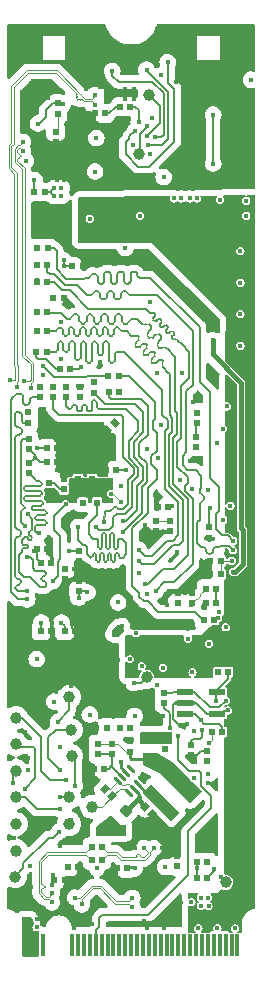
<source format=gbr>
%TF.GenerationSoftware,KiCad,Pcbnew,8.0.6*%
%TF.CreationDate,2024-11-27T00:56:58+01:00*%
%TF.ProjectId,M2SmartHome,4d32536d-6172-4744-986f-6d652e6b6963,rev?*%
%TF.SameCoordinates,Original*%
%TF.FileFunction,Copper,L4,Bot*%
%TF.FilePolarity,Positive*%
%FSLAX46Y46*%
G04 Gerber Fmt 4.6, Leading zero omitted, Abs format (unit mm)*
G04 Created by KiCad (PCBNEW 8.0.6) date 2024-11-27 00:56:58*
%MOMM*%
%LPD*%
G01*
G04 APERTURE LIST*
G04 Aperture macros list*
%AMRoundRect*
0 Rectangle with rounded corners*
0 $1 Rounding radius*
0 $2 $3 $4 $5 $6 $7 $8 $9 X,Y pos of 4 corners*
0 Add a 4 corners polygon primitive as box body*
4,1,4,$2,$3,$4,$5,$6,$7,$8,$9,$2,$3,0*
0 Add four circle primitives for the rounded corners*
1,1,$1+$1,$2,$3*
1,1,$1+$1,$4,$5*
1,1,$1+$1,$6,$7*
1,1,$1+$1,$8,$9*
0 Add four rect primitives between the rounded corners*
20,1,$1+$1,$2,$3,$4,$5,0*
20,1,$1+$1,$4,$5,$6,$7,0*
20,1,$1+$1,$6,$7,$8,$9,0*
20,1,$1+$1,$8,$9,$2,$3,0*%
%AMRotRect*
0 Rectangle, with rotation*
0 The origin of the aperture is its center*
0 $1 length*
0 $2 width*
0 $3 Rotation angle, in degrees counterclockwise*
0 Add horizontal line*
21,1,$1,$2,0,0,$3*%
G04 Aperture macros list end*
%TA.AperFunction,SMDPad,CuDef*%
%ADD10R,0.560000X0.600000*%
%TD*%
%TA.AperFunction,SMDPad,CuDef*%
%ADD11C,1.000000*%
%TD*%
%TA.AperFunction,SMDPad,CuDef*%
%ADD12RoundRect,0.033750X-0.351786X0.208597X0.208597X-0.351786X0.351786X-0.208597X-0.208597X0.351786X0*%
%TD*%
%TA.AperFunction,SMDPad,CuDef*%
%ADD13R,0.350000X1.950000*%
%TD*%
%TA.AperFunction,SMDPad,CuDef*%
%ADD14R,0.600000X0.560000*%
%TD*%
%TA.AperFunction,SMDPad,CuDef*%
%ADD15RotRect,0.560000X0.600000X135.000000*%
%TD*%
%TA.AperFunction,SMDPad,CuDef*%
%ADD16RoundRect,0.200000X0.053033X-0.335876X0.335876X-0.053033X-0.053033X0.335876X-0.335876X0.053033X0*%
%TD*%
%TA.AperFunction,SMDPad,CuDef*%
%ADD17RoundRect,0.200000X-0.335876X-0.053033X-0.053033X-0.335876X0.335876X0.053033X0.053033X0.335876X0*%
%TD*%
%TA.AperFunction,SMDPad,CuDef*%
%ADD18RoundRect,0.200000X0.275000X-0.200000X0.275000X0.200000X-0.275000X0.200000X-0.275000X-0.200000X0*%
%TD*%
%TA.AperFunction,SMDPad,CuDef*%
%ADD19RotRect,0.980000X3.400000X45.000000*%
%TD*%
%TA.AperFunction,SMDPad,CuDef*%
%ADD20RotRect,0.560000X0.600000X45.000000*%
%TD*%
%TA.AperFunction,SMDPad,CuDef*%
%ADD21R,1.320800X0.558800*%
%TD*%
%TA.AperFunction,ViaPad*%
%ADD22C,0.400000*%
%TD*%
%TA.AperFunction,Conductor*%
%ADD23C,0.150000*%
%TD*%
%TA.AperFunction,Conductor*%
%ADD24C,0.100000*%
%TD*%
%TA.AperFunction,Conductor*%
%ADD25C,0.200000*%
%TD*%
%TA.AperFunction,Conductor*%
%ADD26C,0.256000*%
%TD*%
%TA.AperFunction,Conductor*%
%ADD27C,0.400000*%
%TD*%
%TA.AperFunction,Conductor*%
%ADD28C,0.120000*%
%TD*%
%TA.AperFunction,Conductor*%
%ADD29C,0.125000*%
%TD*%
G04 APERTURE END LIST*
D10*
%TO.P,C6,1*%
%TO.N,GND*%
X86834999Y-115750000D03*
%TO.P,C6,2*%
%TO.N,+3V3_uSD*%
X85965001Y-115750000D03*
%TD*%
%TO.P,C3,1*%
%TO.N,GND*%
X86369998Y-159000000D03*
%TO.P,C3,2*%
%TO.N,+3V3_Bridge*%
X85500000Y-159000000D03*
%TD*%
D11*
%TO.P,TP17,1*%
%TO.N,Net-(U3-SMBDATA)*%
X100000000Y-159207500D03*
%TD*%
%TO.P,TP3,1*%
%TO.N,Net-(U3-TDI)*%
X82250000Y-156507500D03*
%TD*%
%TO.P,TP10,1*%
%TO.N,Net-(U3-IO_HIT_I)*%
X86750000Y-143507500D03*
%TD*%
%TO.P,TP15,1*%
%TO.N,Net-(U11-PG)*%
X88650000Y-152800000D03*
%TD*%
%TO.P,TP20,1*%
%TO.N,/thread-or-zigbee/SWDIO*%
X93550000Y-92550000D03*
%TD*%
%TO.P,TP19,1*%
%TO.N,/thread-or-zigbee/SWCLK*%
X92650000Y-97550000D03*
%TD*%
%TO.P,TP8,1*%
%TO.N,Net-(U3-SCAN_EN)*%
X82250000Y-145257500D03*
%TD*%
%TO.P,TP11,1*%
%TO.N,Net-(U3-IRQ1_I)*%
X86950000Y-148500000D03*
%TD*%
%TO.P,TP6,1*%
%TO.N,Net-(U3-PME_L)*%
X93300000Y-141850000D03*
%TD*%
%TO.P,TP9,1*%
%TO.N,Net-(U3-SMI_O)*%
X86900000Y-146300000D03*
%TD*%
%TO.P,TP13,1*%
%TO.N,Net-(U3-IRQ12_I)*%
X86750000Y-152007500D03*
%TD*%
%TO.P,TP16,1*%
%TO.N,Net-(U3-SMBCLK)*%
X86750000Y-154257500D03*
%TD*%
%TO.P,TP7,1*%
%TO.N,Net-(U3-LEG_EMU_EN)*%
X82250000Y-152007500D03*
%TD*%
%TO.P,TP21,1*%
%TO.N,GND*%
X91900000Y-99450000D03*
%TD*%
D12*
%TO.P,U11,1,EN*%
%TO.N,Net-(U11-EN)*%
X90885302Y-150653462D03*
%TO.P,U11,2,FB*%
%TO.N,Net-(U11-FB)*%
X91238855Y-150299909D03*
%TO.P,U11,3,AGND*%
%TO.N,GND*%
X91592409Y-149946355D03*
%TO.P,U11,4,NC*%
%TO.N,unconnected-(U11-NC-Pad4)*%
X91945962Y-149592802D03*
%TO.P,U11,5,PGND*%
%TO.N,GND*%
X92914698Y-150561538D03*
%TO.P,U11,6,SW*%
%TO.N,Net-(U11-SW)*%
X92561145Y-150915091D03*
%TO.P,U11,7,VIN*%
%TO.N,Net-(U11-EN)*%
X92207591Y-151268645D03*
%TO.P,U11,8,PG*%
%TO.N,Net-(U11-PG)*%
X91854038Y-151622198D03*
%TD*%
D11*
%TO.P,TP14,1*%
%TO.N,Net-(U3-IRQ12_O)*%
X82250000Y-149757500D03*
%TD*%
%TO.P,TP12,1*%
%TO.N,Net-(U3-IRQ1_O)*%
X82250000Y-147507500D03*
%TD*%
%TO.P,TP1,1*%
%TO.N,Net-(U3-TCK)*%
X82200000Y-158707500D03*
%TD*%
%TO.P,TP2,1*%
%TO.N,Net-(U3-TDO)*%
X82250000Y-154257500D03*
%TD*%
D13*
%TO.P,J1,2,3V3*%
%TO.N,+3V3*%
X101000000Y-164475000D03*
%TO.P,J1,4,3V3*%
X100500000Y-164475000D03*
%TO.P,J1,6,NC*%
%TO.N,unconnected-(J1-NC-Pad6)*%
X100000000Y-164475000D03*
%TO.P,J1,8,NC*%
%TO.N,unconnected-(J1-NC-Pad8)*%
X99500000Y-164475000D03*
%TO.P,J1,10,DAS/DSS*%
%TO.N,unconnected-(J1-DAS{slash}DSS-Pad10)*%
X99000000Y-164475000D03*
%TO.P,J1,12,3V3*%
%TO.N,+3V3*%
X98500000Y-164475000D03*
%TO.P,J1,14,3V3*%
X98000000Y-164475000D03*
%TO.P,J1,16,3V3*%
X97500000Y-164475000D03*
%TO.P,J1,18,3V3*%
X97000000Y-164475000D03*
%TO.P,J1,20,NC*%
%TO.N,unconnected-(J1-NC-Pad20)*%
X96500000Y-164475000D03*
%TO.P,J1,22,NC*%
%TO.N,unconnected-(J1-NC-Pad22)*%
X96000000Y-164475000D03*
%TO.P,J1,24,NC*%
%TO.N,unconnected-(J1-NC-Pad24)*%
X95500000Y-164475000D03*
%TO.P,J1,26,NC*%
%TO.N,unconnected-(J1-NC-Pad26)*%
X95000000Y-164475000D03*
%TO.P,J1,28,NC*%
%TO.N,unconnected-(J1-NC-Pad28)*%
X94500000Y-164475000D03*
%TO.P,J1,30,NC*%
%TO.N,unconnected-(J1-NC-Pad30)*%
X94000000Y-164475000D03*
%TO.P,J1,32,NC*%
%TO.N,unconnected-(J1-NC-Pad32)*%
X93500000Y-164475000D03*
%TO.P,J1,34,NC*%
%TO.N,unconnected-(J1-NC-Pad34)*%
X93000000Y-164475000D03*
%TO.P,J1,36,NC*%
%TO.N,unconnected-(J1-NC-Pad36)*%
X92500000Y-164475000D03*
%TO.P,J1,38,DEVSLP*%
%TO.N,unconnected-(J1-DEVSLP-Pad38)*%
X92000000Y-164475000D03*
%TO.P,J1,40,NC*%
%TO.N,unconnected-(J1-NC-Pad40)*%
X91500000Y-164475000D03*
%TO.P,J1,42,NC*%
%TO.N,unconnected-(J1-NC-Pad42)*%
X91000000Y-164475000D03*
%TO.P,J1,44,NC*%
%TO.N,unconnected-(J1-NC-Pad44)*%
X90500000Y-164475000D03*
%TO.P,J1,46,NC*%
%TO.N,unconnected-(J1-NC-Pad46)*%
X90000000Y-164475000D03*
%TO.P,J1,48,NC*%
%TO.N,unconnected-(J1-NC-Pad48)*%
X89500000Y-164475000D03*
%TO.P,J1,50,PERST#*%
%TO.N,/pcie-usb-bridge/PERST_L*%
X89000000Y-164475000D03*
%TO.P,J1,52,CLKREQ#*%
%TO.N,unconnected-(J1-CLKREQ#-Pad52)*%
X88500000Y-164475000D03*
%TO.P,J1,54,PEWAKE#*%
%TO.N,unconnected-(J1-PEWAKE#-Pad54)*%
X88000000Y-164475000D03*
%TO.P,J1,56,MFG1*%
%TO.N,unconnected-(J1-MFG1-Pad56)*%
X87500000Y-164475000D03*
%TO.P,J1,58,MFG2*%
%TO.N,unconnected-(J1-MFG2-Pad58)*%
X87000000Y-164475000D03*
%TO.P,J1,68,SUSCLK*%
%TO.N,unconnected-(J1-SUSCLK-Pad68)*%
X84500000Y-164475000D03*
%TO.P,J1,70,3V3*%
%TO.N,+3V3*%
X84000000Y-164475000D03*
%TO.P,J1,72,3V3*%
X83500000Y-164475000D03*
%TO.P,J1,74,3V3*%
X83000000Y-164475000D03*
%TD*%
D10*
%TO.P,R4,1*%
%TO.N,GND*%
X89865000Y-124300000D03*
%TO.P,R4,2*%
%TO.N,Net-(U8-SD_WP)*%
X90735000Y-124300000D03*
%TD*%
D14*
%TO.P,R46,1*%
%TO.N,GND*%
X97100000Y-148442499D03*
%TO.P,R46,2*%
%TO.N,Net-(U3-RREF[3])*%
X97100000Y-147572501D03*
%TD*%
%TO.P,C34,1*%
%TO.N,GND*%
X95950000Y-134687500D03*
%TO.P,C34,2*%
%TO.N,Net-(U9-VDD18)*%
X95950000Y-135557500D03*
%TD*%
%TO.P,R19,1*%
%TO.N,/emmc/eMMC.CLK*%
X84300000Y-118137500D03*
%TO.P,R19,2*%
%TO.N,+3V3_eMMC*%
X84300000Y-117267500D03*
%TD*%
D10*
%TO.P,C15,1*%
%TO.N,GND*%
X87234999Y-137900000D03*
%TO.P,C15,2*%
%TO.N,+3V3_eMMC*%
X86365001Y-137900000D03*
%TD*%
%TO.P,C61,1*%
%TO.N,/PCIE.REFCLKN*%
X88665001Y-157300000D03*
%TO.P,C61,2*%
%TO.N,/pcie-usb-bridge/PCIE.REFCLK2N*%
X89534999Y-157300000D03*
%TD*%
%TO.P,R38,1*%
%TO.N,+3V3_wifi*%
X84684999Y-100750000D03*
%TO.P,R38,2*%
%TO.N,Net-(D4-A)*%
X83815001Y-100750000D03*
%TD*%
D15*
%TO.P,C70,1*%
%TO.N,GND*%
X93807591Y-153415091D03*
%TO.P,C70,2*%
%TO.N,Net-(U11-EN)*%
X93192409Y-152799909D03*
%TD*%
D16*
%TO.P,FB3,1*%
%TO.N,+3V3_Bridge*%
X90416637Y-154290863D03*
%TO.P,FB3,2*%
%TO.N,Net-(U11-EN)*%
X91583363Y-153124137D03*
%TD*%
D14*
%TO.P,R65,1*%
%TO.N,Net-(U11-FB)*%
X89200000Y-148342499D03*
%TO.P,R65,2*%
%TO.N,Net-(C69-Pad2)*%
X89200000Y-147472501D03*
%TD*%
%TO.P,R34,1*%
%TO.N,GND*%
X98600000Y-130017499D03*
%TO.P,R34,2*%
%TO.N,Net-(U9-SD_WP)*%
X98600000Y-129147501D03*
%TD*%
%TO.P,C27,1*%
%TO.N,GND*%
X94100000Y-129442499D03*
%TO.P,C27,2*%
%TO.N,+3V3_uSD*%
X94100000Y-128572501D03*
%TD*%
D17*
%TO.P,FB1,1*%
%TO.N,+3V3_eMMC*%
X90916637Y-137916637D03*
%TO.P,FB1,2*%
%TO.N,+3V3*%
X92083363Y-139083363D03*
%TD*%
D10*
%TO.P,R32,1*%
%TO.N,/sd-card/uSD.CMD*%
X84884999Y-108357500D03*
%TO.P,R32,2*%
%TO.N,+3V3_uSD*%
X84015001Y-108357500D03*
%TD*%
D14*
%TO.P,C17,1*%
%TO.N,GND*%
X87500000Y-124165000D03*
%TO.P,C17,2*%
%TO.N,+3V3_eMMC*%
X87500000Y-125035000D03*
%TD*%
D10*
%TO.P,R24,1*%
%TO.N,/sd-card/uSD.D2*%
X84934999Y-105507500D03*
%TO.P,R24,2*%
%TO.N,+3V3_uSD*%
X84065001Y-105507500D03*
%TD*%
%TO.P,R72,1*%
%TO.N,/sd-card/DET*%
X98165001Y-136950000D03*
%TO.P,R72,2*%
%TO.N,+3V3_uSD*%
X99034999Y-136950000D03*
%TD*%
D14*
%TO.P,C74,1*%
%TO.N,Net-(U11-FB)*%
X90400000Y-148342500D03*
%TO.P,C74,2*%
%TO.N,Net-(C69-Pad2)*%
X90400000Y-147472502D03*
%TD*%
D18*
%TO.P,FB2,1*%
%TO.N,Net-(C69-Pad2)*%
X93500000Y-148732500D03*
%TO.P,FB2,2*%
%TO.N,+1V0_core*%
X93500000Y-147082500D03*
%TD*%
D10*
%TO.P,C7,1*%
%TO.N,GND*%
X85735000Y-122450000D03*
%TO.P,C7,2*%
%TO.N,Net-(U8-VDD18)*%
X84865000Y-122450000D03*
%TD*%
%TO.P,R66,1*%
%TO.N,GND*%
X88831231Y-149580294D03*
%TO.P,R66,2*%
%TO.N,Net-(U11-FB)*%
X89701229Y-149580294D03*
%TD*%
%TO.P,C22,1*%
%TO.N,GND*%
X84884999Y-131000000D03*
%TO.P,C22,2*%
%TO.N,Net-(U2-VDDI)*%
X84015001Y-131000000D03*
%TD*%
D14*
%TO.P,R55,1*%
%TO.N,/pcie-usb-bridge/EEPD*%
X94800000Y-143165001D03*
%TO.P,R55,2*%
%TO.N,+3V3_Bridge*%
X94800000Y-144034999D03*
%TD*%
D19*
%TO.P,L5,1*%
%TO.N,Net-(U11-SW)*%
X94562078Y-152445422D03*
%TO.P,L5,2*%
%TO.N,Net-(C69-Pad2)*%
X96237922Y-150769578D03*
%TD*%
D10*
%TO.P,R52,1*%
%TO.N,Net-(U3-TEST5)*%
X91935000Y-146107500D03*
%TO.P,R52,2*%
%TO.N,+3V3_Bridge*%
X91065000Y-146107500D03*
%TD*%
D14*
%TO.P,R42,1*%
%TO.N,Net-(U1-CHIP_EN)*%
X85800000Y-94107500D03*
%TO.P,R42,2*%
%TO.N,+3V3_wifi*%
X85800000Y-93237500D03*
%TD*%
D20*
%TO.P,C14,1*%
%TO.N,GND*%
X89992409Y-120907591D03*
%TO.P,C14,2*%
%TO.N,+3V3_eMMC*%
X90607591Y-120292409D03*
%TD*%
D14*
%TO.P,R17,1*%
%TO.N,/emmc/eMMC.DAT6*%
X85400000Y-118137500D03*
%TO.P,R17,2*%
%TO.N,+3V3_eMMC*%
X85400000Y-117267500D03*
%TD*%
D10*
%TO.P,C39,1*%
%TO.N,GND*%
X86284999Y-109707500D03*
%TO.P,C39,2*%
%TO.N,/sd-card/CRD_PWR*%
X85415001Y-109707500D03*
%TD*%
D14*
%TO.P,C19,1*%
%TO.N,GND*%
X86400000Y-133534999D03*
%TO.P,C19,2*%
%TO.N,+3V3_eMMC*%
X86400000Y-132665001D03*
%TD*%
%TO.P,R11,1*%
%TO.N,/emmc/eMMC.DAT0*%
X88850000Y-117735000D03*
%TO.P,R11,2*%
%TO.N,+3V3_eMMC*%
X88850000Y-116865000D03*
%TD*%
%TO.P,R13,1*%
%TO.N,/emmc/eMMC.DAT2*%
X89100000Y-127042499D03*
%TO.P,R13,2*%
%TO.N,+3V3_eMMC*%
X89100000Y-126172501D03*
%TD*%
D10*
%TO.P,R21,1*%
%TO.N,/sd-card/uSD.D0*%
X84884999Y-112557500D03*
%TO.P,R21,2*%
%TO.N,+3V3_uSD*%
X84015001Y-112557500D03*
%TD*%
%TO.P,C30,1*%
%TO.N,GND*%
X98715001Y-133132500D03*
%TO.P,C30,2*%
%TO.N,+3V3_uSD*%
X99584999Y-133132500D03*
%TD*%
D14*
%TO.P,C69,1*%
%TO.N,GND*%
X91900000Y-147272501D03*
%TO.P,C69,2*%
%TO.N,Net-(C69-Pad2)*%
X91900000Y-148142499D03*
%TD*%
%TO.P,R43,1*%
%TO.N,GND*%
X85600000Y-96535000D03*
%TO.P,R43,2*%
%TO.N,Net-(U1-CHIP_EN)*%
X85600000Y-95665000D03*
%TD*%
%TO.P,C12,1*%
%TO.N,GND*%
X86300000Y-125065001D03*
%TO.P,C12,2*%
%TO.N,/emmc/~{reset}*%
X86300000Y-125934999D03*
%TD*%
D10*
%TO.P,R56,1*%
%TO.N,/pcie-usb-bridge/EECLK*%
X99684999Y-146482500D03*
%TO.P,R56,2*%
%TO.N,+3V3_Bridge*%
X98815001Y-146482500D03*
%TD*%
D14*
%TO.P,C72,1*%
%TO.N,GND*%
X95900000Y-156972501D03*
%TO.P,C72,2*%
%TO.N,+1V0_core*%
X95900000Y-157842499D03*
%TD*%
D10*
%TO.P,R25,1*%
%TO.N,/sd-card/uSD.D3*%
X84884999Y-106907500D03*
%TO.P,R25,2*%
%TO.N,+3V3_uSD*%
X84015001Y-106907500D03*
%TD*%
%TO.P,R54,1*%
%TO.N,Net-(U3-TEST6)*%
X98434999Y-157500000D03*
%TO.P,R54,2*%
%TO.N,+3V3_Bridge*%
X97565001Y-157500000D03*
%TD*%
D14*
%TO.P,C18,1*%
%TO.N,GND*%
X87550000Y-133652500D03*
%TO.P,C18,2*%
%TO.N,+3V3_eMMC*%
X87550000Y-134522500D03*
%TD*%
D10*
%TO.P,C26,1*%
%TO.N,GND*%
X98315000Y-135522500D03*
%TO.P,C26,2*%
%TO.N,/sd-card/~{reset}*%
X99185000Y-135522500D03*
%TD*%
%TO.P,C13,1*%
%TO.N,GND*%
X85735000Y-123650000D03*
%TO.P,C13,2*%
%TO.N,+3V3_eMMC*%
X84865000Y-123650000D03*
%TD*%
%TO.P,C73,1*%
%TO.N,GND*%
X90765001Y-158000000D03*
%TO.P,C73,2*%
%TO.N,+1V0_core*%
X91634999Y-158000000D03*
%TD*%
D14*
%TO.P,C8,1*%
%TO.N,GND*%
X87650000Y-117265001D03*
%TO.P,C8,2*%
%TO.N,+3V3_eMMC*%
X87650000Y-118134999D03*
%TD*%
D10*
%TO.P,C62,1*%
%TO.N,/PCIE.REFCLKP*%
X88665001Y-156200000D03*
%TO.P,C62,2*%
%TO.N,/pcie-usb-bridge/PCIE.REFCLK2P*%
X89534999Y-156200000D03*
%TD*%
%TO.P,C40,1*%
%TO.N,GND*%
X88915001Y-94100000D03*
%TO.P,C40,2*%
%TO.N,+3V3_Thread*%
X89784999Y-94100000D03*
%TD*%
D14*
%TO.P,C16,1*%
%TO.N,GND*%
X87600000Y-132034999D03*
%TO.P,C16,2*%
%TO.N,+3V3_eMMC*%
X87600000Y-131165001D03*
%TD*%
D10*
%TO.P,R22,1*%
%TO.N,/sd-card/uSD.D1*%
X84834999Y-114307500D03*
%TO.P,R22,2*%
%TO.N,+3V3_uSD*%
X83965001Y-114307500D03*
%TD*%
D14*
%TO.P,R45,1*%
%TO.N,GND*%
X98400000Y-148072501D03*
%TO.P,R45,2*%
%TO.N,Net-(U3-RREF[4])*%
X98400000Y-148942499D03*
%TD*%
D10*
%TO.P,R29,1*%
%TO.N,Net-(U5-RSTB)*%
X91934999Y-93550000D03*
%TO.P,R29,2*%
%TO.N,+3V3_Thread*%
X91065001Y-93550000D03*
%TD*%
%TO.P,R37,1*%
%TO.N,/sd-card/~{reset}*%
X99185000Y-134322500D03*
%TO.P,R37,2*%
%TO.N,+3V3_uSD*%
X98315000Y-134322500D03*
%TD*%
%TO.P,C48,1*%
%TO.N,GND*%
X87534999Y-157900000D03*
%TO.P,C48,2*%
%TO.N,+1V0_core*%
X86665001Y-157900000D03*
%TD*%
%TO.P,C23,1*%
%TO.N,GND*%
X85234999Y-137900000D03*
%TO.P,C23,2*%
%TO.N,+3V3_eMMC*%
X84365001Y-137900000D03*
%TD*%
%TO.P,R71,1*%
%TO.N,Net-(J5-B)*%
X90065001Y-116300000D03*
%TO.P,R71,2*%
%TO.N,/sd-card/DET*%
X90934999Y-116300000D03*
%TD*%
D14*
%TO.P,R20,1*%
%TO.N,/emmc/eMMC.CMD*%
X83350000Y-121665001D03*
%TO.P,R20,2*%
%TO.N,+3V3_eMMC*%
X83350000Y-122534999D03*
%TD*%
D10*
%TO.P,C38,1*%
%TO.N,GND*%
X87884999Y-107057500D03*
%TO.P,C38,2*%
%TO.N,/sd-card/CRD_PWR*%
X87015001Y-107057500D03*
%TD*%
%TO.P,R47,1*%
%TO.N,GND*%
X89065000Y-146107500D03*
%TO.P,R47,2*%
%TO.N,Net-(U3-RREF[2])*%
X89935000Y-146107500D03*
%TD*%
%TO.P,C29,1*%
%TO.N,GND*%
X98715001Y-132007500D03*
%TO.P,C29,2*%
%TO.N,+3V3_uSD*%
X99584999Y-132007500D03*
%TD*%
D14*
%TO.P,C28,1*%
%TO.N,GND*%
X95300000Y-129442499D03*
%TO.P,C28,2*%
%TO.N,+3V3_uSD*%
X95300000Y-128572501D03*
%TD*%
D21*
%TO.P,U10,1,SCL*%
%TO.N,/pcie-usb-bridge/EECLK*%
X96528400Y-144947300D03*
%TO.P,U10,2,VSS*%
%TO.N,GND*%
X96528400Y-144007500D03*
%TO.P,U10,3,SDA*%
%TO.N,/pcie-usb-bridge/EEPD*%
X96528400Y-143067700D03*
%TO.P,U10,4,VCC*%
%TO.N,+3V3_Bridge*%
X99271600Y-143067700D03*
%TO.P,U10,5,WP*%
%TO.N,GND*%
X99271600Y-144947300D03*
%TD*%
D14*
%TO.P,C71,1*%
%TO.N,GND*%
X94900000Y-147942499D03*
%TO.P,C71,2*%
%TO.N,+1V0_core*%
X94900000Y-147072501D03*
%TD*%
D10*
%TO.P,R33,1*%
%TO.N,/sd-card/uSD.CLK*%
X84884999Y-110907500D03*
%TO.P,R33,2*%
%TO.N,+3V3_uSD*%
X84015001Y-110907500D03*
%TD*%
D14*
%TO.P,R15,1*%
%TO.N,/emmc/eMMC.DAT4*%
X83350000Y-124584999D03*
%TO.P,R15,2*%
%TO.N,+3V3_eMMC*%
X83350000Y-123715001D03*
%TD*%
%TO.P,R5,1*%
%TO.N,/emmc/SCK*%
X97550000Y-119422501D03*
%TO.P,R5,2*%
%TO.N,+3V3_eMMC*%
X97550000Y-120292499D03*
%TD*%
D10*
%TO.P,R12,1*%
%TO.N,/emmc/eMMC.DAT1*%
X90115001Y-117707500D03*
%TO.P,R12,2*%
%TO.N,+3V3_eMMC*%
X90984999Y-117707500D03*
%TD*%
D14*
%TO.P,R6,1*%
%TO.N,+3V3_eMMC*%
X97500000Y-121472501D03*
%TO.P,R6,2*%
%TO.N,/emmc/SDA*%
X97500000Y-122342499D03*
%TD*%
D10*
%TO.P,C47,1*%
%TO.N,GND*%
X99365001Y-141400000D03*
%TO.P,C47,2*%
%TO.N,+3V3_Bridge*%
X100234999Y-141400000D03*
%TD*%
D14*
%TO.P,C11,1*%
%TO.N,GND*%
X88700000Y-124165000D03*
%TO.P,C11,2*%
%TO.N,+3V3_eMMC*%
X88700000Y-125035000D03*
%TD*%
%TO.P,C32,1*%
%TO.N,GND*%
X97150000Y-134687500D03*
%TO.P,C32,2*%
%TO.N,+3V3_uSD*%
X97150000Y-135557500D03*
%TD*%
D10*
%TO.P,C36,2*%
%TO.N,Net-(U9-VDD18PLL)*%
X95134999Y-127407500D03*
%TO.P,C36,1*%
%TO.N,GND*%
X94265001Y-127407500D03*
%TD*%
%TO.P,R53,1*%
%TO.N,Net-(U3-TEST3)*%
X98434999Y-158800000D03*
%TO.P,R53,2*%
%TO.N,+3V3_Bridge*%
X97565001Y-158800000D03*
%TD*%
%TO.P,C21,1*%
%TO.N,GND*%
X85234999Y-132200000D03*
%TO.P,C21,2*%
%TO.N,Net-(U2-VDDI)*%
X84365001Y-132200000D03*
%TD*%
D15*
%TO.P,R39,1*%
%TO.N,Net-(U11-PG)*%
X90407591Y-151915091D03*
%TO.P,R39,2*%
%TO.N,Net-(U11-EN)*%
X89792409Y-151299909D03*
%TD*%
D14*
%TO.P,R14,1*%
%TO.N,/emmc/eMMC.DAT3*%
X87900000Y-127042499D03*
%TO.P,R14,2*%
%TO.N,+3V3_eMMC*%
X87900000Y-126172501D03*
%TD*%
%TO.P,R16,1*%
%TO.N,/emmc/eMMC.DAT5*%
X83300000Y-120284999D03*
%TO.P,R16,2*%
%TO.N,+3V3_eMMC*%
X83300000Y-119415001D03*
%TD*%
%TO.P,R2,1*%
%TO.N,/emmc/~{reset}*%
X85050000Y-125415000D03*
%TO.P,R2,2*%
%TO.N,+3V3_eMMC*%
X85050000Y-126285000D03*
%TD*%
%TO.P,R18,1*%
%TO.N,/emmc/eMMC.DAT7*%
X86500000Y-118142500D03*
%TO.P,R18,2*%
%TO.N,+3V3_eMMC*%
X86500000Y-117272500D03*
%TD*%
D22*
%TO.N,GND*%
X87750000Y-115550000D03*
%TO.N,+3V3_eMMC*%
X87550000Y-135100000D03*
%TO.N,GND*%
X101000000Y-90000000D03*
X97000000Y-88500000D03*
X100000000Y-88500000D03*
X97000000Y-91500000D03*
X100000000Y-90500000D03*
X100000000Y-87000000D03*
X101000000Y-87000000D03*
X95500000Y-88000000D03*
X102000000Y-90000000D03*
X96500000Y-87000000D03*
X98550000Y-87025000D03*
X102000000Y-87000000D03*
X95500000Y-89000000D03*
X102000000Y-89000000D03*
X97500000Y-87000000D03*
X102000000Y-88000000D03*
X95500000Y-87000000D03*
X88175000Y-92000000D03*
X88500000Y-91000000D03*
X88500000Y-90000000D03*
X88500000Y-89000000D03*
X88500000Y-88000000D03*
X83500000Y-91500000D03*
X84500000Y-91500000D03*
X82000000Y-90000000D03*
X82000000Y-89000000D03*
X87500000Y-87000000D03*
X86500000Y-87000000D03*
X84000000Y-87000000D03*
X83000000Y-87000000D03*
X85500000Y-87000000D03*
X82000000Y-87000000D03*
X82000000Y-88000000D03*
X88500000Y-87000000D03*
%TO.N,+3V3_Bridge*%
X98510000Y-150040000D03*
%TO.N,GND*%
X82065000Y-155407500D03*
%TO.N,/pcie-usb-bridge/USB_4_DP*%
X82850000Y-96507500D03*
%TO.N,/pcie-usb-bridge/USB_4_DN*%
X82850000Y-97307500D03*
%TO.N,/sd-card/CRD_PWR*%
X86300000Y-106550000D03*
%TO.N,+3V3_wifi*%
X84100000Y-94952500D03*
%TO.N,GND*%
X100200000Y-144650000D03*
X97100000Y-160872501D03*
X95000000Y-155000000D03*
X85267500Y-137207500D03*
X92250000Y-92050000D03*
X89400000Y-115150000D03*
X101250000Y-108416666D03*
X89300000Y-140600000D03*
X93100000Y-162500000D03*
X97700000Y-163100000D03*
X94300000Y-123307500D03*
X98750000Y-116000000D03*
X97247500Y-96650000D03*
X93300000Y-163100000D03*
X91450000Y-92050000D03*
X88000000Y-147250000D03*
X95900000Y-131207500D03*
X82100000Y-143642499D03*
X94500000Y-120472501D03*
X98400000Y-148072501D03*
X86980000Y-137327500D03*
X96950000Y-123529100D03*
X92175000Y-96800000D03*
X101975000Y-93800000D03*
%TO.N,+3V3_Bridge*%
X85300000Y-159407500D03*
%TO.N,GND*%
X87650000Y-117265001D03*
X88865001Y-94150000D03*
X90300000Y-162700000D03*
X84000000Y-163000000D03*
X83750000Y-104000000D03*
X93000000Y-155000000D03*
X87250000Y-90500000D03*
X89150000Y-107057500D03*
X99515001Y-101400000D03*
X88720000Y-133637500D03*
X92500000Y-136100000D03*
X85000000Y-92807500D03*
X101250000Y-111083332D03*
X93200000Y-150307500D03*
X97850000Y-110350000D03*
X89050000Y-95300000D03*
X98500000Y-126017500D03*
X83800000Y-92807500D03*
X96873726Y-92573726D03*
X84200000Y-142200000D03*
X87300000Y-122607500D03*
X86440000Y-134097500D03*
X86250000Y-109707500D03*
X96700000Y-145807500D03*
X92300000Y-156300000D03*
X99760200Y-120785900D03*
X94600000Y-156300000D03*
X95796250Y-91403750D03*
X85223726Y-91826274D03*
X97000000Y-153250000D03*
X94200000Y-116107500D03*
X97930000Y-91200000D03*
X95900000Y-157000000D03*
X91450000Y-92850000D03*
X83400000Y-157800000D03*
X101250000Y-105750000D03*
X100225000Y-96100000D03*
X87200000Y-132700000D03*
X83277500Y-149730000D03*
X91100000Y-125607500D03*
X92900000Y-160907500D03*
X83750000Y-102750000D03*
X98247502Y-100334999D03*
X99250000Y-122000000D03*
X93800000Y-153407500D03*
X96300000Y-116107500D03*
X89400000Y-91900000D03*
X86000000Y-156100000D03*
X83300000Y-148707500D03*
X85600000Y-96535000D03*
X98450000Y-130017499D03*
X83700000Y-98807500D03*
X83300000Y-153407500D03*
X94800000Y-163100000D03*
X93812503Y-99550000D03*
X87500000Y-155750000D03*
X97155000Y-125897500D03*
X91100000Y-149007500D03*
X85600000Y-97250000D03*
X98315000Y-135522500D03*
X94692409Y-141042409D03*
X98600000Y-139007500D03*
X86250000Y-97250000D03*
X95400000Y-131907500D03*
X99300000Y-163100000D03*
X99307591Y-141399909D03*
X98000000Y-155750000D03*
X88100000Y-123407500D03*
X89800000Y-142607500D03*
X96100000Y-108800000D03*
X98400000Y-132007500D03*
X85300000Y-161800000D03*
X94200000Y-142507500D03*
X84000000Y-162300000D03*
X83800000Y-136607500D03*
X97265001Y-118557500D03*
X89300000Y-142000000D03*
X93600000Y-110100000D03*
X94200000Y-157300000D03*
X90425000Y-99100000D03*
X86250000Y-96500000D03*
X92250000Y-92850000D03*
X88500000Y-151000000D03*
X85300000Y-131800000D03*
X81750000Y-148750000D03*
X93300000Y-134807500D03*
X93600000Y-97515001D03*
X98480000Y-150820000D03*
X83000000Y-140300000D03*
X92900000Y-140907500D03*
X97194454Y-141431891D03*
X89065000Y-146107500D03*
X88100000Y-149607500D03*
X86025000Y-114900000D03*
X86900000Y-142600000D03*
X98350000Y-93000000D03*
X83500000Y-159600000D03*
X96900000Y-90362500D03*
X95050000Y-135722500D03*
X92750000Y-102750000D03*
X96447500Y-96650000D03*
X96500000Y-93150000D03*
X101750000Y-102750000D03*
X91400000Y-142600000D03*
X91900000Y-147272501D03*
X99850000Y-91415001D03*
X96105000Y-125147500D03*
X92400000Y-138100000D03*
X85700000Y-99707500D03*
X86400000Y-133542500D03*
X88950000Y-99892499D03*
X101982500Y-92142500D03*
X87200000Y-163100000D03*
X100000000Y-137607500D03*
X93500000Y-107100000D03*
X93200000Y-128907500D03*
X81800000Y-140300000D03*
X83200000Y-95450000D03*
X87000000Y-161300000D03*
X86700000Y-129407500D03*
X99800000Y-128507500D03*
X94000000Y-126447501D03*
X84500000Y-116250000D03*
X88100000Y-122607500D03*
X87534999Y-157900000D03*
X86500000Y-140500000D03*
X95847500Y-100350000D03*
X101750000Y-101500000D03*
X90800000Y-158007500D03*
X87550000Y-133652500D03*
X93300000Y-122507500D03*
X97047500Y-100335001D03*
X94900000Y-147907500D03*
X83000000Y-146500000D03*
X86050000Y-111757500D03*
X96805546Y-138568109D03*
X97247500Y-95850000D03*
X87920000Y-93700000D03*
X96447500Y-95850000D03*
X87300000Y-123407500D03*
X89250000Y-90000000D03*
X91900000Y-140300000D03*
X88250000Y-154750000D03*
X101250000Y-113750000D03*
X86200000Y-92407500D03*
X94700000Y-145107500D03*
X93500000Y-145607500D03*
X86300000Y-99707500D03*
X88700000Y-162700000D03*
X101750000Y-97750000D03*
X88500000Y-103000000D03*
X99750000Y-100250000D03*
X100800000Y-163100000D03*
%TO.N,+3V3_eMMC*%
X90510051Y-138217157D03*
X86762500Y-131137500D03*
X88850000Y-116865000D03*
X86400000Y-132665001D03*
X90300000Y-125507500D03*
X88300000Y-134650000D03*
X87650000Y-118134999D03*
X85400000Y-117267500D03*
X87200000Y-126907500D03*
X90984999Y-117707500D03*
X97500000Y-121472501D03*
X90881282Y-137881282D03*
X85050000Y-126285000D03*
X84400000Y-137207500D03*
X86500000Y-117272500D03*
X83300000Y-119415001D03*
X90600000Y-120307500D03*
X91217157Y-137510051D03*
X84300000Y-117267500D03*
X86100000Y-137207500D03*
X83820000Y-123267500D03*
%TO.N,Net-(U8-VDD18)*%
X84000000Y-122450000D03*
%TO.N,/emmc/~{reset}*%
X85050000Y-125400000D03*
%TO.N,Net-(U2-VDDI)*%
X83775000Y-131150000D03*
%TO.N,+3V3_uSD*%
X99400000Y-136307500D03*
X100084999Y-118907500D03*
X83950000Y-114300000D03*
X84015001Y-106907500D03*
X99375000Y-136807500D03*
X84000000Y-112557500D03*
X97050000Y-135722500D03*
X84050000Y-105500000D03*
X84015001Y-108207500D03*
X100400000Y-127307500D03*
X100500000Y-131982500D03*
X92650000Y-132982500D03*
X94100000Y-128572501D03*
X84000000Y-110907500D03*
%TO.N,/sd-card/~{reset}*%
X99185000Y-134322500D03*
%TO.N,Net-(U9-VDD18)*%
X95950000Y-135557500D03*
%TO.N,Net-(U9-VDD18PLL)*%
X95450000Y-127357500D03*
%TO.N,/sd-card/DET*%
X98100000Y-137007500D03*
%TO.N,/sd-card/CRD_PWR*%
X100650000Y-132907500D03*
X98900000Y-113307500D03*
X91500000Y-105500000D03*
X98900000Y-113807500D03*
X86315001Y-107057500D03*
X85415001Y-109707500D03*
%TO.N,+3V3_Thread*%
X94500000Y-90884999D03*
X94750000Y-99500000D03*
X97547500Y-101300000D03*
X95647500Y-101300000D03*
X89784999Y-94100000D03*
X93800000Y-94525000D03*
X96947500Y-101300000D03*
X96247500Y-101300000D03*
X102150000Y-91250000D03*
%TO.N,+3V3_wifi*%
X89050000Y-96184999D03*
X85500000Y-101107500D03*
X86100000Y-100407500D03*
X88950000Y-99022503D03*
X85500000Y-100407500D03*
X86200000Y-93342499D03*
X83100000Y-98107500D03*
X86100000Y-101107500D03*
%TO.N,+3V3_Bridge*%
X94900000Y-157900000D03*
X97900000Y-161200000D03*
X86000000Y-147750000D03*
X98610000Y-147380000D03*
X88500000Y-145007500D03*
X98500000Y-160500000D03*
X97565001Y-158000000D03*
X85400000Y-158607500D03*
X92300000Y-145107500D03*
X95300000Y-146107500D03*
X91065000Y-146107500D03*
X97900000Y-160507500D03*
X90400000Y-154807500D03*
X85500000Y-143900000D03*
X99200000Y-143807500D03*
X98550000Y-161200000D03*
X89600000Y-154807500D03*
X91200000Y-154807500D03*
%TO.N,+1V0_core*%
X97300000Y-146407500D03*
X91600000Y-158007500D03*
X86665001Y-157900000D03*
X94900000Y-147072501D03*
X95900000Y-157842499D03*
X97310000Y-150370000D03*
X89100000Y-158007500D03*
X93500000Y-147082500D03*
X92300000Y-158007500D03*
%TO.N,Net-(D2-A)*%
X84000000Y-140300000D03*
X90900000Y-135500000D03*
%TO.N,Net-(D4-A)*%
X83815001Y-99750000D03*
%TO.N,+3V3*%
X83100000Y-163200000D03*
X91712132Y-139560660D03*
X89950000Y-101400000D03*
X92083363Y-139224784D03*
X100500000Y-160407500D03*
X90550000Y-101400000D03*
X91800000Y-101400000D03*
X91200000Y-101400000D03*
X101000000Y-136107500D03*
X101025000Y-136607500D03*
X100800000Y-161600000D03*
X100400000Y-162107500D03*
X101000000Y-137107500D03*
X99700000Y-160407500D03*
X100100000Y-162700000D03*
X98500000Y-163000000D03*
X100025000Y-161007500D03*
X92419239Y-138853553D03*
X89300000Y-101400000D03*
X83100000Y-162600000D03*
X88700000Y-101400000D03*
%TO.N,/pcie-usb-bridge/PERST_L*%
X96000000Y-146807500D03*
%TO.N,Net-(U8-SD_WP)*%
X91600000Y-124307500D03*
%TO.N,/emmc/SCK*%
X97550000Y-119422501D03*
%TO.N,/emmc/SDA*%
X90300000Y-126307500D03*
X97500000Y-122342499D03*
X91150000Y-126957500D03*
%TO.N,/emmc/eMMC.DAT1*%
X91300000Y-129507500D03*
X90115001Y-117707500D03*
%TO.N,/emmc/eMMC.DAT0*%
X88850000Y-117735000D03*
X91300000Y-128607500D03*
%TO.N,/emmc/eMMC.DAT2*%
X89065001Y-127007500D03*
X87500000Y-129107500D03*
%TO.N,/emmc/eMMC.DAT3*%
X83150000Y-131650000D03*
X87900000Y-127042499D03*
X83250000Y-128050000D03*
%TO.N,/emmc/eMMC.DAT4*%
X83350000Y-124600000D03*
X84200000Y-129600000D03*
%TO.N,/emmc/eMMC.DAT5*%
X83300000Y-120284999D03*
X83200000Y-134500000D03*
%TO.N,/emmc/eMMC.DAT6*%
X85400000Y-118107500D03*
X89700000Y-128707500D03*
%TO.N,/emmc/eMMC.DAT7*%
X86500000Y-118107500D03*
X89000000Y-129107500D03*
%TO.N,/emmc/eMMC.CLK*%
X84300000Y-118137500D03*
X83200000Y-135250000D03*
%TO.N,/emmc/eMMC.CMD*%
X83350000Y-121665001D03*
X83000000Y-129050000D03*
%TO.N,/sd-card/uSD.D1*%
X84834999Y-114307500D03*
X92650000Y-131032500D03*
%TO.N,/sd-card/uSD.CLK*%
X93200000Y-133982500D03*
X84884999Y-110907500D03*
%TO.N,/sd-card/uSD.CMD*%
X94100000Y-134507500D03*
X84884999Y-108357500D03*
%TO.N,/sd-card/uSD.D0*%
X84884999Y-112557500D03*
X92650000Y-131982500D03*
%TO.N,Net-(U5-RSTB)*%
X92650000Y-94850000D03*
%TO.N,Net-(U5-VBUS)*%
X92350000Y-95550000D03*
X95100000Y-89765001D03*
%TO.N,/sd-card/uSD.D3*%
X100625000Y-131082500D03*
X84884999Y-106907500D03*
%TO.N,/sd-card/uSD.D2*%
X100650000Y-130282500D03*
X84934999Y-105507500D03*
%TO.N,Net-(U9-SD_WP)*%
X98700000Y-127482500D03*
%TO.N,/thread-or-zigbee/RESET*%
X98947500Y-94200000D03*
X98947500Y-98350000D03*
%TO.N,Net-(U1-CHIP_EN)*%
X85800000Y-94107500D03*
%TO.N,Net-(U3-RREF[4])*%
X98400000Y-148942499D03*
%TO.N,Net-(U3-RREF[3])*%
X98000000Y-146310000D03*
%TO.N,Net-(U3-RREF[2])*%
X89935000Y-146107500D03*
%TO.N,Net-(U3-TEST5)*%
X91935000Y-146107500D03*
%TO.N,Net-(U3-TEST3)*%
X99000000Y-158100000D03*
%TO.N,Net-(U3-TEST6)*%
X98434999Y-157500000D03*
%TO.N,/pcie-usb-bridge/EEPD*%
X100000000Y-143807500D03*
%TO.N,/pcie-usb-bridge/EECLK*%
X97875000Y-145457500D03*
%TO.N,Net-(U2-RST_N)*%
X85350000Y-133700000D03*
X86450000Y-127200000D03*
%TO.N,Net-(U3-IO_HIT_I)*%
X85800000Y-145600000D03*
%TO.N,Net-(U3-LEG_EMU_EN)*%
X86000000Y-153007500D03*
%TO.N,Net-(U3-PME_L)*%
X92200000Y-142307500D03*
%TO.N,Net-(U3-IRQ12_O)*%
X82000000Y-150757500D03*
%TO.N,Net-(U3-IRQ12_I)*%
X86000000Y-152007500D03*
%TO.N,Net-(U3-SMBDATA)*%
X99600000Y-158707500D03*
%TO.N,Net-(U3-SCAN_EN)*%
X86500000Y-150507500D03*
%TO.N,Net-(U3-SMBCLK)*%
X86900000Y-153907500D03*
%TO.N,Net-(U3-IRQ1_I)*%
X87250000Y-151007500D03*
%TO.N,Net-(U3-TDI)*%
X82250000Y-156507500D03*
%TO.N,Net-(U3-SMI_O)*%
X86000000Y-149707500D03*
%TO.N,Net-(U3-TDO)*%
X82250000Y-154257500D03*
%TO.N,Net-(U3-IRQ1_O)*%
X83000000Y-151257500D03*
%TO.N,Net-(U3-TCK)*%
X85900000Y-154907500D03*
%TO.N,/thread-or-zigbee/UART_TX*%
X93450000Y-96750000D03*
X93300000Y-90400000D03*
%TO.N,/thread-or-zigbee/UART_RX*%
X90400000Y-90500000D03*
X94050000Y-96100000D03*
%TO.N,/thread-or-zigbee/SWDIO*%
X93300000Y-96050000D03*
%TO.N,/thread-or-zigbee/SWCLK*%
X93350000Y-95192500D03*
%TO.N,Net-(J5-B)*%
X84550000Y-115500000D03*
%TO.N,/pcie-usb-bridge/USB_3_DP*%
X81750000Y-116667157D03*
X88950000Y-92550000D03*
%TO.N,/pcie-usb-bridge/USB_4_DP*%
X82950000Y-116784314D03*
%TO.N,/pcie-usb-bridge/USB_3_DN*%
X88950000Y-93350000D03*
X82300000Y-117232843D03*
%TO.N,/pcie-usb-bridge/USB_4_DN*%
X83515686Y-117350000D03*
%TO.N,/PCIE.REFCLKN*%
X85300000Y-160107501D03*
%TO.N,/PCIE.REFCLKP*%
X85300000Y-160907500D03*
%TO.N,/PCIE.PERP*%
X87257157Y-160494657D03*
X92100000Y-160507499D03*
%TO.N,/PCIE.PERN*%
X92100000Y-161307500D03*
X87822843Y-161060343D03*
%TO.N,/pcie-usb-bridge/PCIE.REFCLK2N*%
X93900000Y-156300000D03*
%TO.N,/pcie-usb-bridge/PCIE.REFCLK2P*%
X93100000Y-156300000D03*
%TD*%
D23*
%TO.N,/sd-card/uSD.D3*%
X97800000Y-125907500D02*
X97800000Y-126205742D01*
X89357240Y-109330448D02*
X89357240Y-109500000D01*
X97900000Y-124757500D02*
X97900000Y-125807500D01*
X87400000Y-108657500D02*
X88242500Y-109500000D01*
X90726863Y-109839247D02*
X90987617Y-109839247D01*
X86417500Y-108657500D02*
X87400000Y-108657500D01*
X96670000Y-117637500D02*
X96670000Y-122770000D01*
X96670000Y-122770000D02*
X96350000Y-123090000D01*
X97450000Y-124307500D02*
X97900000Y-124757500D01*
X96350000Y-123090000D02*
X96350000Y-123907500D01*
X96350000Y-123907500D02*
X96750000Y-124307500D01*
X96750000Y-124307500D02*
X97450000Y-124307500D01*
X84884999Y-106907500D02*
X84884999Y-107484999D01*
X84884999Y-107484999D02*
X85120000Y-107720000D01*
X85120000Y-107720000D02*
X85480000Y-107720000D01*
X89957240Y-109500000D02*
X89957240Y-109330376D01*
X89357240Y-109500000D02*
X89357240Y-109669624D01*
X94200000Y-109500000D02*
X97250000Y-112550000D01*
X89526863Y-109839247D02*
X89787617Y-109839247D01*
X85480000Y-107720000D02*
X86417500Y-108657500D01*
X88242500Y-109500000D02*
X88587240Y-109500000D01*
X97900000Y-125807500D02*
X97800000Y-125907500D01*
X88926344Y-109160896D02*
X89187688Y-109160896D01*
X90557240Y-109330376D02*
X90557240Y-109500000D01*
X89957240Y-109669624D02*
X89957240Y-109500000D01*
X90126863Y-109160753D02*
X90387617Y-109160753D01*
X90557240Y-109500000D02*
X90557240Y-109669624D01*
X91157240Y-109669624D02*
X91157240Y-109500000D01*
X91157240Y-109500000D02*
X91157240Y-109330428D01*
X91326812Y-109160856D02*
X91587668Y-109160856D01*
X91926812Y-109500000D02*
X92187240Y-109500000D01*
X92187240Y-109500000D02*
X92950000Y-109500000D01*
X97250000Y-112550000D02*
X97250000Y-117057500D01*
X92950000Y-109500000D02*
X94200000Y-109500000D01*
X97250000Y-117057500D02*
X96670000Y-117637500D01*
X89187688Y-109160896D02*
G75*
G02*
X89357204Y-109330448I12J-169504D01*
G01*
X90987617Y-109839247D02*
G75*
G03*
X91157247Y-109669624I-17J169647D01*
G01*
X88587240Y-109500000D02*
G75*
G03*
X88756800Y-109330448I-40J169600D01*
G01*
X89957240Y-109330376D02*
G75*
G02*
X90126863Y-109160740I169660J-24D01*
G01*
X88756792Y-109330448D02*
G75*
G02*
X88926344Y-109160892I169508J48D01*
G01*
X90557240Y-109669624D02*
G75*
G03*
X90726863Y-109839260I169660J24D01*
G01*
X89357240Y-109669624D02*
G75*
G03*
X89526863Y-109839260I169660J24D01*
G01*
X91157240Y-109330428D02*
G75*
G02*
X91326812Y-109160840I169560J28D01*
G01*
X89787617Y-109839247D02*
G75*
G03*
X89957247Y-109669624I-17J169647D01*
G01*
X90387617Y-109160753D02*
G75*
G02*
X90557247Y-109330376I-17J-169647D01*
G01*
X91757240Y-109330428D02*
G75*
G03*
X91926812Y-109499960I169560J28D01*
G01*
X91587668Y-109160856D02*
G75*
G02*
X91757244Y-109330428I32J-169544D01*
G01*
D24*
%TO.N,/pcie-usb-bridge/USB_3_DN*%
X82410000Y-116712721D02*
X82410000Y-115454436D01*
X82300000Y-116822721D02*
X82410000Y-116712721D01*
X82300000Y-117232843D02*
X82300000Y-116822721D01*
X87866098Y-92921661D02*
X87918425Y-92973989D01*
X87918425Y-92973989D02*
X87947218Y-93002782D01*
X87947218Y-93002782D02*
X88004436Y-93060000D01*
X82410000Y-115454436D02*
X82310000Y-115354436D01*
X82310000Y-115354436D02*
X82310000Y-99104436D01*
X82310000Y-99104436D02*
X81860000Y-98654436D01*
X81860000Y-98654436D02*
X81860000Y-96895564D01*
X81860000Y-96895564D02*
X82060000Y-96695564D01*
X82060000Y-96695564D02*
X82060000Y-91895564D01*
X83295564Y-90660000D02*
X85604436Y-90660000D01*
X82060000Y-91895564D02*
X83295564Y-90660000D01*
X85604436Y-90660000D02*
X87395166Y-92450730D01*
X88660000Y-93060000D02*
X88950000Y-93350000D01*
X88004436Y-93060000D02*
X88660000Y-93060000D01*
X87385757Y-92878745D02*
X87438082Y-92931070D01*
X87647386Y-92931070D02*
X87656794Y-92921661D01*
X87395166Y-92660033D02*
X87385757Y-92669441D01*
X87385757Y-92669441D02*
G75*
G03*
X87385750Y-92878752I104643J-104659D01*
G01*
X87656794Y-92921661D02*
G75*
G02*
X87866098Y-92921661I104652J-104653D01*
G01*
X87438082Y-92931070D02*
G75*
G03*
X87647386Y-92931070I104652J104653D01*
G01*
X87395166Y-92450730D02*
G75*
G02*
X87395185Y-92660051I-104666J-104670D01*
G01*
D23*
%TO.N,/sd-card/uSD.D1*%
X86752000Y-114108000D02*
X86752000Y-113579872D01*
X86464000Y-114300000D02*
X86560000Y-114300000D01*
X86944000Y-113387872D02*
X87040000Y-113387872D01*
X87232000Y-113579872D02*
X87232000Y-114108000D01*
X88672000Y-115020128D02*
X88672000Y-114300000D01*
X85792000Y-114108000D02*
X85792000Y-113579872D01*
X87232000Y-114108000D02*
X87232000Y-114300000D01*
X84842499Y-114300000D02*
X85600000Y-114300000D01*
X84834999Y-114307500D02*
X84842499Y-114300000D01*
X87424000Y-115012148D02*
X87520000Y-115012148D01*
X90880000Y-114300000D02*
X91250000Y-114300000D01*
X89824000Y-113387872D02*
X89920000Y-113387872D01*
X88672000Y-114300000D02*
X88672000Y-113579861D01*
X85984000Y-113387872D02*
X86080000Y-113387872D01*
X89632000Y-114300000D02*
X89632000Y-113579872D01*
X89152000Y-113579861D02*
X89152000Y-114300000D01*
X87232000Y-114300000D02*
X87232000Y-114820148D01*
X87712000Y-114820148D02*
X87712000Y-114300000D01*
X88192000Y-113579872D02*
X88192000Y-114300000D01*
X87712000Y-114300000D02*
X87712000Y-113579872D01*
X86272000Y-113579872D02*
X86272000Y-114108000D01*
X89632000Y-114424532D02*
X89632000Y-114300000D01*
X88192000Y-114300000D02*
X88192000Y-115020128D01*
X88864000Y-113387861D02*
X88960000Y-113387861D01*
X89276532Y-114549064D02*
X89507468Y-114549064D01*
X87904000Y-113387872D02*
X88000000Y-113387872D01*
X89152000Y-114300000D02*
X89152000Y-114424532D01*
X88384000Y-115212128D02*
X88480000Y-115212128D01*
X95525000Y-130282500D02*
X95075000Y-130282500D01*
X93750000Y-131607500D02*
X93200000Y-131607500D01*
X95075000Y-130282500D02*
X93750000Y-131607500D01*
X94850000Y-125857500D02*
X96000000Y-127007500D01*
X94850000Y-121007500D02*
X94850000Y-125857500D01*
X95100000Y-120757500D02*
X94850000Y-121007500D01*
X95100000Y-120057500D02*
X95100000Y-120757500D01*
X96000000Y-127007500D02*
X96000000Y-129807500D01*
X94650000Y-119607500D02*
X95100000Y-120057500D01*
X94650000Y-117557500D02*
X94650000Y-119607500D01*
X96000000Y-129807500D02*
X95525000Y-130282500D01*
X91250000Y-114300000D02*
X91392500Y-114300000D01*
X90304000Y-115212139D02*
X90400000Y-115212139D01*
X91392500Y-114300000D02*
X94650000Y-117557500D01*
X90784000Y-114300000D02*
X90880000Y-114300000D01*
X92650000Y-131057500D02*
X92650000Y-131032500D01*
X93200000Y-131607500D02*
X92650000Y-131057500D01*
X90592000Y-115020139D02*
X90592000Y-114492000D01*
X90112000Y-114492000D02*
X90112000Y-115020139D01*
X90112000Y-113579872D02*
X90112000Y-114300000D01*
X90112000Y-114300000D02*
X90112000Y-114492000D01*
X90112000Y-115020139D02*
G75*
G03*
X90304000Y-115212100I192000J39D01*
G01*
X89152000Y-114424532D02*
G75*
G03*
X89276532Y-114549000I124500J32D01*
G01*
X87232000Y-114820148D02*
G75*
G03*
X87424000Y-115012100I192000J48D01*
G01*
X88192000Y-115020128D02*
G75*
G03*
X88384000Y-115212100I192000J28D01*
G01*
X87040000Y-113387872D02*
G75*
G02*
X87232028Y-113579872I0J-192028D01*
G01*
X88000000Y-113387872D02*
G75*
G02*
X88192028Y-113579872I0J-192028D01*
G01*
X86080000Y-113387872D02*
G75*
G02*
X86272028Y-113579872I0J-192028D01*
G01*
X90400000Y-115212139D02*
G75*
G03*
X90592039Y-115020139I0J192039D01*
G01*
X88672000Y-113579861D02*
G75*
G02*
X88864000Y-113387900I192000J-39D01*
G01*
X86752000Y-113579872D02*
G75*
G02*
X86944000Y-113387900I192000J-28D01*
G01*
X88960000Y-113387861D02*
G75*
G02*
X89152039Y-113579861I0J-192039D01*
G01*
X90592000Y-114492000D02*
G75*
G02*
X90784000Y-114300000I192000J0D01*
G01*
X86272000Y-114108000D02*
G75*
G03*
X86464000Y-114300000I192000J0D01*
G01*
X85600000Y-114300000D02*
G75*
G03*
X85792000Y-114108000I0J192000D01*
G01*
X87712000Y-113579872D02*
G75*
G02*
X87904000Y-113387900I192000J-28D01*
G01*
X87520000Y-115012148D02*
G75*
G03*
X87712048Y-114820148I0J192048D01*
G01*
X89632000Y-113579872D02*
G75*
G02*
X89824000Y-113387900I192000J-28D01*
G01*
X89920000Y-113387872D02*
G75*
G02*
X90112028Y-113579872I0J-192028D01*
G01*
X86560000Y-114300000D02*
G75*
G03*
X86752000Y-114108000I0J192000D01*
G01*
X88480000Y-115212128D02*
G75*
G03*
X88672028Y-115020128I0J192028D01*
G01*
X85792000Y-113579872D02*
G75*
G02*
X85984000Y-113387900I192000J-28D01*
G01*
X89507468Y-114549064D02*
G75*
G03*
X89632064Y-114424532I32J124564D01*
G01*
%TO.N,/sd-card/DET*%
X98100000Y-137007500D02*
X97400000Y-136307500D01*
X94050000Y-119957500D02*
X94050000Y-118550000D01*
X92700000Y-135007500D02*
X92700000Y-134707500D01*
X94050000Y-118550000D02*
X91800000Y-116300000D01*
X92100000Y-129207500D02*
X93400000Y-127907500D01*
X94150000Y-125057500D02*
X94150000Y-124257500D01*
X91800000Y-116300000D02*
X90934999Y-116300000D01*
X93400000Y-125807500D02*
X94150000Y-125057500D01*
X93700000Y-123107500D02*
X94150000Y-122657500D01*
X97400000Y-136307500D02*
X94300000Y-136307500D01*
X94150000Y-124257500D02*
X93700000Y-123807500D01*
X93825000Y-120182500D02*
X94050000Y-119957500D01*
X93400000Y-135407500D02*
X93100000Y-135407500D01*
X92100000Y-134107500D02*
X92100000Y-129207500D01*
X93100000Y-135407500D02*
X92700000Y-135007500D01*
X92700000Y-134707500D02*
X92100000Y-134107500D01*
X94300000Y-136307500D02*
X93400000Y-135407500D01*
X93400000Y-127907500D02*
X93400000Y-125807500D01*
X93700000Y-123807500D02*
X93700000Y-123107500D01*
X94150000Y-122657500D02*
X94150000Y-121157500D01*
X94150000Y-121157500D02*
X93825000Y-120832500D01*
X93825000Y-120832500D02*
X93825000Y-120182500D01*
%TO.N,+3V3_uSD*%
X84150000Y-114900000D02*
X83950000Y-114700000D01*
X85650000Y-115750000D02*
X84800000Y-114900000D01*
X84800000Y-114900000D02*
X84150000Y-114900000D01*
X85965001Y-115750000D02*
X85650000Y-115750000D01*
X83950000Y-114700000D02*
X83950000Y-114322501D01*
X83950000Y-114322501D02*
X83965001Y-114307500D01*
%TO.N,GND*%
X87750000Y-115550000D02*
X87550000Y-115750000D01*
X87550000Y-115750000D02*
X86834999Y-115750000D01*
%TO.N,Net-(J5-B)*%
X84550000Y-115500000D02*
X85450000Y-116400000D01*
X85450000Y-116400000D02*
X88150000Y-116400000D01*
X88150000Y-116400000D02*
X88250000Y-116300000D01*
X88250000Y-116300000D02*
X90065001Y-116300000D01*
X89965001Y-116400000D02*
X90065001Y-116300000D01*
D25*
%TO.N,+3V3_eMMC*%
X87550000Y-134522500D02*
X87550000Y-135100000D01*
%TO.N,GND*%
X87000000Y-159000000D02*
X87500000Y-158500000D01*
X86369998Y-159000000D02*
X87000000Y-159000000D01*
X87500000Y-157934999D02*
X87534999Y-157900000D01*
X87500000Y-158500000D02*
X87500000Y-157934999D01*
%TO.N,+3V3_Bridge*%
X85500000Y-159000000D02*
X85500000Y-158707500D01*
X85500000Y-158707500D02*
X85400000Y-158607500D01*
D24*
%TO.N,/pcie-usb-bridge/USB_4_DN*%
X82523583Y-97862000D02*
X82492000Y-97862000D01*
X82360000Y-98060000D02*
X82360000Y-98075000D01*
X82850000Y-97307500D02*
X82560000Y-97017500D01*
X82538064Y-97017500D02*
X82360000Y-97195564D01*
X82560000Y-97017500D02*
X82538064Y-97017500D01*
X82360000Y-97195564D02*
X82360000Y-97400000D01*
X82492000Y-97532000D02*
X82523583Y-97532000D01*
X82655583Y-97664000D02*
X82655583Y-97730000D01*
X82360000Y-97994000D02*
X82360000Y-98060000D01*
X82360000Y-98104436D02*
X83010000Y-98754436D01*
X82360000Y-98075000D02*
X82360000Y-98104436D01*
X83010000Y-98754436D02*
X83010000Y-114554436D01*
X83010000Y-114554436D02*
X83710000Y-115254436D01*
X83710000Y-115254436D02*
X83710000Y-116745564D01*
X83515686Y-116939878D02*
X83515686Y-117350000D01*
X83710000Y-116745564D02*
X83515686Y-116939878D01*
X82523583Y-97532000D02*
G75*
G02*
X82655600Y-97664000I17J-132000D01*
G01*
X82360000Y-97400000D02*
G75*
G03*
X82492000Y-97532000I132000J0D01*
G01*
X82492000Y-97862000D02*
G75*
G03*
X82360000Y-97994000I0J-132000D01*
G01*
X82655583Y-97730000D02*
G75*
G02*
X82523583Y-97861983I-131983J0D01*
G01*
D23*
%TO.N,/sd-card/uSD.D0*%
X88803655Y-112190190D02*
X88916345Y-112190190D01*
X88620000Y-112741155D02*
X88620000Y-112557500D01*
X88140000Y-112557500D02*
X88140000Y-112741155D01*
X88140000Y-112373845D02*
X88140000Y-112557500D01*
X87660000Y-112557500D02*
X87660000Y-112373845D01*
X87363655Y-112924810D02*
X87476345Y-112924810D01*
X87180000Y-112557500D02*
X87180000Y-112741155D01*
X86700000Y-112557500D02*
X86700000Y-112373845D01*
X87180000Y-112373845D02*
X87180000Y-112557500D01*
X86403655Y-112924810D02*
X86516345Y-112924810D01*
X86883655Y-112190190D02*
X86996345Y-112190190D01*
X86700000Y-112741155D02*
X86700000Y-112557500D01*
X96400000Y-130307500D02*
X96057500Y-130650000D01*
X92541278Y-112932266D02*
X92627652Y-113018640D01*
X86220000Y-112424844D02*
X86220000Y-112557500D01*
X95250000Y-119657500D02*
X95500000Y-119907500D01*
X87843655Y-112190190D02*
X87956345Y-112190190D01*
X92627653Y-113276898D02*
X92498523Y-113406025D01*
X86220000Y-112557500D02*
X86220000Y-112741155D01*
X88323655Y-112924810D02*
X88436345Y-112924810D01*
X93856168Y-114763668D02*
X93726292Y-114893543D01*
X93227445Y-113615599D02*
X93307184Y-113695338D01*
X95570000Y-130650000D02*
X93962500Y-132257500D01*
X93986059Y-114633778D02*
X93856167Y-114763667D01*
X93726292Y-115153293D02*
X93805953Y-115232954D01*
X91650000Y-112557500D02*
X92024766Y-112932266D01*
X94740049Y-115647549D02*
X95046250Y-115953750D01*
X84884999Y-112557500D02*
X85600000Y-112557500D01*
X87660000Y-112741155D02*
X87660000Y-112557500D01*
X95500000Y-121057500D02*
X95200000Y-121357500D01*
X93177348Y-114084847D02*
X93177347Y-114084847D01*
X90540000Y-112557500D02*
X90540000Y-112374862D01*
X88916345Y-112190190D02*
G75*
G02*
X89099910Y-112373845I-45J-183610D01*
G01*
X86087344Y-112292188D02*
G75*
G02*
X86219912Y-112424844I-44J-132612D01*
G01*
X86996345Y-112190190D02*
G75*
G02*
X87179910Y-112373845I-45J-183610D01*
G01*
X86516345Y-112924810D02*
G75*
G03*
X86699910Y-112741155I-45J183610D01*
G01*
X87180000Y-112741155D02*
G75*
G03*
X87363655Y-112924900I183700J-45D01*
G01*
X87956345Y-112190190D02*
G75*
G02*
X88139910Y-112373845I-45J-183610D01*
G01*
X92967771Y-113615598D02*
G75*
G02*
X93227437Y-113615606I129829J-129802D01*
G01*
X88140000Y-112741155D02*
G75*
G03*
X88323655Y-112924900I183700J-45D01*
G01*
X92283022Y-112932266D02*
G75*
G02*
X92541278Y-112932266I129128J-129130D01*
G01*
X86700000Y-112373845D02*
G75*
G02*
X86883655Y-112190100I183700J45D01*
G01*
X87660000Y-112373845D02*
G75*
G02*
X87843655Y-112190100I183700J45D01*
G01*
X92448357Y-113875297D02*
G75*
G03*
X92708076Y-113875297I129859J129861D01*
G01*
X85600000Y-112557500D02*
G75*
G03*
X85732700Y-112424844I0J132700D01*
G01*
X93646646Y-114294365D02*
G75*
G02*
X93906392Y-114294402I129854J-129935D01*
G01*
X88620000Y-112373845D02*
G75*
G02*
X88803655Y-112190100I183700J45D01*
G01*
X94664133Y-115055055D02*
G75*
G02*
X94664134Y-115313345I-129133J-129145D01*
G01*
X94324721Y-114973932D02*
G75*
G02*
X94583045Y-114973898I129179J-129168D01*
G01*
X92627652Y-113018640D02*
G75*
G02*
X92627684Y-113276928I-129152J-129160D01*
G01*
X90540000Y-112374862D02*
G75*
G02*
X90722638Y-112192300I182600J-38D01*
G01*
X90356348Y-112924804D02*
G75*
G03*
X90539904Y-112741152I-48J183604D01*
G01*
X90837362Y-112192224D02*
G75*
G02*
X91020076Y-112374862I38J-182676D01*
G01*
X93726292Y-114893543D02*
G75*
G03*
X93726310Y-115153275I129908J-129857D01*
G01*
X93047495Y-114214698D02*
G75*
G03*
X93047544Y-114474351I129805J-129802D01*
G01*
X92368665Y-113535886D02*
G75*
G03*
X92368710Y-113795559I129835J-129814D01*
G01*
X87476345Y-112924810D02*
G75*
G03*
X87659910Y-112741155I-45J183610D01*
G01*
X93127204Y-114554109D02*
G75*
G03*
X93386906Y-114554109I129851J129851D01*
G01*
X90060000Y-112741152D02*
G75*
G03*
X90243652Y-112924900I183700J-48D01*
G01*
X89396345Y-112924810D02*
G75*
G03*
X89579910Y-112741155I-45J183610D01*
G01*
X93307184Y-113695338D02*
G75*
G02*
X93307210Y-113955036I-129884J-129862D01*
G01*
X91020000Y-112374862D02*
G75*
G03*
X91202638Y-112557500I182600J-38D01*
G01*
X89876348Y-112190196D02*
G75*
G02*
X90059904Y-112373848I-48J-183604D01*
G01*
X86220000Y-112741155D02*
G75*
G03*
X86403655Y-112924900I183700J-45D01*
G01*
X88436345Y-112924810D02*
G75*
G03*
X88619910Y-112741155I-45J183610D01*
G01*
X85732656Y-112424844D02*
G75*
G02*
X85865312Y-112292156I132644J44D01*
G01*
X95200000Y-121357500D02*
X95200000Y-125607500D01*
X89100000Y-112373845D02*
X89100000Y-112557500D01*
X91310000Y-112557500D02*
X91650000Y-112557500D01*
X89580000Y-112741155D02*
X89580000Y-112557500D01*
X93047495Y-114474400D02*
X93127204Y-114554109D01*
X95250000Y-116157500D02*
X95250000Y-119657500D01*
X92925000Y-132257500D02*
X92650000Y-131982500D01*
X93962500Y-132257500D02*
X92925000Y-132257500D01*
X92708076Y-113875297D02*
X92837936Y-113745436D01*
X92837936Y-113745436D02*
X92967771Y-113615598D01*
X92368665Y-113795605D02*
X92448357Y-113875297D01*
X93307184Y-113955010D02*
X93177348Y-114084847D01*
X94583011Y-114973933D02*
X94664133Y-115055055D01*
X94065703Y-115232954D02*
X94195578Y-115103078D01*
X93386906Y-114554109D02*
X93516757Y-114424257D01*
X93906428Y-114294366D02*
X93986058Y-114373996D01*
X95200000Y-125607500D02*
X96400000Y-126807500D01*
X93516757Y-114424257D02*
X93646646Y-114294365D01*
X96400000Y-126807500D02*
X96400000Y-130307500D01*
X95500000Y-119907500D02*
X95500000Y-121057500D01*
X95046250Y-115953750D02*
X95250000Y-116157500D01*
X93856167Y-114763667D02*
X93856168Y-114763668D01*
X94664133Y-115571633D02*
X94740049Y-115647549D01*
X94195578Y-115103078D02*
X94324721Y-114973932D01*
X89580000Y-112557500D02*
X89580000Y-112373848D01*
X96057500Y-130650000D02*
X95570000Y-130650000D01*
X93177347Y-114084847D02*
X93047495Y-114214698D01*
X92498523Y-113406025D02*
X92498526Y-113406026D01*
X89283655Y-112924810D02*
X89396345Y-112924810D01*
X85865312Y-112292188D02*
X86087344Y-112292188D01*
X90060000Y-112373848D02*
X90060000Y-112557500D01*
X89100000Y-112557500D02*
X89100000Y-112741155D01*
X90060000Y-112557500D02*
X90060000Y-112741152D01*
X90540000Y-112741152D02*
X90540000Y-112557500D01*
X88620000Y-112557500D02*
X88620000Y-112373845D01*
X91202638Y-112557500D02*
X91310000Y-112557500D01*
X92498526Y-113406026D02*
X92368665Y-113535886D01*
X90243652Y-112924804D02*
X90356348Y-112924804D01*
X89763652Y-112190196D02*
X89876348Y-112190196D01*
X90722638Y-112192224D02*
X90837362Y-112192224D01*
X89580000Y-112373848D02*
G75*
G02*
X89763652Y-112190100I183700J48D01*
G01*
X89100000Y-112741155D02*
G75*
G03*
X89283655Y-112924900I183700J-45D01*
G01*
X93805953Y-115232954D02*
G75*
G03*
X94065703Y-115232954I129875J129875D01*
G01*
X93986058Y-114373996D02*
G75*
G02*
X93986072Y-114633791I-129858J-129904D01*
G01*
X94664134Y-115313345D02*
G75*
G03*
X94664122Y-115571643I129166J-129155D01*
G01*
X92024766Y-112932266D02*
G75*
G03*
X92283022Y-112932266I129128J129123D01*
G01*
%TO.N,/emmc/eMMC.DAT7*%
X88094911Y-118748847D02*
G75*
G02*
X88258853Y-118912847I-11J-163953D01*
G01*
X87748911Y-119307500D02*
G75*
G03*
X87848900Y-119207500I-11J100000D01*
G01*
X87028911Y-118912346D02*
G75*
G02*
X87192911Y-118748311I163989J46D01*
G01*
X89078911Y-118943500D02*
G75*
G03*
X89242911Y-119107489I163989J0D01*
G01*
X87848911Y-118912847D02*
G75*
G02*
X88012911Y-118748811I163989J47D01*
G01*
X88914911Y-118350934D02*
G75*
G02*
X89078866Y-118514934I-11J-163966D01*
G01*
X88568911Y-119307500D02*
G75*
G03*
X88668900Y-119207500I-11J100000D01*
G01*
X87438911Y-119207500D02*
G75*
G03*
X87538911Y-119307489I99989J0D01*
G01*
X87274911Y-118748346D02*
G75*
G02*
X87438854Y-118912346I-11J-163954D01*
G01*
X88258911Y-119207500D02*
G75*
G03*
X88358911Y-119307489I99989J0D01*
G01*
X88668911Y-118514934D02*
G75*
G02*
X88832911Y-118350911I163989J34D01*
G01*
X86864911Y-119107500D02*
G75*
G03*
X87028900Y-118943500I-11J164000D01*
G01*
X92100000Y-127407500D02*
X91500000Y-128007500D01*
X87438911Y-119107500D02*
X87438911Y-119207500D01*
X92100000Y-125307500D02*
X92100000Y-127407500D01*
X91800000Y-123307500D02*
X92600000Y-124107500D01*
X88668911Y-118943500D02*
X88668911Y-118514934D01*
X88832911Y-118350934D02*
X88914911Y-118350934D01*
X91800000Y-121807500D02*
X91800000Y-123307500D01*
X87438911Y-118912346D02*
X87438911Y-118943500D01*
X86500000Y-118107500D02*
X86500000Y-118860000D01*
X86747500Y-119107500D02*
X86864911Y-119107500D01*
X90800000Y-128007500D02*
X90500000Y-128307500D01*
X90500000Y-128307500D02*
X90500000Y-129007500D01*
X87192911Y-118748346D02*
X87274911Y-118748346D01*
X87538911Y-119307500D02*
X87748911Y-119307500D01*
X87848911Y-119107500D02*
X87848911Y-118912847D01*
X88012911Y-118748847D02*
X88094911Y-118748847D01*
X92600000Y-121007500D02*
X91800000Y-121807500D01*
X92600000Y-124107500D02*
X92600000Y-124807500D01*
X88258911Y-118912847D02*
X88258911Y-119107500D01*
X87848911Y-119207500D02*
X87848911Y-119107500D01*
X88258911Y-119107500D02*
X88258911Y-119207500D01*
X88358911Y-119307500D02*
X88568911Y-119307500D01*
X88668911Y-119207500D02*
X88668911Y-119107500D01*
X89242911Y-119107500D02*
X89324911Y-119107500D01*
X87028911Y-118943500D02*
X87028911Y-118912346D01*
X89324911Y-119107500D02*
X89583732Y-119107500D01*
X88668911Y-119107500D02*
X88668911Y-118943500D01*
X90150000Y-129357500D02*
X89250000Y-129357500D01*
X89583732Y-119107500D02*
X91600000Y-119107500D01*
X91600000Y-119107500D02*
X92600000Y-120107500D01*
X87438911Y-118943500D02*
X87438911Y-119107500D01*
X92600000Y-120107500D02*
X92600000Y-121007500D01*
X89078911Y-118514934D02*
X89078911Y-118943500D01*
X86500000Y-118860000D02*
X86747500Y-119107500D01*
X92600000Y-124807500D02*
X92100000Y-125307500D01*
X89250000Y-129357500D02*
X89000000Y-129107500D01*
X90500000Y-129007500D02*
X90150000Y-129357500D01*
X91500000Y-128007500D02*
X90800000Y-128007500D01*
%TO.N,/emmc/eMMC.DAT3*%
X84640000Y-133662367D02*
G75*
G02*
X84800033Y-133822367I0J-160033D01*
G01*
X84400000Y-133502367D02*
G75*
G03*
X84560000Y-133662400I160000J-33D01*
G01*
X84800000Y-133102367D02*
G75*
G02*
X84640000Y-133262400I-160000J-33D01*
G01*
X84560000Y-133262367D02*
G75*
G03*
X84399967Y-133422367I0J-160033D01*
G01*
X83450000Y-131650000D02*
X83700000Y-131900000D01*
X84600000Y-132800000D02*
X84800000Y-133000000D01*
X84800000Y-133000000D02*
X84800000Y-133102367D01*
X84560000Y-133662367D02*
X84640000Y-133662367D01*
X83900000Y-132800000D02*
X84600000Y-132800000D01*
X84400000Y-133422367D02*
X84400000Y-133502367D01*
X84640000Y-133262367D02*
X84560000Y-133262367D01*
X84800000Y-133822367D02*
X84800000Y-133902367D01*
X84700000Y-134200000D02*
X84300000Y-134200000D01*
X84800000Y-134100000D02*
X84700000Y-134200000D01*
X84300000Y-134200000D02*
X83450000Y-133350000D01*
X83450000Y-133350000D02*
X82900000Y-133350000D01*
X82900000Y-133350000D02*
X82500000Y-132950000D01*
X82500000Y-132950000D02*
X82500000Y-131450000D01*
X82750000Y-131200000D02*
X82750000Y-130999347D01*
X82500000Y-131450000D02*
X82750000Y-131200000D01*
X84800000Y-133928870D02*
X84800000Y-134100000D01*
X84800000Y-133902367D02*
X84800000Y-133928870D01*
X83700000Y-132600000D02*
X83900000Y-132800000D01*
X83700000Y-131900000D02*
X83700000Y-132600000D01*
X83150000Y-131650000D02*
X83450000Y-131650000D01*
%TO.N,/emmc/eMMC.CMD*%
X82650000Y-127867541D02*
G75*
G02*
X82815000Y-127702500I165000J41D01*
G01*
X82980000Y-127437541D02*
G75*
G03*
X82815000Y-127272500I-165000J41D01*
G01*
X82815000Y-127702541D02*
G75*
G03*
X82980041Y-127537541I0J165041D01*
G01*
X82815000Y-127272541D02*
G75*
G02*
X82649959Y-127107541I0J165041D01*
G01*
X83000000Y-129050000D02*
X82650000Y-128700000D01*
X82650000Y-128700000D02*
X82650000Y-127867541D01*
X82650000Y-127007541D02*
X82650000Y-126991483D01*
X82650000Y-126991483D02*
X82650000Y-121900000D01*
X82980000Y-127537541D02*
X82980000Y-127437541D01*
X82650000Y-127107541D02*
X82650000Y-127007541D01*
X82650000Y-121900000D02*
X82884999Y-121665001D01*
X82884999Y-121665001D02*
X83350000Y-121665001D01*
%TO.N,/emmc/eMMC.DAT6*%
X90400000Y-127607500D02*
G75*
G03*
X90485000Y-127522500I0J85000D01*
G01*
X90835000Y-127522500D02*
G75*
G03*
X90920000Y-127607500I85000J0D01*
G01*
X89852576Y-127758947D02*
G75*
G02*
X90044866Y-127758989I96124J-96153D01*
G01*
X90050565Y-127764605D02*
G75*
G03*
X90242868Y-127764573I96135J96205D01*
G01*
X90485000Y-127522500D02*
G75*
G02*
X90570000Y-127437500I85000J0D01*
G01*
X90750000Y-127437500D02*
G75*
G02*
X90835000Y-127522500I0J-85000D01*
G01*
X89804492Y-127999363D02*
G75*
G02*
X89804495Y-127807034I96208J96163D01*
G01*
X89810147Y-128197353D02*
G75*
G03*
X89810134Y-128005034I-96147J96153D01*
G01*
X91300000Y-123207500D02*
X91300000Y-119807500D01*
X89700000Y-128707500D02*
X89700000Y-128307500D01*
X89700000Y-128307500D02*
X89810147Y-128197353D01*
X90920000Y-127607500D02*
X91100000Y-127607500D01*
X89804491Y-127807031D02*
X89852576Y-127758947D01*
X90242899Y-127764604D02*
X90290981Y-127716520D01*
X91300000Y-119807500D02*
X91100000Y-119607500D01*
X90044908Y-127758948D02*
X90050565Y-127764605D01*
X90303750Y-127703750D02*
X90400000Y-127607500D01*
X90290981Y-127716520D02*
X90303750Y-127703750D01*
X91700000Y-125107500D02*
X92200000Y-124607500D01*
X90570000Y-127437500D02*
X90750000Y-127437500D01*
X91100000Y-127607500D02*
X91200000Y-127607500D01*
X89810148Y-128005019D02*
X89804492Y-127999363D01*
X91200000Y-127607500D02*
X91300000Y-127607500D01*
X91300000Y-127607500D02*
X91700000Y-127207500D01*
X91700000Y-127207500D02*
X91700000Y-125107500D01*
X92200000Y-124607500D02*
X92200000Y-124107500D01*
X92200000Y-124107500D02*
X91300000Y-123207500D01*
X91100000Y-119607500D02*
X85900000Y-119607500D01*
X85900000Y-119607500D02*
X85400000Y-119107500D01*
X85400000Y-119107500D02*
X85400000Y-118107500D01*
%TO.N,/emmc/eMMC.DAT2*%
X90008000Y-131469929D02*
G75*
G02*
X90136000Y-131341900I128000J29D01*
G01*
X89688000Y-131930071D02*
G75*
G03*
X89816000Y-132058100I128000J-29D01*
G01*
X88920000Y-131341929D02*
G75*
G02*
X89047971Y-131469929I0J-127971D01*
G01*
X89048000Y-131930071D02*
G75*
G03*
X89176000Y-132058100I128000J-29D01*
G01*
X89560000Y-131341929D02*
G75*
G02*
X89687971Y-131469929I0J-127971D01*
G01*
X89880000Y-132058071D02*
G75*
G03*
X90007971Y-131930071I0J127971D01*
G01*
X90968000Y-131572000D02*
G75*
G03*
X91096000Y-131700000I128000J0D01*
G01*
X88728000Y-131469929D02*
G75*
G02*
X88856000Y-131341900I128000J29D01*
G01*
X88600000Y-131700000D02*
G75*
G03*
X88728000Y-131572000I0J128000D01*
G01*
X90840000Y-131341929D02*
G75*
G02*
X90967971Y-131469929I0J-127971D01*
G01*
X90200000Y-131341929D02*
G75*
G02*
X90327971Y-131469929I0J-127971D01*
G01*
X90648000Y-131469929D02*
G75*
G02*
X90776000Y-131341900I128000J29D01*
G01*
X90328000Y-131930071D02*
G75*
G03*
X90456000Y-132058100I128000J-29D01*
G01*
X89368000Y-131469929D02*
G75*
G02*
X89496000Y-131341900I128000J29D01*
G01*
X90520000Y-132058071D02*
G75*
G03*
X90647971Y-131930071I0J127971D01*
G01*
X89240000Y-132058071D02*
G75*
G03*
X89367971Y-131930071I0J127971D01*
G01*
X88300000Y-130800000D02*
X88300000Y-131400000D01*
X91096000Y-131700000D02*
X91160000Y-131700000D01*
X89816000Y-132058071D02*
X89880000Y-132058071D01*
X88300000Y-131400000D02*
X88600000Y-131700000D01*
X90008000Y-131700000D02*
X90008000Y-131469929D01*
X87500000Y-130207500D02*
X87900000Y-130607500D01*
X89496000Y-131341929D02*
X89560000Y-131341929D01*
X87500000Y-129107500D02*
X87500000Y-130207500D01*
X89368000Y-131930071D02*
X89368000Y-131700000D01*
X89048000Y-131700000D02*
X89048000Y-131930071D01*
X89048000Y-131572000D02*
X89048000Y-131700000D01*
X88107500Y-130607500D02*
X88300000Y-130800000D01*
X89048000Y-131469929D02*
X89048000Y-131572000D01*
X88856000Y-131341929D02*
X88920000Y-131341929D01*
X91600000Y-130500000D02*
X91200000Y-130100000D01*
X90456000Y-132058071D02*
X90520000Y-132058071D01*
X90776000Y-131341929D02*
X90840000Y-131341929D01*
X90648000Y-131572000D02*
X90648000Y-131469929D01*
X91300000Y-131700000D02*
X91600000Y-131400000D01*
X89368000Y-131700000D02*
X89368000Y-131469929D01*
X91160000Y-131700000D02*
X91300000Y-131700000D01*
X90648000Y-131930071D02*
X90648000Y-131700000D01*
X88728000Y-131572000D02*
X88728000Y-131469929D01*
X90008000Y-131930071D02*
X90008000Y-131700000D01*
X90968000Y-131469929D02*
X90968000Y-131572000D01*
X87900000Y-130607500D02*
X88107500Y-130607500D01*
X90136000Y-131341929D02*
X90200000Y-131341929D01*
X89176000Y-132058071D02*
X89240000Y-132058071D01*
X90328000Y-131469929D02*
X90328000Y-131700000D01*
X91200000Y-130100000D02*
X91000000Y-130100000D01*
X89688000Y-131700000D02*
X89688000Y-131930071D01*
X89688000Y-131469929D02*
X89688000Y-131700000D01*
X90648000Y-131700000D02*
X90648000Y-131572000D01*
X91600000Y-131400000D02*
X91600000Y-130500000D01*
X90328000Y-131700000D02*
X90328000Y-131930071D01*
X89416000Y-130960000D02*
X89350000Y-130960000D01*
X90736000Y-130960000D02*
X90670000Y-130960000D01*
X90208000Y-130100000D02*
X90208000Y-130828000D01*
X89548000Y-129772000D02*
X89548000Y-130100000D01*
X89020000Y-130100000D02*
X88792500Y-130100000D01*
X89878000Y-130100000D02*
X89878000Y-129772000D01*
X89878000Y-130828000D02*
X89878000Y-130100000D01*
X90076000Y-130960000D02*
X90010000Y-130960000D01*
X88400000Y-128800000D02*
X89100000Y-128100000D01*
X90406000Y-129590000D02*
X90340000Y-129590000D01*
X88792500Y-130100000D02*
X88726250Y-130033750D01*
X90538000Y-130828000D02*
X90538000Y-130232000D01*
X90538000Y-130100000D02*
X90538000Y-129722000D01*
X90868000Y-130232000D02*
X90868000Y-130828000D01*
X88726250Y-130033750D02*
X88400000Y-129707500D01*
X89746000Y-129640000D02*
X89680000Y-129640000D01*
X90538000Y-130232000D02*
X90538000Y-130100000D01*
X90208000Y-129722000D02*
X90208000Y-130100000D01*
X89218000Y-130828000D02*
X89218000Y-130232000D01*
X89548000Y-130100000D02*
X89548000Y-130232000D01*
X89086000Y-130100000D02*
X89020000Y-130100000D01*
X89100000Y-128100000D02*
X89100000Y-127042499D01*
X88400000Y-129707500D02*
X88400000Y-128800000D01*
X89548000Y-130232000D02*
X89548000Y-130828000D01*
X90868000Y-130828000D02*
G75*
G02*
X90736000Y-130960000I-132000J0D01*
G01*
X90670000Y-130960000D02*
G75*
G02*
X90538000Y-130828000I0J132000D01*
G01*
X89350000Y-130960000D02*
G75*
G02*
X89218000Y-130828000I0J132000D01*
G01*
X90340000Y-129590000D02*
G75*
G03*
X90208000Y-129722000I0J-132000D01*
G01*
X89878000Y-129772000D02*
G75*
G03*
X89746000Y-129640000I-132000J0D01*
G01*
X90208000Y-130828000D02*
G75*
G02*
X90076000Y-130960000I-132000J0D01*
G01*
X90010000Y-130960000D02*
G75*
G02*
X89878000Y-130828000I0J132000D01*
G01*
X89218000Y-130232000D02*
G75*
G03*
X89086000Y-130100000I-132000J0D01*
G01*
X90538000Y-129722000D02*
G75*
G03*
X90406000Y-129590000I-132000J0D01*
G01*
X89548000Y-130828000D02*
G75*
G02*
X89416000Y-130960000I-132000J0D01*
G01*
X89680000Y-129640000D02*
G75*
G03*
X89548000Y-129772000I0J-132000D01*
G01*
X91000000Y-130100000D02*
G75*
G03*
X90868000Y-130232000I0J-132000D01*
G01*
%TO.N,/emmc/eMMC.DAT1*%
X91300000Y-129507500D02*
X92900000Y-127907500D01*
X92900000Y-125707500D02*
X93300000Y-125307500D01*
X93300000Y-125307500D02*
X93300000Y-123707500D01*
X92900000Y-127907500D02*
X92900000Y-125707500D01*
X93400000Y-118907500D02*
X92800000Y-118307500D01*
X90115001Y-118115001D02*
X90115001Y-117707500D01*
X93300000Y-123707500D02*
X92700000Y-123107500D01*
X92700000Y-123107500D02*
X92700000Y-122007500D01*
X93400000Y-121307500D02*
X93400000Y-118907500D01*
X92700000Y-122007500D02*
X93400000Y-121307500D01*
X92800000Y-118307500D02*
X90307500Y-118307500D01*
X90307500Y-118307500D02*
X90115001Y-118115001D01*
%TO.N,/pcie-usb-bridge/PERST_L*%
X98800000Y-151900000D02*
X98800000Y-152907500D01*
X96830000Y-154877500D02*
X96830000Y-158577500D01*
X96000000Y-148857500D02*
X96900000Y-149757500D01*
X97750000Y-149757500D02*
X97930000Y-149937500D01*
X96900000Y-149757500D02*
X97750000Y-149757500D01*
X96000000Y-146807500D02*
X96000000Y-148857500D01*
X97930000Y-149937500D02*
X97930000Y-151030000D01*
X89300000Y-162941250D02*
X89000000Y-163241250D01*
X96830000Y-158577500D02*
X93467500Y-161940000D01*
X93467500Y-161940000D02*
X89567500Y-161940000D01*
X97930000Y-151030000D02*
X98800000Y-151900000D01*
X98800000Y-152907500D02*
X96830000Y-154877500D01*
X89567500Y-161940000D02*
X89300000Y-162207500D01*
X89300000Y-162207500D02*
X89300000Y-162941250D01*
X89000000Y-163241250D02*
X89000000Y-163482500D01*
%TO.N,Net-(U3-TCK)*%
X85900000Y-154907500D02*
X85400000Y-155407500D01*
X85400000Y-155407500D02*
X85012500Y-155407500D01*
X85012500Y-155407500D02*
X82880000Y-157540000D01*
X82880000Y-157540000D02*
X82880000Y-158027500D01*
X82880000Y-158027500D02*
X82200000Y-158707500D01*
%TO.N,Net-(U3-RREF[3])*%
X98000000Y-146310000D02*
X98000000Y-146860000D01*
X97271250Y-147038750D02*
X97100000Y-147210000D01*
X98000000Y-146860000D02*
X97821250Y-147038750D01*
X97821250Y-147038750D02*
X97271250Y-147038750D01*
X97100000Y-147210000D02*
X97100000Y-147572501D01*
D24*
%TO.N,+3V3_Bridge*%
X98610000Y-147380000D02*
X98815001Y-147174999D01*
X98815001Y-147174999D02*
X98815001Y-146482500D01*
D23*
%TO.N,Net-(U2-VDDI)*%
X84015001Y-131000000D02*
X83925000Y-131000000D01*
X83925000Y-131000000D02*
X83775000Y-131150000D01*
%TO.N,Net-(U2-RST_N)*%
X86450000Y-127200000D02*
X85450000Y-128200000D01*
X85450000Y-128200000D02*
X85450000Y-129350000D01*
X86000000Y-131850000D02*
X85800000Y-132050000D01*
X85450000Y-129350000D02*
X86000000Y-129900000D01*
X86000000Y-129900000D02*
X86000000Y-131850000D01*
X85800000Y-132050000D02*
X85800000Y-133250000D01*
X85800000Y-133250000D02*
X85350000Y-133700000D01*
%TO.N,Net-(U11-FB)*%
X90322526Y-149372526D02*
X90397601Y-149297451D01*
X90114759Y-149580294D02*
X90322526Y-149372526D01*
X91238855Y-150299909D02*
X91238855Y-150288855D01*
X91238855Y-150288855D02*
X90322526Y-149372526D01*
%TO.N,Net-(U3-IRQ1_I)*%
X87250000Y-151007500D02*
X87250000Y-148800000D01*
X87250000Y-148800000D02*
X86950000Y-148500000D01*
D24*
%TO.N,Net-(U11-PG)*%
X90407591Y-151915091D02*
X89522682Y-152800000D01*
X89522682Y-152800000D02*
X88650000Y-152800000D01*
D23*
%TO.N,GND*%
X87234999Y-137900000D02*
X86980000Y-137645001D01*
X86980000Y-137645001D02*
X86980000Y-137327500D01*
X99652700Y-144947300D02*
X99900000Y-144700000D01*
X99271600Y-144947300D02*
X99652700Y-144947300D01*
X99900000Y-144700000D02*
X100150000Y-144700000D01*
X100150000Y-144700000D02*
X100200000Y-144650000D01*
%TO.N,/sd-card/CRD_PWR*%
X86315001Y-107057500D02*
X86300000Y-107042499D01*
X86300000Y-107042499D02*
X86300000Y-106550000D01*
%TO.N,GND*%
X89150000Y-107057500D02*
X87884999Y-107057500D01*
%TO.N,/sd-card/CRD_PWR*%
X87015001Y-107057500D02*
X86315001Y-107057500D01*
%TO.N,+3V3_eMMC*%
X83350000Y-122534999D02*
X83350000Y-122550000D01*
X83350000Y-122550000D02*
X83820000Y-123020000D01*
X83820000Y-123020000D02*
X83820000Y-123267500D01*
X83350000Y-123715001D02*
X83372499Y-123715001D01*
X83372499Y-123715001D02*
X83820000Y-123267500D01*
D25*
X88300000Y-134650000D02*
X88172500Y-134522500D01*
X88172500Y-134522500D02*
X87550000Y-134522500D01*
D23*
%TO.N,Net-(U8-VDD18)*%
X84000000Y-122450000D02*
X84865000Y-122450000D01*
%TO.N,Net-(U3-PME_L)*%
X92200000Y-142307500D02*
X92842500Y-142307500D01*
X92842500Y-142307500D02*
X93300000Y-141850000D01*
D24*
%TO.N,/pcie-usb-bridge/USB_4_DP*%
X83490000Y-116654436D02*
X83490000Y-115345564D01*
X82140000Y-98195564D02*
X82140000Y-97104436D01*
X82790000Y-114645564D02*
X82790000Y-98845564D01*
X82560000Y-96797500D02*
X82850000Y-96507500D01*
X82790000Y-98845564D02*
X82140000Y-98195564D01*
X82950000Y-116784314D02*
X83360122Y-116784314D01*
X82140000Y-97104436D02*
X82446936Y-96797500D01*
X83360122Y-116784314D02*
X83490000Y-116654436D01*
X83490000Y-115345564D02*
X82790000Y-114645564D01*
X82446936Y-96797500D02*
X82560000Y-96797500D01*
%TO.N,/pcie-usb-bridge/USB_3_DP*%
X81750000Y-116667157D02*
X82144436Y-116667157D01*
X82190000Y-115545564D02*
X82090000Y-115445564D01*
X81840000Y-91804436D02*
X83204436Y-90440000D01*
X81640000Y-98745564D02*
X81640000Y-96804436D01*
X81640000Y-96804436D02*
X81840000Y-96604436D01*
X82090000Y-99195564D02*
X81640000Y-98745564D01*
X81840000Y-96604436D02*
X81840000Y-91804436D01*
X83204436Y-90440000D02*
X85695564Y-90440000D01*
X85695564Y-90440000D02*
X88095564Y-92840000D01*
X88095564Y-92840000D02*
X88660000Y-92840000D01*
X82190000Y-116621593D02*
X82190000Y-115545564D01*
X88660000Y-92840000D02*
X88950000Y-92550000D01*
X82090000Y-115445564D02*
X82090000Y-99195564D01*
X82144436Y-116667157D02*
X82190000Y-116621593D01*
D23*
%TO.N,+3V3_uSD*%
X99375000Y-136807500D02*
X99177499Y-136807500D01*
X99177499Y-136807500D02*
X99034999Y-136950000D01*
D24*
X98315000Y-134322500D02*
X97850000Y-134787500D01*
X97850000Y-134787500D02*
X97850000Y-134950000D01*
X97550000Y-135250000D02*
X97457500Y-135250000D01*
X97850000Y-134950000D02*
X97550000Y-135250000D01*
X97457500Y-135250000D02*
X97150000Y-135557500D01*
%TO.N,GND*%
X95950000Y-134687500D02*
X95320000Y-134687500D01*
X95320000Y-134687500D02*
X95000000Y-135007500D01*
X95000000Y-135007500D02*
X95000000Y-135700000D01*
X95000000Y-135700000D02*
X95050000Y-135750000D01*
D23*
%TO.N,/thread-or-zigbee/UART_TX*%
X93450000Y-96750000D02*
X94650000Y-96750000D01*
X94650000Y-96750000D02*
X95150000Y-96250000D01*
X95150000Y-92300000D02*
X93450000Y-90600000D01*
X93450000Y-90550000D02*
X93300000Y-90400000D01*
X95150000Y-96250000D02*
X95150000Y-92300000D01*
X93450000Y-90600000D02*
X93450000Y-90550000D01*
%TO.N,+3V3_wifi*%
X84197500Y-94952500D02*
X84100000Y-94952500D01*
X85800000Y-93237500D02*
X85362500Y-93237500D01*
X85362500Y-93237500D02*
X84750000Y-93850000D01*
X84750000Y-93850000D02*
X84750000Y-94400000D01*
X84750000Y-94400000D02*
X84197500Y-94952500D01*
%TO.N,/emmc/eMMC.DAT5*%
X83300000Y-120284999D02*
X82834999Y-120284999D01*
X82200000Y-119450000D02*
X82200000Y-120450000D01*
X82834999Y-120284999D02*
X82725000Y-120175000D01*
X82725000Y-120175000D02*
X82725000Y-119550000D01*
X82725000Y-119550000D02*
X82525000Y-119350000D01*
X82525000Y-119350000D02*
X82300000Y-119350000D01*
X82300000Y-119350000D02*
X82200000Y-119450000D01*
%TO.N,+3V3_eMMC*%
X83787500Y-123235000D02*
X83820000Y-123267500D01*
%TO.N,/emmc/~{reset}*%
X86300000Y-125934999D02*
X85984999Y-125934999D01*
X85984999Y-125934999D02*
X85450000Y-125400000D01*
X85450000Y-125400000D02*
X85050000Y-125400000D01*
%TO.N,+3V3_eMMC*%
X97550000Y-120292499D02*
X97500000Y-120342499D01*
X97500000Y-121372501D02*
X97550000Y-121422501D01*
X97500000Y-120342499D02*
X97500000Y-121372501D01*
%TO.N,/pcie-usb-bridge/EEPD*%
X96528400Y-143067700D02*
X95564800Y-143067700D01*
X95564800Y-143067700D02*
X95482500Y-143150000D01*
X95482500Y-143150000D02*
X94815001Y-143150000D01*
X94815001Y-143150000D02*
X94800000Y-143165001D01*
%TO.N,GND*%
X96700000Y-145807500D02*
X96000000Y-145807500D01*
X96000000Y-145807500D02*
X95550000Y-145357500D01*
X95550000Y-145357500D02*
X95550000Y-144157500D01*
X95550000Y-144157500D02*
X95700000Y-144007500D01*
X95700000Y-144007500D02*
X96528400Y-144007500D01*
%TO.N,+3V3_Bridge*%
X95300000Y-146107500D02*
X95248000Y-146055500D01*
X95248000Y-146055500D02*
X95248000Y-144855500D01*
X95248000Y-144855500D02*
X94800000Y-144407500D01*
X94800000Y-144407500D02*
X94800000Y-144034999D01*
D25*
%TO.N,GND*%
X85234999Y-131865001D02*
X85300000Y-131800000D01*
X87600000Y-132034999D02*
X87600000Y-132500000D01*
D24*
X95300000Y-129442499D02*
X94100000Y-129442499D01*
X98715001Y-133132500D02*
X98715001Y-132007500D01*
D23*
X97500000Y-144007500D02*
X98439800Y-144947300D01*
D24*
X94040001Y-126447501D02*
X94300000Y-126707500D01*
D23*
X98439800Y-144947300D02*
X99271600Y-144947300D01*
D25*
X87600000Y-132500000D02*
X87400000Y-132700000D01*
D26*
X92945962Y-150561538D02*
X92914698Y-150561538D01*
D25*
X84884999Y-131000000D02*
X85000000Y-131000000D01*
D24*
X86392499Y-133534999D02*
X86400000Y-133542500D01*
X94300000Y-127372501D02*
X94265001Y-127407500D01*
D23*
X97934999Y-148072501D02*
X98400000Y-148072501D01*
X85234999Y-137240001D02*
X85267500Y-137207500D01*
D24*
X88417702Y-149580294D02*
X88831231Y-149580294D01*
D23*
X97565001Y-148442499D02*
X97934999Y-148072501D01*
D26*
X91100000Y-149453946D02*
X91100000Y-149007500D01*
D23*
X96528400Y-144007500D02*
X97500000Y-144007500D01*
D24*
X94000000Y-126447501D02*
X94040001Y-126447501D01*
X93734999Y-129442499D02*
X94100000Y-129442499D01*
D26*
X91592409Y-149946355D02*
X91100000Y-149453946D01*
D24*
X93200000Y-128907500D02*
X93734999Y-129442499D01*
D25*
X85234999Y-132200000D02*
X85234999Y-131865001D01*
D24*
X98715001Y-132007500D02*
X98400000Y-132007500D01*
D23*
X85234999Y-137900000D02*
X85234999Y-137240001D01*
D25*
X85300000Y-131300000D02*
X85300000Y-131800000D01*
D24*
X94300000Y-126707500D02*
X94300000Y-127372501D01*
D25*
X85000000Y-131000000D02*
X85300000Y-131300000D01*
D26*
X93200000Y-150307500D02*
X92945962Y-150561538D01*
D24*
X88417702Y-149580294D02*
X88127206Y-149580294D01*
X88127206Y-149580294D02*
X88100000Y-149607500D01*
X97150000Y-134687500D02*
X95950000Y-134687500D01*
D25*
X87400000Y-132700000D02*
X87200000Y-132700000D01*
D23*
X97100000Y-148442499D02*
X97565001Y-148442499D01*
D25*
%TO.N,+3V3_eMMC*%
X87600000Y-131165001D02*
X86790001Y-131165001D01*
D23*
X84365001Y-137900000D02*
X84365001Y-137242499D01*
X83917500Y-123267500D02*
X84300000Y-123650000D01*
D25*
X86790001Y-131165001D02*
X86762500Y-131137500D01*
D23*
X83820000Y-123267500D02*
X83917500Y-123267500D01*
X84300000Y-123650000D02*
X84865000Y-123650000D01*
X86365001Y-137472501D02*
X86100000Y-137207500D01*
X84365001Y-137242499D02*
X84400000Y-137207500D01*
X86365001Y-137900000D02*
X86365001Y-137472501D01*
D24*
X97550000Y-121422501D02*
X97500000Y-121472501D01*
D25*
%TO.N,Net-(U2-VDDI)*%
X84365001Y-132200000D02*
X84015001Y-131850000D01*
X84015001Y-131850000D02*
X84015001Y-131000000D01*
D24*
%TO.N,+3V3_uSD*%
X100475000Y-132007500D02*
X100500000Y-131982500D01*
X99584999Y-132007500D02*
X100475000Y-132007500D01*
X99584999Y-133132500D02*
X99584999Y-132007500D01*
X94100000Y-128572501D02*
X95300000Y-128572501D01*
D23*
%TO.N,/sd-card/~{reset}*%
X99185000Y-134322500D02*
X99185000Y-135522500D01*
D27*
%TO.N,/sd-card/CRD_PWR*%
X98900000Y-114507500D02*
X98900000Y-113307500D01*
X101300000Y-116907500D02*
X98900000Y-114507500D01*
X101500000Y-129407500D02*
X101300000Y-129207500D01*
X101300000Y-129207500D02*
X101300000Y-116907500D01*
X101500000Y-132207500D02*
X101500000Y-129407500D01*
X100650000Y-132907500D02*
X100800000Y-132907500D01*
X100800000Y-132907500D02*
X101500000Y-132207500D01*
D23*
%TO.N,+3V3_Thread*%
X91065001Y-93550000D02*
X90700000Y-93550000D01*
X90150000Y-94100000D02*
X89784999Y-94100000D01*
X90700000Y-93550000D02*
X90150000Y-94100000D01*
%TO.N,+3V3_wifi*%
X84684999Y-100750000D02*
X85142500Y-100750000D01*
X85157500Y-100750000D02*
X85500000Y-100407500D01*
X85142500Y-100750000D02*
X85500000Y-101107500D01*
X85142500Y-100750000D02*
X85157500Y-100750000D01*
%TO.N,+3V3_Bridge*%
X97565001Y-158000000D02*
X97565001Y-157500000D01*
X100234999Y-141965001D02*
X100234999Y-141400000D01*
X97565001Y-158000000D02*
X97565001Y-158800000D01*
X99271600Y-142928400D02*
X100234999Y-141965001D01*
X99200000Y-143807500D02*
X99200000Y-143139300D01*
X99200000Y-143139300D02*
X99271600Y-143067700D01*
X99271600Y-143067700D02*
X99271600Y-142928400D01*
D24*
%TO.N,Net-(C69-Pad2)*%
X91534999Y-148142499D02*
X91900000Y-148142499D01*
X89200000Y-147472501D02*
X90399999Y-147472501D01*
D26*
X91975000Y-148732500D02*
X93500000Y-148732500D01*
X91900000Y-148142499D02*
X91900000Y-148657500D01*
D24*
X90399999Y-147472501D02*
X90400000Y-147472502D01*
X90400000Y-147472502D02*
X90865002Y-147472502D01*
D26*
X91900000Y-148657500D02*
X91975000Y-148732500D01*
D24*
X90865002Y-147472502D02*
X91534999Y-148142499D01*
D23*
%TO.N,+1V0_core*%
X91707500Y-157900000D02*
X92265001Y-157900000D01*
X92300000Y-158007500D02*
X91600000Y-158007500D01*
X91600000Y-158007500D02*
X91707500Y-157900000D01*
%TO.N,Net-(U11-FB)*%
X89701230Y-149580294D02*
X90114759Y-149580294D01*
X90397601Y-149207500D02*
X90397601Y-148344899D01*
X90397601Y-148344899D02*
X90400000Y-148342501D01*
X90397601Y-149297451D02*
X90397601Y-149207500D01*
X89200001Y-148342501D02*
X90400000Y-148342501D01*
X89200000Y-148342499D02*
X89200001Y-148342501D01*
%TO.N,Net-(D4-A)*%
X83815001Y-99750000D02*
X83815001Y-100750000D01*
D24*
%TO.N,Net-(U11-EN)*%
X90845962Y-150653462D02*
X90199515Y-151299909D01*
D26*
X92207591Y-151268645D02*
X92700000Y-151761054D01*
D24*
X90199515Y-151299909D02*
X89792409Y-151299909D01*
X91600000Y-150900000D02*
X91500000Y-151000000D01*
X91500000Y-151000000D02*
X91231840Y-151000000D01*
D27*
X92550000Y-152157500D02*
X91583363Y-153124137D01*
D24*
X92207591Y-151268645D02*
X91838946Y-150900000D01*
X91838946Y-150900000D02*
X91600000Y-150900000D01*
X90885302Y-150653462D02*
X90845962Y-150653462D01*
X91231840Y-151000000D02*
X90885302Y-150653462D01*
D27*
X93192409Y-152799909D02*
X92550000Y-152157500D01*
X92700000Y-152007500D02*
X92550000Y-152157500D01*
D26*
X92700000Y-151761054D02*
X92700000Y-152007500D01*
%TO.N,Net-(U11-SW)*%
X94091476Y-152445422D02*
X94562078Y-152445422D01*
X92561145Y-150915091D02*
X94091476Y-152445422D01*
D23*
%TO.N,Net-(U8-SD_WP)*%
X90742500Y-124307500D02*
X90735000Y-124300000D01*
X91600000Y-124307500D02*
X90742500Y-124307500D01*
D28*
%TO.N,/emmc/SDA*%
X90500000Y-126307500D02*
X90300000Y-126307500D01*
X91150000Y-126957500D02*
X90500000Y-126307500D01*
D23*
%TO.N,/emmc/eMMC.DAT0*%
X93000000Y-121107500D02*
X93000000Y-119407500D01*
X91300000Y-128607500D02*
X91600000Y-128607500D01*
X91600000Y-128607500D02*
X92500000Y-127707500D01*
X92300000Y-118707500D02*
X89822500Y-118707500D01*
X93000000Y-124007500D02*
X92200000Y-123207500D01*
X92500000Y-127707500D02*
X92500000Y-125607500D01*
X93000000Y-125107500D02*
X93000000Y-124007500D01*
X92200000Y-121907500D02*
X93000000Y-121107500D01*
X92500000Y-125607500D02*
X93000000Y-125107500D01*
X89822500Y-118707500D02*
X88850000Y-117735000D01*
X93000000Y-119407500D02*
X92300000Y-118707500D01*
X92200000Y-123207500D02*
X92200000Y-121907500D01*
%TO.N,/emmc/eMMC.DAT3*%
X83188000Y-130607347D02*
X82862000Y-130607347D01*
X82750000Y-130439347D02*
X82750000Y-130200000D01*
X83300000Y-130775347D02*
X83300000Y-130719347D01*
X82862000Y-130887347D02*
X83188000Y-130887347D01*
X83570241Y-129999181D02*
X83339724Y-129768664D01*
X83530644Y-130197171D02*
X83570241Y-130157573D01*
X83141736Y-129966655D02*
X83372252Y-130197171D01*
X83339724Y-129610272D02*
X83379324Y-129570675D01*
X82750000Y-130495347D02*
X82750000Y-130439347D01*
X83463654Y-129486346D02*
X83600000Y-129350000D01*
X83379324Y-129570675D02*
X83463654Y-129486346D01*
X82750000Y-130200000D02*
X82983345Y-129966655D01*
X83600000Y-128400000D02*
X83250000Y-128050000D01*
X83600000Y-129350000D02*
X83600000Y-128400000D01*
X83372252Y-130197171D02*
G75*
G03*
X83530644Y-130197171I79196J79196D01*
G01*
X83570241Y-130157573D02*
G75*
G03*
X83570218Y-129999204I-79241J79173D01*
G01*
X83188000Y-130887347D02*
G75*
G03*
X83300047Y-130775347I0J112047D01*
G01*
X83339724Y-129768664D02*
G75*
G02*
X83339756Y-129610304I79176J79164D01*
G01*
X82983345Y-129966655D02*
G75*
G02*
X83141737Y-129966654I79196J-79195D01*
G01*
X82750000Y-130999347D02*
G75*
G02*
X82862000Y-130887300I112000J47D01*
G01*
X83300000Y-130719347D02*
G75*
G03*
X83188000Y-130607300I-112000J47D01*
G01*
X82862000Y-130607347D02*
G75*
G02*
X82749953Y-130495347I0J112047D01*
G01*
%TO.N,/emmc/eMMC.DAT4*%
X84386000Y-127298999D02*
X83850000Y-127298999D01*
X84550000Y-127052999D02*
X84550000Y-127134999D01*
X83850000Y-129400000D02*
X83850000Y-129450000D01*
X83850000Y-126068999D02*
X84286000Y-126068999D01*
X84450000Y-126232999D02*
X84450000Y-126314999D01*
X83850000Y-129450000D02*
X84000000Y-129600000D01*
X84286000Y-126478999D02*
X83850000Y-126478999D01*
X84014000Y-125658999D02*
X83850000Y-125658999D01*
X83582501Y-124817500D02*
X83850000Y-125084999D01*
X83600000Y-127423999D02*
X83600000Y-127583999D01*
X83850000Y-127708999D02*
X84014000Y-127708999D01*
X83850000Y-128282999D02*
X83850000Y-128364999D01*
X84686000Y-128938999D02*
X84014000Y-128938999D01*
X84286000Y-125658999D02*
X84014000Y-125658999D01*
X83850000Y-126888999D02*
X84386000Y-126888999D01*
X83365001Y-124600000D02*
X83582501Y-124817500D01*
X84000000Y-129600000D02*
X84200000Y-129600000D01*
X84686000Y-128118999D02*
X84014000Y-128118999D01*
X84014000Y-128528999D02*
X84686000Y-128528999D01*
X84850000Y-128692999D02*
X84850000Y-128774999D01*
X82900000Y-125822999D02*
X82900000Y-125904999D01*
X83350000Y-124600000D02*
X83365001Y-124600000D01*
X83850000Y-126478999D02*
X83064000Y-126478999D01*
X83064000Y-126068999D02*
X83850000Y-126068999D01*
X83850000Y-129102999D02*
X83850000Y-129184999D01*
X83725000Y-127708999D02*
X83850000Y-127708999D01*
X83850000Y-129184999D02*
X83850000Y-129400000D01*
X83850000Y-125658999D02*
X83064000Y-125658999D01*
X83064000Y-126888999D02*
X83850000Y-126888999D01*
X84014000Y-125248999D02*
X84286000Y-125248999D01*
X84014000Y-127708999D02*
X84686000Y-127708999D01*
X82900000Y-126642999D02*
X82900000Y-126724999D01*
X83850000Y-127298999D02*
X83725000Y-127298999D01*
X84850000Y-127872999D02*
X84850000Y-127954999D01*
X84450000Y-125412999D02*
X84450000Y-125494999D01*
X84850000Y-128774999D02*
G75*
G02*
X84686000Y-128939000I-164000J-1D01*
G01*
X84686000Y-128528999D02*
G75*
G02*
X84850001Y-128692999I0J-164001D01*
G01*
X84386000Y-126888999D02*
G75*
G02*
X84550001Y-127052999I0J-164001D01*
G01*
X84850000Y-127954999D02*
G75*
G02*
X84686000Y-128119000I-164000J-1D01*
G01*
X83064000Y-125658999D02*
G75*
G03*
X82899999Y-125822999I0J-164001D01*
G01*
X83600000Y-127583999D02*
G75*
G03*
X83725000Y-127709000I125000J-1D01*
G01*
X84550000Y-127134999D02*
G75*
G02*
X84386000Y-127299000I-164000J-1D01*
G01*
X84286000Y-126068999D02*
G75*
G02*
X84450001Y-126232999I0J-164001D01*
G01*
X84450000Y-125494999D02*
G75*
G02*
X84286000Y-125659000I-164000J-1D01*
G01*
X84686000Y-127708999D02*
G75*
G02*
X84850001Y-127872999I0J-164001D01*
G01*
X82900000Y-126724999D02*
G75*
G03*
X83064000Y-126889000I164000J-1D01*
G01*
X83850000Y-125084999D02*
G75*
G03*
X84014000Y-125249000I164000J-1D01*
G01*
X83850000Y-128364999D02*
G75*
G03*
X84014000Y-128529000I164000J-1D01*
G01*
X82900000Y-125904999D02*
G75*
G03*
X83064000Y-126069000I164000J-1D01*
G01*
X83064000Y-126478999D02*
G75*
G03*
X82899999Y-126642999I0J-164001D01*
G01*
X84286000Y-125248999D02*
G75*
G02*
X84450001Y-125412999I0J-164001D01*
G01*
X84014000Y-128938999D02*
G75*
G03*
X83849999Y-129102999I0J-164001D01*
G01*
X83725000Y-127298999D02*
G75*
G03*
X83599999Y-127423999I0J-125001D01*
G01*
X84450000Y-126314999D02*
G75*
G02*
X84286000Y-126479000I-164000J-1D01*
G01*
X84014000Y-128118999D02*
G75*
G03*
X83849999Y-128282999I0J-164001D01*
G01*
%TO.N,/emmc/eMMC.DAT5*%
X82200000Y-130180000D02*
X82200000Y-130300000D01*
X82200000Y-134182000D02*
X82200000Y-134280000D01*
X82225000Y-134325000D02*
X82400000Y-134500000D01*
X82440000Y-120690000D02*
X82510000Y-120690000D01*
X82200000Y-134280000D02*
X82200000Y-134300000D01*
X82710000Y-133692000D02*
X82710000Y-133790000D01*
X82400000Y-134500000D02*
X83200000Y-134500000D01*
X82200000Y-134300000D02*
X82225000Y-134325000D01*
X82200000Y-121815221D02*
X82200000Y-129100000D01*
X82200000Y-121650000D02*
X82200000Y-121815221D01*
X82510000Y-121290000D02*
X82440000Y-121290000D01*
X82396000Y-133496000D02*
X82514000Y-133496000D01*
X82200000Y-121530000D02*
X82200000Y-121650000D01*
X82750000Y-120930000D02*
X82750000Y-121050000D01*
X82200000Y-130300000D02*
X82200000Y-130370688D01*
X82514000Y-133986000D02*
X82396000Y-133986000D01*
X82200000Y-130370688D02*
X82200000Y-133300000D01*
X82680000Y-129580000D02*
X82680000Y-129700000D01*
X82440000Y-129940000D02*
G75*
G03*
X82200000Y-130180000I0J-240000D01*
G01*
X82396000Y-133986000D02*
G75*
G03*
X82200000Y-134182000I0J-196000D01*
G01*
X82440000Y-129340000D02*
G75*
G02*
X82680000Y-129580000I0J-240000D01*
G01*
X82514000Y-133496000D02*
G75*
G02*
X82710000Y-133692000I0J-196000D01*
G01*
X82680000Y-129700000D02*
G75*
G02*
X82440000Y-129940000I-240000J0D01*
G01*
X82200000Y-133300000D02*
G75*
G03*
X82396000Y-133496000I196000J0D01*
G01*
X82750000Y-121050000D02*
G75*
G02*
X82510000Y-121290000I-240000J0D01*
G01*
X82710000Y-133790000D02*
G75*
G02*
X82514000Y-133986000I-196000J0D01*
G01*
X82200000Y-129100000D02*
G75*
G03*
X82440000Y-129340000I240000J0D01*
G01*
X82510000Y-120690000D02*
G75*
G02*
X82750000Y-120930000I0J-240000D01*
G01*
X82440000Y-121290000D02*
G75*
G03*
X82200000Y-121530000I0J-240000D01*
G01*
X82200000Y-120450000D02*
G75*
G03*
X82440000Y-120690000I240000J0D01*
G01*
%TO.N,/sd-card/uSD.CLK*%
X93525301Y-112525302D02*
X93525303Y-112525303D01*
X94373829Y-113373829D02*
X94235768Y-113511889D01*
X84950000Y-110972501D02*
X86072501Y-110972501D01*
X87622332Y-111500000D02*
X87622332Y-111695850D01*
X93663343Y-112387259D02*
X93525301Y-112525302D01*
X86600000Y-111500000D02*
X86822332Y-111500000D01*
X88222332Y-111500000D02*
X88222332Y-111304150D01*
X90818182Y-111108299D02*
X91026482Y-111108299D01*
X87622332Y-111304835D02*
X87622332Y-111500000D01*
X91222332Y-111304149D02*
X91222332Y-111500000D01*
X95600000Y-132707500D02*
X94700000Y-132707500D01*
X90022332Y-111500000D02*
X90022332Y-111695850D01*
X86072501Y-110972501D02*
X86600000Y-111500000D01*
X88222332Y-111695850D02*
X88222332Y-111500000D01*
X84884999Y-110907500D02*
X84950000Y-110972501D01*
X89618182Y-111108300D02*
X89826482Y-111108300D01*
X93811063Y-113088070D02*
X93949566Y-112949566D01*
X89422332Y-111695850D02*
X89422332Y-111500000D01*
X92222332Y-111500000D02*
X92500000Y-111500000D01*
X95550000Y-121590000D02*
X95550000Y-125457500D01*
X96800000Y-131507500D02*
X95600000Y-132707500D01*
X94700000Y-132707500D02*
X93425000Y-133982500D01*
X95900000Y-121240000D02*
X95550000Y-121590000D01*
X92017546Y-111500000D02*
X92222332Y-111500000D01*
X96800000Y-126707500D02*
X96800000Y-131507500D01*
X95550000Y-125457500D02*
X96800000Y-126707500D01*
X89422332Y-111500000D02*
X89422332Y-111304150D01*
X95700000Y-114700000D02*
X95700000Y-119300000D01*
X94365101Y-112811053D02*
X94512341Y-112958293D01*
X90218181Y-111891699D02*
X90426483Y-111891699D01*
X93949566Y-112949566D02*
X94088077Y-112811052D01*
X93511789Y-111959619D02*
X93663343Y-112111173D01*
X93386799Y-112940813D02*
X93534056Y-113088070D01*
X94512341Y-113235317D02*
X94373829Y-113373830D01*
X94936152Y-113936153D02*
X95080934Y-114080934D01*
X92500000Y-111500000D02*
X92959619Y-111959619D01*
X95601252Y-114601252D02*
X95700000Y-114700000D01*
X95080934Y-114080934D02*
X95601252Y-114601252D01*
X93425000Y-133982500D02*
X93200000Y-133982500D01*
X87212662Y-111109670D02*
X87427167Y-111109670D01*
X94373829Y-113373830D02*
X94373829Y-113373829D01*
X90022332Y-111304150D02*
X90022332Y-111500000D01*
X91222332Y-111500000D02*
X91222332Y-111695214D01*
X88822332Y-111500000D02*
X88822332Y-111695850D01*
X90622332Y-111695850D02*
X90622332Y-111500000D01*
X90622332Y-111500000D02*
X90622332Y-111304149D01*
X88418181Y-111108301D02*
X88626483Y-111108301D01*
X95900000Y-119500000D02*
X95900000Y-121240000D01*
X87818181Y-111891699D02*
X88026483Y-111891699D01*
X88822332Y-111304150D02*
X88822332Y-111500000D01*
X95700000Y-119300000D02*
X95900000Y-119500000D01*
X93525303Y-112525303D02*
X93386799Y-112663806D01*
X91417546Y-111890428D02*
X91627118Y-111890428D01*
X94235768Y-113788010D02*
X94383911Y-113936153D01*
X89018181Y-111891699D02*
X89226483Y-111891699D01*
X90426483Y-111891699D02*
G75*
G03*
X90622399Y-111695850I17J195899D01*
G01*
X91222332Y-111695214D02*
G75*
G03*
X91417546Y-111890368I195168J14D01*
G01*
X88026483Y-111891699D02*
G75*
G03*
X88222399Y-111695850I17J195899D01*
G01*
X91822332Y-111695214D02*
G75*
G02*
X92017546Y-111500032I195168J14D01*
G01*
X93386799Y-112663806D02*
G75*
G03*
X93386808Y-112940803I138501J-138494D01*
G01*
X88626483Y-111108301D02*
G75*
G02*
X88822399Y-111304150I17J-195899D01*
G01*
X90622332Y-111304149D02*
G75*
G02*
X90818182Y-111108232I195868J49D01*
G01*
X90022332Y-111695850D02*
G75*
G03*
X90218181Y-111891668I195868J50D01*
G01*
X92959619Y-111959619D02*
G75*
G03*
X93235743Y-111959658I138081J138019D01*
G01*
X93235705Y-111959620D02*
G75*
G02*
X93511742Y-111959666I137995J-138080D01*
G01*
X93663343Y-112111173D02*
G75*
G02*
X93663327Y-112387243I-138043J-138027D01*
G01*
X91026482Y-111108299D02*
G75*
G02*
X91222301Y-111304149I18J-195801D01*
G01*
X94235768Y-113511889D02*
G75*
G03*
X94235817Y-113787960I138032J-138011D01*
G01*
X89226483Y-111891699D02*
G75*
G03*
X89422399Y-111695850I17J195899D01*
G01*
X87017497Y-111304835D02*
G75*
G02*
X87212662Y-111109597I195203J35D01*
G01*
X88822332Y-111695850D02*
G75*
G03*
X89018181Y-111891668I195868J50D01*
G01*
X94660032Y-113936153D02*
G75*
G02*
X94936152Y-113936153I138060J-138061D01*
G01*
X87427167Y-111109670D02*
G75*
G02*
X87622330Y-111304835I33J-195130D01*
G01*
X88222332Y-111304150D02*
G75*
G02*
X88418181Y-111108332I195868J-50D01*
G01*
X89422332Y-111304150D02*
G75*
G02*
X89618182Y-111108232I195868J50D01*
G01*
X94383911Y-113936153D02*
G75*
G03*
X94660032Y-113936154I138061J138062D01*
G01*
X94088077Y-112811052D02*
G75*
G02*
X94365112Y-112811041I138523J-138548D01*
G01*
X93534056Y-113088070D02*
G75*
G03*
X93811063Y-113088071I138504J138504D01*
G01*
X91627118Y-111890428D02*
G75*
G03*
X91822328Y-111695214I-18J195228D01*
G01*
X87622332Y-111695850D02*
G75*
G03*
X87818181Y-111891668I195868J50D01*
G01*
X94512341Y-112958293D02*
G75*
G02*
X94512336Y-113235312I-138541J-138507D01*
G01*
X89826482Y-111108300D02*
G75*
G02*
X90022300Y-111304150I18J-195800D01*
G01*
X86822332Y-111500000D02*
G75*
G03*
X87017500Y-111304835I-32J195200D01*
G01*
%TO.N,/sd-card/uSD.CMD*%
X94675835Y-112186898D02*
X94752616Y-112110116D01*
X93890972Y-111555508D02*
X93999084Y-111663620D01*
X96260000Y-121597500D02*
X95900000Y-121957500D01*
X94152601Y-111663620D02*
X94229360Y-111586860D01*
X94459746Y-111510065D02*
X94567784Y-111618103D01*
X94982920Y-112033349D02*
X95091013Y-112141442D01*
X95614292Y-112818211D02*
X95537500Y-112895000D01*
X95091013Y-112294978D02*
X95014244Y-112371744D01*
X94043214Y-111249751D02*
X93967731Y-111325231D01*
X95900000Y-121957500D02*
X95900000Y-124007500D01*
X95199099Y-112710146D02*
X95275872Y-112633372D01*
X95975905Y-113333405D02*
X96271250Y-113628750D01*
X95537500Y-112895000D02*
X95461983Y-112970516D01*
X94490988Y-111848489D02*
X94490988Y-111848488D01*
X88382500Y-110640000D02*
X93282500Y-110640000D01*
X96271250Y-113628750D02*
X96900000Y-114257500D01*
X94937470Y-112602064D02*
X95045552Y-112710146D01*
X95014244Y-112371744D02*
X94937470Y-112448517D01*
X94800000Y-133807500D02*
X94100000Y-134507500D01*
X94567783Y-111771693D02*
X94490988Y-111848489D01*
X93967731Y-111325231D02*
X93967732Y-111325232D01*
X96600000Y-126107500D02*
X97200000Y-126707500D01*
X94490988Y-111848488D02*
X94414206Y-111925269D01*
X96800000Y-125407500D02*
X96600000Y-125607500D01*
X95900000Y-124007500D02*
X96800000Y-124907500D01*
X97200000Y-132240000D02*
X95632500Y-133807500D01*
X96600000Y-125607500D02*
X96600000Y-126107500D01*
X95275872Y-112633372D02*
X95352661Y-112556580D01*
X95506243Y-112556581D02*
X95614291Y-112664629D01*
X93923176Y-110978750D02*
X94043213Y-111098787D01*
X94229360Y-111586860D02*
X94306154Y-111510063D01*
X86150000Y-109057500D02*
X86800000Y-109057500D01*
X84884999Y-108357500D02*
X85450000Y-108357500D01*
X95874644Y-113232145D02*
X95975905Y-113333405D01*
X86800000Y-109057500D02*
X88382500Y-110640000D01*
X96900000Y-114257500D02*
X96900000Y-116507500D01*
X93282500Y-110640000D02*
X93621250Y-110978750D01*
X95632500Y-133807500D02*
X94800000Y-133807500D01*
X97200000Y-126707500D02*
X97200000Y-132240000D01*
X95461983Y-113121548D02*
X95572580Y-113232145D01*
X96800000Y-124907500D02*
X96800000Y-125407500D01*
X85450000Y-108357500D02*
X86150000Y-109057500D01*
X93967732Y-111325232D02*
X93890972Y-111401991D01*
X96260000Y-117147500D02*
X96260000Y-121597500D01*
X94414206Y-112078830D02*
X94522274Y-112186898D01*
X94752616Y-112110116D02*
X94829382Y-112033347D01*
X96900000Y-116507500D02*
X96260000Y-117147500D01*
X94937470Y-112448517D02*
G75*
G03*
X94937460Y-112602074I76730J-76783D01*
G01*
X94414206Y-111925269D02*
G75*
G03*
X94414255Y-112078780I76794J-76731D01*
G01*
X93621250Y-110978750D02*
G75*
G03*
X93772181Y-110978719I75450J75450D01*
G01*
X95091013Y-112141442D02*
G75*
G02*
X95091003Y-112294968I-76813J-76758D01*
G01*
X93772214Y-110978751D02*
G75*
G02*
X93923181Y-110978745I75486J-75449D01*
G01*
X95352661Y-112556580D02*
G75*
G02*
X95506291Y-112556532I76839J-76820D01*
G01*
X95461983Y-112970516D02*
G75*
G03*
X95462015Y-113121516I75517J-75484D01*
G01*
X93890972Y-111401991D02*
G75*
G03*
X93891021Y-111555458I76728J-76709D01*
G01*
X94829382Y-112033347D02*
G75*
G02*
X94982870Y-112033399I76718J-76753D01*
G01*
X95614291Y-112664629D02*
G75*
G02*
X95614272Y-112818190I-76791J-76771D01*
G01*
X94043213Y-111098787D02*
G75*
G02*
X94043245Y-111249781I-75513J-75513D01*
G01*
X95572580Y-113232145D02*
G75*
G03*
X95723612Y-113232145I75516J75515D01*
G01*
X94522274Y-112186898D02*
G75*
G03*
X94675835Y-112186899I76781J76782D01*
G01*
X93999084Y-111663620D02*
G75*
G03*
X94152601Y-111663620I76758J76760D01*
G01*
X94567784Y-111618103D02*
G75*
G02*
X94567785Y-111771696I-76784J-76797D01*
G01*
X95045552Y-112710146D02*
G75*
G03*
X95199099Y-112710146I76773J76776D01*
G01*
X95723612Y-113232145D02*
G75*
G02*
X95874644Y-113232145I75516J-75515D01*
G01*
X94306154Y-111510063D02*
G75*
G02*
X94459697Y-111510114I76746J-76837D01*
G01*
%TO.N,Net-(U5-RSTB)*%
X91934999Y-93550000D02*
X92350000Y-93550000D01*
X92650000Y-93850000D02*
X92650000Y-94850000D01*
X92350000Y-93550000D02*
X92650000Y-93850000D01*
%TO.N,Net-(U5-VBUS)*%
X95100000Y-89765001D02*
X95150000Y-89815001D01*
X91550000Y-96550000D02*
X91850000Y-96250000D01*
X95650000Y-92000000D02*
X95650000Y-96500000D01*
X92600000Y-98600000D02*
X91550000Y-97550000D01*
X91850000Y-96050000D02*
X92350000Y-95550000D01*
X95150000Y-89815001D02*
X95150000Y-91500000D01*
X95150000Y-91500000D02*
X95650000Y-92000000D01*
X95650000Y-96500000D02*
X93550000Y-98600000D01*
X91550000Y-97550000D02*
X91550000Y-96550000D01*
X91850000Y-96250000D02*
X91850000Y-96050000D01*
X93550000Y-98600000D02*
X92600000Y-98600000D01*
%TO.N,/sd-card/uSD.D3*%
X99298879Y-130807500D02*
X99300000Y-130807500D01*
X97800000Y-128507500D02*
X97600000Y-128707500D01*
X97600000Y-128707500D02*
X97600000Y-130507500D01*
X98938879Y-131157500D02*
X98938879Y-131047500D01*
X99530000Y-130707500D02*
X100250000Y-130707500D01*
X98200000Y-126605742D02*
X98200000Y-126725742D01*
X97600000Y-130507500D02*
X97900000Y-130807500D01*
X97900000Y-130807500D02*
X98098879Y-130807500D01*
X98578879Y-131397500D02*
X98698879Y-131397500D01*
X98338879Y-131047500D02*
X98338879Y-131157500D01*
X99430000Y-130807500D02*
X99530000Y-130707500D01*
X97800000Y-127404842D02*
X97800000Y-128507500D01*
X99178879Y-130807500D02*
X99298879Y-130807500D01*
X97800000Y-127245742D02*
X97800000Y-127404842D01*
X100250000Y-130707500D02*
X100625000Y-131082500D01*
X97800000Y-127125742D02*
X97800000Y-127245742D01*
X99300000Y-130807500D02*
X99430000Y-130807500D01*
X98938879Y-131047500D02*
G75*
G02*
X99178879Y-130807479I240021J0D01*
G01*
X98000000Y-126925742D02*
G75*
G03*
X97800042Y-127125742I0J-199958D01*
G01*
X98200000Y-126725742D02*
G75*
G02*
X98000000Y-126925700I-200000J42D01*
G01*
X98098879Y-130807500D02*
G75*
G02*
X98338900Y-131047500I21J-240000D01*
G01*
X98000000Y-126405742D02*
G75*
G02*
X98199958Y-126605742I0J-199958D01*
G01*
X98338879Y-131157500D02*
G75*
G03*
X98578879Y-131397521I240021J0D01*
G01*
X98698879Y-131397500D02*
G75*
G03*
X98938900Y-131157500I21J240000D01*
G01*
X97800000Y-126205742D02*
G75*
G03*
X98000000Y-126405700I200000J42D01*
G01*
%TO.N,/sd-card/uSD.D2*%
X90499000Y-108510117D02*
X90611000Y-108510117D01*
X100175000Y-129807500D02*
X100650000Y-130282500D01*
X99400000Y-127790000D02*
X99190000Y-128000000D01*
X85700000Y-107307500D02*
X86500000Y-108107500D01*
X91955000Y-108286117D02*
X91955000Y-108000000D01*
X84934999Y-105507500D02*
X85500000Y-105507500D01*
X85700000Y-105707500D02*
X85700000Y-107307500D01*
X92179000Y-107489863D02*
X92291000Y-107489863D01*
X99190000Y-129317500D02*
X99680000Y-129807500D01*
X88157500Y-108000000D02*
X88400000Y-108000000D01*
X89155000Y-107827035D02*
X89155000Y-108000000D01*
X93600000Y-108000000D02*
X97800000Y-112200000D01*
X88745930Y-107654070D02*
X88982035Y-107654070D01*
X85500000Y-105507500D02*
X85700000Y-105707500D01*
X90835000Y-108000000D02*
X90835000Y-107713883D01*
X91395000Y-108000000D02*
X91395000Y-108286117D01*
X98700000Y-117707500D02*
X98700000Y-125007500D01*
X98700000Y-125007500D02*
X99400000Y-125707500D01*
X89155000Y-108000000D02*
X89155000Y-108286117D01*
X91955000Y-107776000D02*
X91955000Y-107713863D01*
X92851000Y-108000000D02*
X93400000Y-108000000D01*
X89939000Y-107489883D02*
X90051000Y-107489883D01*
X99190000Y-128000000D02*
X99190000Y-129317500D01*
X93400000Y-108000000D02*
X93600000Y-108000000D01*
X97800000Y-112200000D02*
X97800000Y-116807500D01*
X86500000Y-108107500D02*
X88050000Y-108107500D01*
X89715000Y-108000000D02*
X89715000Y-107713883D01*
X90835000Y-108286117D02*
X90835000Y-108000000D01*
X89379000Y-108510117D02*
X89491000Y-108510117D01*
X99680000Y-129807500D02*
X100175000Y-129807500D01*
X88050000Y-108107500D02*
X88157500Y-108000000D01*
X90275000Y-108000000D02*
X90275000Y-108286117D01*
X91955000Y-108000000D02*
X91955000Y-107776000D01*
X92739000Y-108000000D02*
X92851000Y-108000000D01*
X89715000Y-108286117D02*
X89715000Y-108000000D01*
X99400000Y-125707500D02*
X99400000Y-127790000D01*
X92515000Y-107713863D02*
X92515000Y-107776000D01*
X91395000Y-107713883D02*
X91395000Y-108000000D01*
X97800000Y-116807500D02*
X98700000Y-117707500D01*
X91619000Y-108510117D02*
X91731000Y-108510117D01*
X91059000Y-107489883D02*
X91171000Y-107489883D01*
X90275000Y-107713883D02*
X90275000Y-108000000D01*
X90611000Y-108510117D02*
G75*
G03*
X90835017Y-108286117I0J224017D01*
G01*
X88982035Y-107654070D02*
G75*
G02*
X89154930Y-107827035I-35J-172930D01*
G01*
X90835000Y-107713883D02*
G75*
G02*
X91059000Y-107489900I224000J-17D01*
G01*
X89491000Y-108510117D02*
G75*
G03*
X89715017Y-108286117I0J224017D01*
G01*
X88400000Y-108000000D02*
G75*
G03*
X88573000Y-107827035I0J173000D01*
G01*
X91395000Y-108286117D02*
G75*
G03*
X91619000Y-108510100I224000J17D01*
G01*
X91731000Y-108510117D02*
G75*
G03*
X91955017Y-108286117I0J224017D01*
G01*
X91955000Y-107713863D02*
G75*
G02*
X92179000Y-107489900I224000J-37D01*
G01*
X91171000Y-107489883D02*
G75*
G02*
X91395017Y-107713883I0J-224017D01*
G01*
X92515000Y-107776000D02*
G75*
G03*
X92739000Y-108000000I224000J0D01*
G01*
X90275000Y-108286117D02*
G75*
G03*
X90499000Y-108510100I224000J17D01*
G01*
X90051000Y-107489883D02*
G75*
G02*
X90275017Y-107713883I0J-224017D01*
G01*
X89155000Y-108286117D02*
G75*
G03*
X89379000Y-108510100I224000J17D01*
G01*
X88572965Y-107827035D02*
G75*
G02*
X88745930Y-107654065I172935J35D01*
G01*
X92291000Y-107489863D02*
G75*
G02*
X92515037Y-107713863I0J-224037D01*
G01*
X89715000Y-107713883D02*
G75*
G02*
X89939000Y-107489900I224000J-17D01*
G01*
%TO.N,Net-(U9-SD_WP)*%
X98600000Y-129147501D02*
X98600000Y-127582500D01*
X98600000Y-127582500D02*
X98700000Y-127482500D01*
%TO.N,/thread-or-zigbee/RESET*%
X98947500Y-94200000D02*
X98947500Y-98350000D01*
D24*
%TO.N,Net-(U1-CHIP_EN)*%
X85800000Y-94107500D02*
X85800000Y-95465000D01*
X85800000Y-95465000D02*
X85600000Y-95665000D01*
D23*
%TO.N,Net-(U3-TEST3)*%
X99000000Y-158234999D02*
X98434999Y-158800000D01*
X99000000Y-158100000D02*
X99000000Y-158234999D01*
%TO.N,/pcie-usb-bridge/EEPD*%
X100000000Y-143807500D02*
X99414600Y-144392900D01*
X99414600Y-144392900D02*
X98685400Y-144392900D01*
X97360200Y-143067700D02*
X96528400Y-143067700D01*
X98685400Y-144392900D02*
X97360200Y-143067700D01*
%TO.N,/pcie-usb-bridge/EECLK*%
X99684999Y-146067499D02*
X99684999Y-146482500D01*
X97875000Y-145457500D02*
X97364800Y-144947300D01*
X97364800Y-144947300D02*
X96528400Y-144947300D01*
X99400000Y-145782500D02*
X99684999Y-146067499D01*
X97875000Y-145457500D02*
X98200000Y-145782500D01*
X98200000Y-145782500D02*
X99400000Y-145782500D01*
%TO.N,Net-(U3-IO_HIT_I)*%
X85800000Y-145600000D02*
X86750000Y-144650000D01*
X86750000Y-144650000D02*
X86750000Y-143507500D01*
%TO.N,Net-(U3-LEG_EMU_EN)*%
X86000000Y-153007500D02*
X84000000Y-153007500D01*
X84000000Y-153007500D02*
X83000000Y-152007500D01*
X83000000Y-152007500D02*
X82250000Y-152007500D01*
%TO.N,Net-(U3-IRQ12_O)*%
X82000000Y-150007500D02*
X82250000Y-149757500D01*
X82000000Y-150757500D02*
X82000000Y-150007500D01*
%TO.N,Net-(U3-IRQ12_I)*%
X86000000Y-152007500D02*
X86750000Y-152007500D01*
%TO.N,Net-(U3-SMBDATA)*%
X99600000Y-158707500D02*
X100000000Y-159107500D01*
X100000000Y-159107500D02*
X100000000Y-159207500D01*
%TO.N,Net-(U3-SCAN_EN)*%
X84400000Y-146907500D02*
X82750000Y-145257500D01*
X84400000Y-149807500D02*
X84400000Y-146907500D01*
X85100000Y-150507500D02*
X84400000Y-149807500D01*
X82750000Y-145257500D02*
X82250000Y-145257500D01*
X86500000Y-150507500D02*
X85100000Y-150507500D01*
%TO.N,Net-(U3-SMI_O)*%
X85600000Y-146300000D02*
X86900000Y-146300000D01*
X86000000Y-149707500D02*
X85000000Y-148707500D01*
X85000000Y-146900000D02*
X85600000Y-146300000D01*
X85000000Y-148707500D02*
X85000000Y-146900000D01*
%TO.N,Net-(U3-IRQ1_O)*%
X83750000Y-147757500D02*
X82500000Y-147757500D01*
X83000000Y-151257500D02*
X83900000Y-150357500D01*
X83900000Y-147907500D02*
X83750000Y-147757500D01*
X83900000Y-150357500D02*
X83900000Y-147907500D01*
X82500000Y-147757500D02*
X82250000Y-147507500D01*
%TO.N,/thread-or-zigbee/UART_RX*%
X90400000Y-90900000D02*
X90950000Y-91450000D01*
X94550000Y-96100000D02*
X94050000Y-96100000D01*
X94750000Y-92400000D02*
X94750000Y-95900000D01*
X90950000Y-91450000D02*
X93800000Y-91450000D01*
X94750000Y-95900000D02*
X94550000Y-96100000D01*
X93800000Y-91450000D02*
X94750000Y-92400000D01*
X90400000Y-90500000D02*
X90400000Y-90900000D01*
%TO.N,/thread-or-zigbee/SWDIO*%
X94450000Y-93450000D02*
X93550000Y-92550000D01*
X94450000Y-94900000D02*
X94450000Y-93450000D01*
X93300000Y-96050000D02*
X94450000Y-94900000D01*
%TO.N,/thread-or-zigbee/SWCLK*%
X93350000Y-95192500D02*
X93350000Y-95264178D01*
X92757089Y-97442911D02*
X92650000Y-97550000D01*
X92757089Y-95857089D02*
X92757089Y-97442911D01*
X93350000Y-95264178D02*
X92757089Y-95857089D01*
D24*
%TO.N,Net-(U11-PG)*%
X91539340Y-151307500D02*
X91015182Y-151307500D01*
X91015182Y-151307500D02*
X90407591Y-151915091D01*
X91854038Y-151622198D02*
X91539340Y-151307500D01*
D29*
%TO.N,/PCIE.REFCLKN*%
X85007500Y-160400000D02*
X84752028Y-160400000D01*
X84407500Y-160055472D02*
X84407500Y-159810000D01*
X84752028Y-160400000D02*
X84407500Y-160055472D01*
X85300000Y-160107501D02*
X85299999Y-160107501D01*
X84569750Y-159418000D02*
X84519500Y-159418000D01*
X84407500Y-159250000D02*
X84407500Y-158924750D01*
X84407500Y-157444528D02*
X84994528Y-156857500D01*
X84681750Y-159586000D02*
X84681750Y-159530000D01*
X84407500Y-159306000D02*
X84407500Y-159250000D01*
X85299999Y-160107501D02*
X85007500Y-160400000D01*
X88645001Y-157300000D02*
X88665001Y-157300000D01*
X84407500Y-158924750D02*
X84407500Y-157444528D01*
X84519500Y-159698000D02*
X84569750Y-159698000D01*
X84994528Y-156857500D02*
X88202501Y-156857500D01*
X88202501Y-156857500D02*
X88645001Y-157300000D01*
X84407500Y-159810000D02*
G75*
G02*
X84519500Y-159698000I112000J0D01*
G01*
X84569750Y-159698000D02*
G75*
G03*
X84681800Y-159586000I50J112000D01*
G01*
X84519500Y-159418000D02*
G75*
G02*
X84407500Y-159306000I0J112000D01*
G01*
X84681750Y-159530000D02*
G75*
G03*
X84569750Y-159418050I-111950J0D01*
G01*
%TO.N,/PCIE.REFCLKP*%
X88645001Y-156200000D02*
X88665001Y-156200000D01*
X85007500Y-160615000D02*
X84662972Y-160615000D01*
X84192500Y-157355472D02*
X84905472Y-156642500D01*
X84662972Y-160615000D02*
X84192500Y-160144528D01*
X84192500Y-160144528D02*
X84192500Y-157355472D01*
X88202501Y-156642500D02*
X88645001Y-156200000D01*
X84905472Y-156642500D02*
X88202501Y-156642500D01*
X85300000Y-160907500D02*
X85007500Y-160615000D01*
%TO.N,/PCIE.PERP*%
X90752028Y-160800000D02*
X89444528Y-159492500D01*
X91807499Y-160800000D02*
X90752028Y-160800000D01*
X89444528Y-159492500D02*
X88672972Y-159492500D01*
X88672972Y-159492500D02*
X87670815Y-160494657D01*
X87670815Y-160494657D02*
X87257157Y-160494657D01*
X92100000Y-160507499D02*
X91807499Y-160800000D01*
%TO.N,/PCIE.PERN*%
X90662972Y-161015000D02*
X89355472Y-159707500D01*
X92100000Y-161307500D02*
X92099999Y-161307500D01*
X88762028Y-159707500D02*
X87822843Y-160646685D01*
X92099999Y-161307500D02*
X91807499Y-161015000D01*
X89355472Y-159707500D02*
X88762028Y-159707500D01*
X87822843Y-160646685D02*
X87822843Y-161060343D01*
X91807499Y-161015000D02*
X90662972Y-161015000D01*
%TO.N,/pcie-usb-bridge/PCIE.REFCLK2N*%
X91155472Y-157307500D02*
X90705472Y-156857500D01*
X93900000Y-156300000D02*
X93607500Y-156592500D01*
X89997499Y-156857500D02*
X89554999Y-157300000D01*
X93607500Y-156592500D02*
X93607500Y-156844528D01*
X93607500Y-156844528D02*
X93144528Y-157307500D01*
X93144528Y-157307500D02*
X91155472Y-157307500D01*
X90705472Y-156857500D02*
X89997499Y-156857500D01*
X89554999Y-157300000D02*
X89534999Y-157300000D01*
%TO.N,/pcie-usb-bridge/PCIE.REFCLK2P*%
X89997499Y-156642500D02*
X89554999Y-156200000D01*
X92654279Y-156821649D02*
X92600279Y-156821649D01*
X93100000Y-156300000D02*
X93392500Y-156592500D01*
X92762279Y-156984500D02*
X92762279Y-156929649D01*
X93055472Y-157092500D02*
X92870279Y-157092500D01*
X92384279Y-157092500D02*
X92330279Y-157092500D01*
X93392500Y-156755472D02*
X93055472Y-157092500D01*
X92330279Y-157092500D02*
X91933578Y-157092500D01*
X93392500Y-156592500D02*
X93392500Y-156755472D01*
X90794528Y-156642500D02*
X89997499Y-156642500D01*
X91933578Y-157092500D02*
X91244528Y-157092500D01*
X89554999Y-156200000D02*
X89534999Y-156200000D01*
X92492279Y-156929649D02*
X92492279Y-156984500D01*
X91244528Y-157092500D02*
X90794528Y-156642500D01*
X92762279Y-156929649D02*
G75*
G03*
X92654279Y-156821621I-107979J49D01*
G01*
X92492279Y-156984500D02*
G75*
G02*
X92384279Y-157092479I-107979J0D01*
G01*
X92600279Y-156821649D02*
G75*
G03*
X92492349Y-156929649I21J-107951D01*
G01*
X92870279Y-157092500D02*
G75*
G02*
X92762300Y-156984500I21J108000D01*
G01*
D23*
%TO.N,/emmc/eMMC.CLK*%
X83991435Y-118137500D02*
X84300000Y-118137500D01*
X83052500Y-118766042D02*
X83172500Y-118766042D01*
X82400000Y-135250000D02*
X81800000Y-134650000D01*
X81800000Y-134650000D02*
X81800000Y-118350000D01*
X82812500Y-118137500D02*
X82812500Y-118377500D01*
X83772500Y-118137500D02*
X83991435Y-118137500D01*
X82812500Y-118377500D02*
X82812500Y-118526042D01*
X82307078Y-117842922D02*
X82665211Y-117842922D01*
X83652500Y-118137500D02*
X83772500Y-118137500D01*
X81800000Y-118350000D02*
X82012500Y-118137500D01*
X83200000Y-135250000D02*
X82400000Y-135250000D01*
X83412500Y-118526042D02*
X83412500Y-118377500D01*
X82812500Y-117990211D02*
X82812500Y-118137500D01*
X82665211Y-117842922D02*
G75*
G02*
X82812478Y-117990211I-11J-147278D01*
G01*
X82812500Y-118526042D02*
G75*
G03*
X83052500Y-118766000I240000J42D01*
G01*
X82159789Y-117990211D02*
G75*
G02*
X82307078Y-117842889I147311J11D01*
G01*
X83172500Y-118766042D02*
G75*
G03*
X83412542Y-118526042I0J240042D01*
G01*
X83412500Y-118377500D02*
G75*
G02*
X83652500Y-118137500I240000J0D01*
G01*
X82012500Y-118137500D02*
G75*
G03*
X82159800Y-117990211I0J147300D01*
G01*
%TD*%
%TA.AperFunction,Conductor*%
%TO.N,GND*%
G36*
X87810002Y-157440462D02*
G01*
X87864540Y-157495000D01*
X87884502Y-157569500D01*
X87884502Y-157647863D01*
X87884503Y-157647888D01*
X87890909Y-157707478D01*
X87890910Y-157707484D01*
X87941203Y-157842329D01*
X87941205Y-157842333D01*
X88027453Y-157957544D01*
X88027456Y-157957547D01*
X88142667Y-158043795D01*
X88142671Y-158043797D01*
X88277518Y-158094091D01*
X88297215Y-158096209D01*
X88369154Y-158124020D01*
X88417549Y-158184076D01*
X88420602Y-158191513D01*
X88475182Y-158335430D01*
X88571817Y-158475429D01*
X88571819Y-158475430D01*
X88571820Y-158475432D01*
X88699146Y-158588232D01*
X88699148Y-158588234D01*
X88814102Y-158648567D01*
X88870792Y-158700865D01*
X88893737Y-158774501D01*
X88876791Y-158849744D01*
X88824493Y-158906434D01*
X88750857Y-158929379D01*
X88744858Y-158929500D01*
X88598852Y-158929500D01*
X88455660Y-158967868D01*
X88327400Y-159041920D01*
X88327297Y-159041979D01*
X88327284Y-159041986D01*
X88327281Y-159041988D01*
X87588481Y-159780787D01*
X87521686Y-159819351D01*
X87447465Y-159820099D01*
X87342213Y-159794157D01*
X87172101Y-159794157D01*
X87006932Y-159834866D01*
X86856302Y-159913924D01*
X86728977Y-160026724D01*
X86728974Y-160026728D01*
X86632338Y-160166727D01*
X86572017Y-160325782D01*
X86551512Y-160494657D01*
X86572017Y-160663531D01*
X86632338Y-160822586D01*
X86632339Y-160822587D01*
X86728974Y-160962586D01*
X86728976Y-160962587D01*
X86728977Y-160962589D01*
X86856303Y-161075389D01*
X86856305Y-161075391D01*
X87006932Y-161154447D01*
X87006934Y-161154447D01*
X87006935Y-161154448D01*
X87043975Y-161163577D01*
X87111534Y-161200786D01*
X87147637Y-161255411D01*
X87167392Y-161307500D01*
X87193153Y-161375428D01*
X87198025Y-161388273D01*
X87294660Y-161528272D01*
X87294662Y-161528273D01*
X87294663Y-161528275D01*
X87421989Y-161641075D01*
X87421991Y-161641077D01*
X87572618Y-161720133D01*
X87737787Y-161760843D01*
X87907899Y-161760843D01*
X88073068Y-161720133D01*
X88223695Y-161641077D01*
X88351026Y-161528272D01*
X88447661Y-161388273D01*
X88507983Y-161229215D01*
X88528488Y-161060343D01*
X88507983Y-160891471D01*
X88505372Y-160884588D01*
X88497621Y-160807852D01*
X88529276Y-160737519D01*
X88539321Y-160726407D01*
X88951589Y-160314141D01*
X89018384Y-160275577D01*
X89056948Y-160270500D01*
X89060552Y-160270500D01*
X89135052Y-160290462D01*
X89165911Y-160314141D01*
X89961910Y-161110141D01*
X90000474Y-161176936D01*
X90000474Y-161254064D01*
X89961910Y-161320859D01*
X89895115Y-161359423D01*
X89856551Y-161364500D01*
X89491733Y-161364500D01*
X89345361Y-161403720D01*
X89214138Y-161479482D01*
X88946635Y-161746985D01*
X88946634Y-161746984D01*
X88839487Y-161854132D01*
X88839482Y-161854138D01*
X88763720Y-161985362D01*
X88724500Y-162131730D01*
X88724500Y-162641152D01*
X88704538Y-162715652D01*
X88680859Y-162746511D01*
X88539485Y-162887884D01*
X88518054Y-162925003D01*
X88463515Y-162979540D01*
X88389019Y-162999500D01*
X88277127Y-162999500D01*
X88265916Y-163000705D01*
X88234092Y-163000705D01*
X88222883Y-162999501D01*
X88222881Y-162999500D01*
X88222873Y-162999500D01*
X88222863Y-162999500D01*
X87777126Y-162999500D01*
X87765915Y-163000705D01*
X87734092Y-163000705D01*
X87722883Y-162999501D01*
X87722881Y-162999500D01*
X87722873Y-162999500D01*
X87722863Y-162999500D01*
X87277126Y-162999500D01*
X87265915Y-163000705D01*
X87234092Y-163000705D01*
X87222874Y-162999500D01*
X87222873Y-162999500D01*
X87099504Y-162999500D01*
X87025004Y-162979538D01*
X86970466Y-162925000D01*
X86953041Y-162877879D01*
X86950724Y-162865484D01*
X86938024Y-162797544D01*
X86878768Y-162644586D01*
X86864350Y-162607367D01*
X86864344Y-162607356D01*
X86756984Y-162433963D01*
X86756980Y-162433958D01*
X86619579Y-162283236D01*
X86561539Y-162239406D01*
X86456823Y-162160328D01*
X86399390Y-162131730D01*
X86274250Y-162069418D01*
X86274247Y-162069417D01*
X86274245Y-162069416D01*
X86160986Y-162037191D01*
X86078083Y-162013603D01*
X86078080Y-162013602D01*
X86078078Y-162013602D01*
X85875005Y-161994785D01*
X85874995Y-161994785D01*
X85671921Y-162013602D01*
X85475754Y-162069416D01*
X85293176Y-162160328D01*
X85130423Y-162283234D01*
X84993019Y-162433958D01*
X84993015Y-162433963D01*
X84885655Y-162607356D01*
X84885649Y-162607367D01*
X84811978Y-162797537D01*
X84811976Y-162797544D01*
X84796959Y-162877879D01*
X84763647Y-162947442D01*
X84700017Y-162991030D01*
X84650496Y-162999500D01*
X84572249Y-162999500D01*
X84497749Y-162979538D01*
X84480424Y-162967842D01*
X84454355Y-162947442D01*
X84410668Y-162913255D01*
X84410666Y-162913254D01*
X84410665Y-162913253D01*
X84388086Y-162904277D01*
X84326231Y-162858205D01*
X84295699Y-162787377D01*
X84294260Y-162759627D01*
X84299044Y-162644586D01*
X84293320Y-162588240D01*
X84284977Y-162534772D01*
X84235796Y-162400516D01*
X84235490Y-162399681D01*
X84235488Y-162399677D01*
X84235486Y-162399671D01*
X84178522Y-162293881D01*
X84143844Y-162239397D01*
X84136788Y-162227045D01*
X84121862Y-162197751D01*
X84117963Y-162189481D01*
X84116773Y-162186742D01*
X84115331Y-162183305D01*
X84114903Y-162182245D01*
X84114899Y-162182239D01*
X84113730Y-162179347D01*
X84112062Y-162175895D01*
X84099846Y-162147769D01*
X83966034Y-161899260D01*
X83926518Y-161837173D01*
X83913689Y-161819930D01*
X83825311Y-161728070D01*
X83739751Y-161677305D01*
X83701572Y-161654652D01*
X83701570Y-161654651D01*
X83649261Y-161632984D01*
X83649250Y-161632980D01*
X83649245Y-161632978D01*
X83618583Y-161622161D01*
X83598211Y-161614974D01*
X83455812Y-161594501D01*
X83455803Y-161594500D01*
X83455800Y-161594500D01*
X82874000Y-161594500D01*
X82824122Y-161597173D01*
X82819965Y-161597396D01*
X82680555Y-161632977D01*
X82628218Y-161654656D01*
X82533374Y-161706446D01*
X82465008Y-161770097D01*
X82396879Y-161806252D01*
X82319800Y-161803499D01*
X82267703Y-161775185D01*
X82151061Y-161677312D01*
X82151051Y-161677305D01*
X81999450Y-161589777D01*
X81999437Y-161589772D01*
X81834939Y-161529899D01*
X81834940Y-161529899D01*
X81777469Y-161519766D01*
X81662532Y-161499500D01*
X81662528Y-161499500D01*
X81649500Y-161499500D01*
X81575000Y-161479538D01*
X81520462Y-161425000D01*
X81500500Y-161350500D01*
X81500500Y-159716656D01*
X81520462Y-159642156D01*
X81575000Y-159587618D01*
X81649500Y-159567656D01*
X81719738Y-159585250D01*
X81815268Y-159636312D01*
X81815270Y-159636312D01*
X81815273Y-159636314D01*
X82003868Y-159693524D01*
X82200000Y-159712841D01*
X82396132Y-159693524D01*
X82584727Y-159636314D01*
X82758538Y-159543410D01*
X82910883Y-159418383D01*
X83035910Y-159266038D01*
X83128814Y-159092227D01*
X83186024Y-158903632D01*
X83205341Y-158707500D01*
X83205211Y-158706183D01*
X83195082Y-158603338D01*
X83207645Y-158527240D01*
X83238002Y-158483377D01*
X83340515Y-158380865D01*
X83351462Y-158361903D01*
X83405999Y-158307367D01*
X83480499Y-158287404D01*
X83554999Y-158307365D01*
X83609537Y-158361903D01*
X83629500Y-158436403D01*
X83629500Y-160218648D01*
X83667868Y-160361838D01*
X83706861Y-160429376D01*
X83741988Y-160490218D01*
X84212460Y-160960690D01*
X84317282Y-161065512D01*
X84445662Y-161139632D01*
X84588852Y-161178000D01*
X84588854Y-161178000D01*
X84593205Y-161179166D01*
X84660000Y-161217730D01*
X84677262Y-161238443D01*
X84771817Y-161375429D01*
X84771819Y-161375430D01*
X84771820Y-161375432D01*
X84786315Y-161388273D01*
X84889272Y-161479485D01*
X84899146Y-161488232D01*
X84899148Y-161488234D01*
X85049775Y-161567290D01*
X85214944Y-161608000D01*
X85385056Y-161608000D01*
X85550225Y-161567290D01*
X85700852Y-161488234D01*
X85828183Y-161375429D01*
X85924818Y-161235430D01*
X85985140Y-161076372D01*
X86005645Y-160907500D01*
X85985140Y-160738628D01*
X85984719Y-160737519D01*
X85966961Y-160690693D01*
X85924818Y-160579570D01*
X85924813Y-160579563D01*
X85923339Y-160576754D01*
X85922737Y-160574084D01*
X85921622Y-160571143D01*
X85922039Y-160570984D01*
X85906387Y-160501512D01*
X85921815Y-160443931D01*
X85921622Y-160443858D01*
X85922346Y-160441947D01*
X85923337Y-160438251D01*
X85924809Y-160435443D01*
X85924818Y-160435431D01*
X85985140Y-160276373D01*
X86005645Y-160107501D01*
X85985140Y-159938629D01*
X85975591Y-159913452D01*
X85967838Y-159836716D01*
X85999493Y-159766383D01*
X86025616Y-159741337D01*
X86072224Y-159706446D01*
X86137546Y-159657546D01*
X86204838Y-159567656D01*
X86223795Y-159542333D01*
X86223797Y-159542329D01*
X86255419Y-159457546D01*
X86274091Y-159407483D01*
X86280500Y-159347873D01*
X86280499Y-158849498D01*
X86300461Y-158774999D01*
X86354999Y-158720461D01*
X86429495Y-158700499D01*
X86992873Y-158700499D01*
X87052484Y-158694091D01*
X87150472Y-158657544D01*
X87187330Y-158643797D01*
X87187334Y-158643795D01*
X87261556Y-158588232D01*
X87302547Y-158557546D01*
X87358072Y-158483374D01*
X87388796Y-158442333D01*
X87388798Y-158442329D01*
X87439092Y-158307482D01*
X87445500Y-158247885D01*
X87445500Y-158247882D01*
X87445501Y-158247873D01*
X87445500Y-157569499D01*
X87465462Y-157495000D01*
X87520000Y-157440462D01*
X87594500Y-157420500D01*
X87735502Y-157420500D01*
X87810002Y-157440462D01*
G37*
%TD.AperFunction*%
%TA.AperFunction,Conductor*%
G36*
X96250859Y-160181238D02*
G01*
X96289423Y-160248033D01*
X96294500Y-160286597D01*
X96294500Y-160511225D01*
X96308465Y-160629222D01*
X96316531Y-160662820D01*
X96324070Y-160690695D01*
X96381881Y-160814929D01*
X96395214Y-160890896D01*
X96374935Y-160953819D01*
X96354650Y-160988008D01*
X96332984Y-161040314D01*
X96314974Y-161091364D01*
X96294501Y-161233763D01*
X96294500Y-161233779D01*
X96294500Y-162850500D01*
X96274538Y-162925000D01*
X96220000Y-162979538D01*
X96145500Y-162999500D01*
X95777126Y-162999500D01*
X95765915Y-163000705D01*
X95734092Y-163000705D01*
X95722883Y-162999501D01*
X95722881Y-162999500D01*
X95722873Y-162999500D01*
X95722863Y-162999500D01*
X95277126Y-162999500D01*
X95265915Y-163000705D01*
X95234092Y-163000705D01*
X95222883Y-162999501D01*
X95222881Y-162999500D01*
X95222873Y-162999500D01*
X95222863Y-162999500D01*
X94777126Y-162999500D01*
X94765915Y-163000705D01*
X94734092Y-163000705D01*
X94722883Y-162999501D01*
X94722881Y-162999500D01*
X94722873Y-162999500D01*
X94722863Y-162999500D01*
X94277126Y-162999500D01*
X94265915Y-163000705D01*
X94234092Y-163000705D01*
X94222883Y-162999501D01*
X94222881Y-162999500D01*
X94222873Y-162999500D01*
X94222863Y-162999500D01*
X93777126Y-162999500D01*
X93765915Y-163000705D01*
X93734092Y-163000705D01*
X93722883Y-162999501D01*
X93722881Y-162999500D01*
X93722873Y-162999500D01*
X93722863Y-162999500D01*
X93277126Y-162999500D01*
X93265915Y-163000705D01*
X93234092Y-163000705D01*
X93222883Y-162999501D01*
X93222881Y-162999500D01*
X93222873Y-162999500D01*
X93222863Y-162999500D01*
X92777126Y-162999500D01*
X92765915Y-163000705D01*
X92734092Y-163000705D01*
X92722883Y-162999501D01*
X92722881Y-162999500D01*
X92722873Y-162999500D01*
X92722863Y-162999500D01*
X92277126Y-162999500D01*
X92265915Y-163000705D01*
X92234092Y-163000705D01*
X92222883Y-162999501D01*
X92222881Y-162999500D01*
X92222873Y-162999500D01*
X92222863Y-162999500D01*
X91777126Y-162999500D01*
X91765915Y-163000705D01*
X91734092Y-163000705D01*
X91722883Y-162999501D01*
X91722881Y-162999500D01*
X91722873Y-162999500D01*
X91722863Y-162999500D01*
X91277126Y-162999500D01*
X91265915Y-163000705D01*
X91234092Y-163000705D01*
X91222883Y-162999501D01*
X91222881Y-162999500D01*
X91222873Y-162999500D01*
X91222863Y-162999500D01*
X90777126Y-162999500D01*
X90765915Y-163000705D01*
X90734092Y-163000705D01*
X90722883Y-162999501D01*
X90722881Y-162999500D01*
X90722873Y-162999500D01*
X90722863Y-162999500D01*
X90277126Y-162999500D01*
X90265915Y-163000705D01*
X90234092Y-163000705D01*
X90222874Y-162999500D01*
X90222873Y-162999500D01*
X90024500Y-162999500D01*
X89950000Y-162979538D01*
X89895462Y-162925000D01*
X89875500Y-162850500D01*
X89875500Y-162664500D01*
X89895462Y-162590000D01*
X89950000Y-162535462D01*
X90024500Y-162515500D01*
X93543266Y-162515500D01*
X93689635Y-162476281D01*
X93820865Y-162400515D01*
X96040141Y-160181237D01*
X96106936Y-160142674D01*
X96184064Y-160142674D01*
X96250859Y-160181238D01*
G37*
%TD.AperFunction*%
%TA.AperFunction,Conductor*%
G36*
X98180859Y-152252243D02*
G01*
X98219423Y-152319038D01*
X98224500Y-152357602D01*
X98224500Y-152607402D01*
X98204538Y-152681902D01*
X98180859Y-152712761D01*
X96476635Y-154416985D01*
X96476634Y-154416984D01*
X96369487Y-154524132D01*
X96369482Y-154524138D01*
X96293720Y-154655362D01*
X96254500Y-154801730D01*
X96254500Y-156912999D01*
X96234538Y-156987499D01*
X96180000Y-157042037D01*
X96105500Y-157061999D01*
X95552136Y-157061999D01*
X95552111Y-157062001D01*
X95492521Y-157068407D01*
X95492515Y-157068408D01*
X95357670Y-157118701D01*
X95357666Y-157118704D01*
X95240643Y-157206308D01*
X95169040Y-157234974D01*
X95115694Y-157231699D01*
X94985056Y-157199500D01*
X94814944Y-157199500D01*
X94649775Y-157240209D01*
X94499145Y-157319267D01*
X94371820Y-157432067D01*
X94371817Y-157432071D01*
X94275181Y-157572070D01*
X94214860Y-157731125D01*
X94194355Y-157900000D01*
X94214860Y-158068874D01*
X94275181Y-158227929D01*
X94275182Y-158227930D01*
X94371817Y-158367929D01*
X94371819Y-158367930D01*
X94371820Y-158367932D01*
X94499146Y-158480732D01*
X94499148Y-158480734D01*
X94649775Y-158559790D01*
X94814944Y-158600500D01*
X94985056Y-158600500D01*
X95150225Y-158559790D01*
X95183800Y-158542167D01*
X95259042Y-158525220D01*
X95332679Y-158548164D01*
X95342334Y-158554815D01*
X95357669Y-158566295D01*
X95492517Y-158616590D01*
X95513433Y-158618838D01*
X95552114Y-158622998D01*
X95552118Y-158622998D01*
X95552127Y-158622999D01*
X95610903Y-158622998D01*
X95685400Y-158642959D01*
X95739939Y-158697496D01*
X95759902Y-158771996D01*
X95739941Y-158846496D01*
X95716261Y-158877357D01*
X93272761Y-161320859D01*
X93205966Y-161359423D01*
X93167402Y-161364500D01*
X92944568Y-161364500D01*
X92870068Y-161344538D01*
X92815530Y-161290000D01*
X92796655Y-161233463D01*
X92785140Y-161138628D01*
X92785138Y-161138623D01*
X92785138Y-161138621D01*
X92724817Y-160979568D01*
X92723332Y-160976738D01*
X92722729Y-160974064D01*
X92721622Y-160971143D01*
X92722036Y-160970985D01*
X92706388Y-160901494D01*
X92721813Y-160843928D01*
X92721622Y-160843856D01*
X92722341Y-160841958D01*
X92723334Y-160838255D01*
X92724809Y-160835441D01*
X92724818Y-160835429D01*
X92779708Y-160690695D01*
X92785138Y-160676377D01*
X92785138Y-160676375D01*
X92785140Y-160676371D01*
X92805645Y-160507499D01*
X92785140Y-160338627D01*
X92761530Y-160276373D01*
X92724818Y-160179569D01*
X92699351Y-160142674D01*
X92628183Y-160039570D01*
X92628180Y-160039567D01*
X92628179Y-160039566D01*
X92514240Y-159938626D01*
X92500853Y-159926766D01*
X92500854Y-159926766D01*
X92350224Y-159847708D01*
X92185056Y-159806999D01*
X92014944Y-159806999D01*
X91849775Y-159847708D01*
X91699145Y-159926766D01*
X91571820Y-160039566D01*
X91571817Y-160039569D01*
X91571817Y-160039570D01*
X91484047Y-160166727D01*
X91479963Y-160172643D01*
X91421213Y-160222615D01*
X91357339Y-160237000D01*
X91046949Y-160237000D01*
X90972449Y-160217038D01*
X90941590Y-160193359D01*
X89790218Y-159041988D01*
X89790208Y-159041982D01*
X89790201Y-159041975D01*
X89790108Y-159041904D01*
X89790100Y-159041920D01*
X89661839Y-158967868D01*
X89518648Y-158929500D01*
X89455142Y-158929500D01*
X89380642Y-158909538D01*
X89326104Y-158855000D01*
X89306142Y-158780500D01*
X89326104Y-158706000D01*
X89380642Y-158651462D01*
X89385898Y-158648567D01*
X89500852Y-158588234D01*
X89628183Y-158475429D01*
X89724818Y-158335430D01*
X89779396Y-158191517D01*
X89824478Y-158128939D01*
X89894810Y-158097284D01*
X89902754Y-158096211D01*
X89922482Y-158094091D01*
X89990098Y-158068872D01*
X90057328Y-158043797D01*
X90057332Y-158043795D01*
X90151646Y-157973191D01*
X90172545Y-157957546D01*
X90237708Y-157870500D01*
X90258794Y-157842333D01*
X90258796Y-157842329D01*
X90282647Y-157778380D01*
X90309090Y-157707483D01*
X90314927Y-157653191D01*
X90315498Y-157647885D01*
X90315499Y-157647867D01*
X90315499Y-157623447D01*
X90335461Y-157548947D01*
X90389999Y-157494409D01*
X90464499Y-157474447D01*
X90538999Y-157494409D01*
X90569858Y-157518088D01*
X90810858Y-157759088D01*
X90849422Y-157825883D01*
X90854499Y-157864447D01*
X90854499Y-158347863D01*
X90854501Y-158347888D01*
X90860907Y-158407478D01*
X90860908Y-158407484D01*
X90911201Y-158542329D01*
X90911203Y-158542333D01*
X90997451Y-158657544D01*
X90997454Y-158657547D01*
X91112665Y-158743795D01*
X91112669Y-158743797D01*
X91247516Y-158794091D01*
X91307113Y-158800499D01*
X91307117Y-158800499D01*
X91307126Y-158800500D01*
X91962871Y-158800499D01*
X92022482Y-158794091D01*
X92157330Y-158743796D01*
X92161981Y-158740314D01*
X92165447Y-158737720D01*
X92237050Y-158709054D01*
X92254740Y-158708000D01*
X92385056Y-158708000D01*
X92550225Y-158667290D01*
X92700852Y-158588234D01*
X92828183Y-158475429D01*
X92924818Y-158335430D01*
X92985140Y-158176372D01*
X93005645Y-158007500D01*
X93005644Y-158007497D01*
X93006368Y-158001540D01*
X93035165Y-157929989D01*
X93095879Y-157882423D01*
X93154282Y-157870500D01*
X93218648Y-157870500D01*
X93361838Y-157832132D01*
X93490218Y-157758012D01*
X93595040Y-157653190D01*
X93595039Y-157653190D01*
X94058012Y-157190219D01*
X94132132Y-157061838D01*
X94144098Y-157017177D01*
X94182662Y-156950384D01*
X94218778Y-156923810D01*
X94278883Y-156892264D01*
X94300852Y-156880734D01*
X94428183Y-156767929D01*
X94524818Y-156627930D01*
X94585140Y-156468872D01*
X94605645Y-156300000D01*
X94585140Y-156131128D01*
X94581971Y-156122773D01*
X94524818Y-155972070D01*
X94508875Y-155948973D01*
X94428183Y-155832071D01*
X94428180Y-155832068D01*
X94428179Y-155832067D01*
X94300853Y-155719267D01*
X94300854Y-155719267D01*
X94150224Y-155640209D01*
X93985056Y-155599500D01*
X93814944Y-155599500D01*
X93744732Y-155616805D01*
X93649775Y-155640209D01*
X93569243Y-155682476D01*
X93493999Y-155699422D01*
X93430757Y-155682476D01*
X93350224Y-155640209D01*
X93266858Y-155619662D01*
X93185056Y-155599500D01*
X93014944Y-155599500D01*
X92849775Y-155640209D01*
X92699145Y-155719267D01*
X92571820Y-155832067D01*
X92571817Y-155832071D01*
X92475181Y-155972071D01*
X92414860Y-156131126D01*
X92414858Y-156131135D01*
X92406242Y-156202089D01*
X92377444Y-156273639D01*
X92323014Y-156318353D01*
X92240870Y-156357938D01*
X92122659Y-156452268D01*
X92114215Y-156462864D01*
X92105851Y-156473360D01*
X92043812Y-156519181D01*
X91989327Y-156529500D01*
X91539448Y-156529500D01*
X91464948Y-156509538D01*
X91434089Y-156485859D01*
X91140218Y-156191988D01*
X91053615Y-156141988D01*
X91053614Y-156141987D01*
X91011841Y-156117869D01*
X91011838Y-156117868D01*
X90868648Y-156079500D01*
X90464498Y-156079500D01*
X90389998Y-156059538D01*
X90335460Y-156005000D01*
X90315498Y-155930500D01*
X90315498Y-155912000D01*
X90335460Y-155837500D01*
X90389998Y-155782962D01*
X90464498Y-155763000D01*
X91525988Y-155763000D01*
X91526000Y-155763000D01*
X91580034Y-155760104D01*
X91719445Y-155724522D01*
X91771771Y-155702848D01*
X91771777Y-155702844D01*
X91771781Y-155702843D01*
X91829029Y-155671583D01*
X91866625Y-155651054D01*
X91866625Y-155651053D01*
X91866628Y-155651052D01*
X91932693Y-155589542D01*
X91971930Y-155553011D01*
X92045348Y-155429271D01*
X92067022Y-155376945D01*
X92085024Y-155325916D01*
X92091533Y-155280645D01*
X92105499Y-155183511D01*
X92105500Y-155183496D01*
X92105500Y-154431511D01*
X92105500Y-154431500D01*
X92102604Y-154377466D01*
X92067022Y-154238055D01*
X92045348Y-154185729D01*
X92045343Y-154185719D01*
X92045341Y-154185715D01*
X92043621Y-154182118D01*
X92045278Y-154181325D01*
X92028906Y-154114107D01*
X92050568Y-154040083D01*
X92082479Y-154003052D01*
X92091691Y-153995375D01*
X92454601Y-153632465D01*
X92499973Y-153578022D01*
X92522368Y-153535351D01*
X92574663Y-153478664D01*
X92648298Y-153455717D01*
X92723542Y-153472662D01*
X92759658Y-153499237D01*
X92858196Y-153597774D01*
X92858201Y-153597778D01*
X92858211Y-153597788D01*
X92904894Y-153635408D01*
X93035810Y-153695196D01*
X93178267Y-153715677D01*
X93320724Y-153695196D01*
X93451640Y-153635408D01*
X93498322Y-153597789D01*
X93800636Y-153295473D01*
X93867429Y-153256910D01*
X93944558Y-153256910D01*
X94011353Y-153295474D01*
X95097622Y-154381743D01*
X95144304Y-154419363D01*
X95275220Y-154479151D01*
X95417677Y-154499632D01*
X95560134Y-154479151D01*
X95691050Y-154419363D01*
X95737733Y-154381744D01*
X96498399Y-153621077D01*
X96536019Y-153574394D01*
X96595807Y-153443478D01*
X96616288Y-153301021D01*
X96595807Y-153158564D01*
X96583035Y-153130598D01*
X96570244Y-153054541D01*
X96597197Y-152982275D01*
X96656671Y-152933168D01*
X96732731Y-152920376D01*
X96775585Y-152931042D01*
X96806555Y-152943870D01*
X96910246Y-152974316D01*
X97054034Y-152979452D01*
X97193445Y-152943870D01*
X97245771Y-152922196D01*
X97294586Y-152898841D01*
X97409768Y-152812616D01*
X97970141Y-152252243D01*
X98036936Y-152213679D01*
X98114064Y-152213679D01*
X98180859Y-152252243D01*
G37*
%TD.AperFunction*%
%TA.AperFunction,Conductor*%
G36*
X99339387Y-153392709D02*
G01*
X99377951Y-153459504D01*
X99383028Y-153497783D01*
X99389372Y-156817726D01*
X99369552Y-156892264D01*
X99315118Y-156946906D01*
X99240657Y-156967011D01*
X99166119Y-156947191D01*
X99121092Y-156907304D01*
X99072546Y-156842455D01*
X99072543Y-156842452D01*
X98957332Y-156756204D01*
X98957328Y-156756202D01*
X98822481Y-156705908D01*
X98762875Y-156699500D01*
X98107135Y-156699500D01*
X98107110Y-156699502D01*
X98047515Y-156705908D01*
X98038446Y-156708052D01*
X98037859Y-156705569D01*
X97975278Y-156711540D01*
X97961595Y-156707872D01*
X97961553Y-156708052D01*
X97952482Y-156705908D01*
X97892886Y-156699500D01*
X97892874Y-156699500D01*
X97554500Y-156699500D01*
X97480000Y-156679538D01*
X97425462Y-156625000D01*
X97405500Y-156550500D01*
X97405500Y-155177597D01*
X97425462Y-155103097D01*
X97449137Y-155072242D01*
X99128673Y-153392706D01*
X99195464Y-153354145D01*
X99272592Y-153354145D01*
X99339387Y-153392709D01*
G37*
%TD.AperFunction*%
%TA.AperFunction,Conductor*%
G36*
X82968411Y-152808576D02*
G01*
X83021289Y-152842669D01*
X83539485Y-153360865D01*
X83539484Y-153360865D01*
X83600203Y-153421583D01*
X83646635Y-153468015D01*
X83646636Y-153468016D01*
X83646638Y-153468017D01*
X83698194Y-153497783D01*
X83777865Y-153543781D01*
X83924234Y-153583000D01*
X84075767Y-153583000D01*
X85552450Y-153583000D01*
X85621693Y-153600066D01*
X85749775Y-153667290D01*
X85757755Y-153671478D01*
X85756149Y-153674537D01*
X85804567Y-153709398D01*
X85836240Y-153779723D01*
X85828507Y-153856462D01*
X85822120Y-153870518D01*
X85821186Y-153872773D01*
X85763976Y-154061367D01*
X85763975Y-154061372D01*
X85758333Y-154118649D01*
X85731164Y-154190833D01*
X85671542Y-154239762D01*
X85658156Y-154244400D01*
X85658200Y-154244515D01*
X85649776Y-154247709D01*
X85499145Y-154326767D01*
X85371820Y-154439567D01*
X85371817Y-154439571D01*
X85275181Y-154579571D01*
X85251420Y-154642227D01*
X85215918Y-154735837D01*
X85170837Y-154798415D01*
X85100505Y-154830070D01*
X85076602Y-154832000D01*
X84936729Y-154832000D01*
X84820360Y-154863181D01*
X84820360Y-154863182D01*
X84810361Y-154865861D01*
X84790363Y-154871219D01*
X84659138Y-154946982D01*
X84659126Y-154946994D01*
X83425472Y-156180646D01*
X83358677Y-156219210D01*
X83281549Y-156219210D01*
X83214754Y-156180646D01*
X83183624Y-156128697D01*
X83181613Y-156129530D01*
X83178813Y-156122770D01*
X83085916Y-155948973D01*
X83085915Y-155948971D01*
X83085910Y-155948962D01*
X82960883Y-155796617D01*
X82808538Y-155671590D01*
X82808532Y-155671587D01*
X82808526Y-155671583D01*
X82634731Y-155578687D01*
X82515290Y-155542455D01*
X82458024Y-155525083D01*
X82392528Y-155484355D01*
X82356170Y-155416334D01*
X82358694Y-155339247D01*
X82399423Y-155273750D01*
X82458023Y-155239916D01*
X82634727Y-155186314D01*
X82640011Y-155183490D01*
X82678179Y-155163088D01*
X82808538Y-155093410D01*
X82960883Y-154968383D01*
X83085910Y-154816038D01*
X83178814Y-154642227D01*
X83236024Y-154453632D01*
X83255341Y-154257500D01*
X83236024Y-154061368D01*
X83178814Y-153872773D01*
X83178812Y-153872770D01*
X83178812Y-153872768D01*
X83085916Y-153698973D01*
X83085915Y-153698971D01*
X83085910Y-153698962D01*
X82960883Y-153546617D01*
X82808538Y-153421590D01*
X82808532Y-153421587D01*
X82808526Y-153421583D01*
X82634731Y-153328687D01*
X82525242Y-153295474D01*
X82458024Y-153275083D01*
X82392528Y-153234355D01*
X82356170Y-153166334D01*
X82358694Y-153089247D01*
X82399423Y-153023750D01*
X82458023Y-152989916D01*
X82634727Y-152936314D01*
X82640613Y-152933168D01*
X82808531Y-152843414D01*
X82808532Y-152843412D01*
X82808538Y-152843410D01*
X82821403Y-152832851D01*
X82891654Y-152801019D01*
X82968411Y-152808576D01*
G37*
%TD.AperFunction*%
%TA.AperFunction,Conductor*%
G36*
X87555002Y-152737516D02*
G01*
X87617696Y-152782441D01*
X87649528Y-152852694D01*
X87650800Y-152862361D01*
X87663975Y-152996130D01*
X87721187Y-153184731D01*
X87814083Y-153358526D01*
X87814087Y-153358532D01*
X87814090Y-153358538D01*
X87939117Y-153510883D01*
X88091462Y-153635910D01*
X88091471Y-153635915D01*
X88091473Y-153635916D01*
X88265268Y-153728812D01*
X88265270Y-153728812D01*
X88265273Y-153728814D01*
X88453868Y-153786024D01*
X88650000Y-153805341D01*
X88650002Y-153805340D01*
X88657284Y-153806058D01*
X88657004Y-153808896D01*
X88718236Y-153825303D01*
X88772774Y-153879841D01*
X88792736Y-153954341D01*
X88772774Y-154028841D01*
X88736817Y-154070690D01*
X88711976Y-154090562D01*
X88690623Y-154108636D01*
X88684526Y-154114093D01*
X88628072Y-154173551D01*
X88628068Y-154173556D01*
X88554652Y-154297293D01*
X88554651Y-154297294D01*
X88532984Y-154349603D01*
X88514974Y-154400653D01*
X88494501Y-154543052D01*
X88494500Y-154543062D01*
X88494500Y-154543065D01*
X88494500Y-155183500D01*
X88494501Y-155183511D01*
X88497663Y-155242529D01*
X88481715Y-155317990D01*
X88430173Y-155375367D01*
X88356847Y-155399287D01*
X88348885Y-155399500D01*
X88337142Y-155399500D01*
X88337112Y-155399502D01*
X88277522Y-155405908D01*
X88277516Y-155405909D01*
X88142671Y-155456202D01*
X88142667Y-155456204D01*
X88027456Y-155542452D01*
X88027453Y-155542455D01*
X87941205Y-155657666D01*
X87941203Y-155657670D01*
X87890909Y-155792517D01*
X87884501Y-155852114D01*
X87884501Y-155930500D01*
X87864539Y-156005000D01*
X87810001Y-156059538D01*
X87735501Y-156079500D01*
X85901598Y-156079500D01*
X85827098Y-156059538D01*
X85772560Y-156005000D01*
X85752598Y-155930500D01*
X85772560Y-155856000D01*
X85796239Y-155825142D01*
X85993272Y-155628107D01*
X86060066Y-155589542D01*
X86062920Y-155588808D01*
X86150225Y-155567290D01*
X86300852Y-155488234D01*
X86428183Y-155375429D01*
X86471570Y-155312572D01*
X86530316Y-155262602D01*
X86606181Y-155248699D01*
X86608692Y-155248923D01*
X86750000Y-155262841D01*
X86946132Y-155243524D01*
X87134727Y-155186314D01*
X87140011Y-155183490D01*
X87178179Y-155163088D01*
X87308538Y-155093410D01*
X87460883Y-154968383D01*
X87585910Y-154816038D01*
X87678814Y-154642227D01*
X87736024Y-154453632D01*
X87755341Y-154257500D01*
X87736024Y-154061368D01*
X87678814Y-153872773D01*
X87678813Y-153872772D01*
X87678813Y-153872770D01*
X87642771Y-153805341D01*
X87585910Y-153698962D01*
X87582819Y-153695196D01*
X87571995Y-153682006D01*
X87547855Y-153640316D01*
X87546186Y-153635916D01*
X87524818Y-153579570D01*
X87428183Y-153439571D01*
X87428180Y-153439568D01*
X87428179Y-153439567D01*
X87300853Y-153326767D01*
X87300854Y-153326767D01*
X87287825Y-153319929D01*
X87150225Y-153247710D01*
X87132206Y-153243268D01*
X87101954Y-153235812D01*
X87034396Y-153198600D01*
X86994495Y-153132595D01*
X86992943Y-153055483D01*
X87030155Y-152987925D01*
X87094358Y-152948559D01*
X87134727Y-152936314D01*
X87308538Y-152843410D01*
X87407995Y-152761786D01*
X87478246Y-152729956D01*
X87555002Y-152737516D01*
G37*
%TD.AperFunction*%
%TA.AperFunction,Conductor*%
G36*
X81719737Y-155108523D02*
G01*
X81776437Y-155138830D01*
X81865270Y-155186313D01*
X82041974Y-155239916D01*
X82107471Y-155280645D01*
X82143829Y-155348666D01*
X82141305Y-155425753D01*
X82100576Y-155491250D01*
X82041974Y-155525084D01*
X81865268Y-155578687D01*
X81719738Y-155656475D01*
X81644625Y-155673989D01*
X81570818Y-155651600D01*
X81518094Y-155595307D01*
X81500500Y-155525069D01*
X81500500Y-155239930D01*
X81520462Y-155165430D01*
X81575000Y-155110892D01*
X81649500Y-155090930D01*
X81719737Y-155108523D01*
G37*
%TD.AperFunction*%
%TA.AperFunction,Conductor*%
G36*
X88028805Y-131956868D02*
G01*
X88073897Y-131987777D01*
X88146507Y-132060387D01*
X88163772Y-132081104D01*
X88166068Y-132084430D01*
X88166069Y-132084431D01*
X88166071Y-132084433D01*
X88201980Y-132116245D01*
X88208534Y-132122414D01*
X88246635Y-132160515D01*
X88246637Y-132160516D01*
X88246638Y-132160517D01*
X88248857Y-132161798D01*
X88263170Y-132172109D01*
X88263257Y-132171984D01*
X88270674Y-132177103D01*
X88270678Y-132177106D01*
X88319651Y-132202808D01*
X88324840Y-132205666D01*
X88377865Y-132236281D01*
X88377867Y-132236281D01*
X88377870Y-132236283D01*
X88379472Y-132236947D01*
X88389457Y-132240169D01*
X88394422Y-132242052D01*
X88394426Y-132242054D01*
X88455256Y-132257046D01*
X88458001Y-132257753D01*
X88514523Y-132272898D01*
X88581316Y-132311462D01*
X88599856Y-132334057D01*
X88629520Y-132378465D01*
X88629522Y-132378469D01*
X88727509Y-132476477D01*
X88727515Y-132476482D01*
X88842728Y-132553480D01*
X88842734Y-132553483D01*
X88842737Y-132553485D01*
X88882602Y-132570000D01*
X88938992Y-132593361D01*
X88970776Y-132606528D01*
X88970778Y-132606528D01*
X88970783Y-132606530D01*
X89076770Y-132627614D01*
X89086265Y-132629827D01*
X89100234Y-132633571D01*
X89170122Y-132633571D01*
X89178254Y-132633571D01*
X89178365Y-132633600D01*
X89240000Y-132633599D01*
X89240000Y-132633600D01*
X89302913Y-132633599D01*
X89315555Y-132633599D01*
X89315761Y-132633571D01*
X89315766Y-132633571D01*
X89329318Y-132629938D01*
X89338749Y-132627739D01*
X89445232Y-132606556D01*
X89445305Y-132606526D01*
X89471006Y-132595878D01*
X89547473Y-132585804D01*
X89585066Y-132595877D01*
X89610771Y-132606526D01*
X89610776Y-132606528D01*
X89716770Y-132627614D01*
X89726265Y-132629827D01*
X89740234Y-132633571D01*
X89810122Y-132633571D01*
X89818254Y-132633571D01*
X89818365Y-132633600D01*
X89880000Y-132633599D01*
X89880000Y-132633600D01*
X89942913Y-132633599D01*
X89955555Y-132633599D01*
X89955761Y-132633571D01*
X89955766Y-132633571D01*
X89969318Y-132629938D01*
X89978749Y-132627739D01*
X90085232Y-132606556D01*
X90085305Y-132606526D01*
X90111006Y-132595878D01*
X90187473Y-132585804D01*
X90225066Y-132595877D01*
X90250771Y-132606526D01*
X90250776Y-132606528D01*
X90356770Y-132627614D01*
X90366265Y-132629827D01*
X90380234Y-132633571D01*
X90450122Y-132633571D01*
X90458254Y-132633571D01*
X90458365Y-132633600D01*
X90520000Y-132633599D01*
X90520000Y-132633600D01*
X90582913Y-132633599D01*
X90595555Y-132633599D01*
X90595761Y-132633571D01*
X90595766Y-132633571D01*
X90609318Y-132629938D01*
X90618749Y-132627739D01*
X90725232Y-132606556D01*
X90853276Y-132553510D01*
X90968509Y-132476500D01*
X91066501Y-132378486D01*
X91091048Y-132341736D01*
X91149027Y-132290876D01*
X91214948Y-132275500D01*
X91375500Y-132275500D01*
X91450000Y-132295462D01*
X91504538Y-132350000D01*
X91524500Y-132424500D01*
X91524500Y-134183269D01*
X91545799Y-134262757D01*
X91562336Y-134324474D01*
X91563720Y-134329637D01*
X91639482Y-134460861D01*
X91639483Y-134460862D01*
X91639485Y-134460865D01*
X92080860Y-134902240D01*
X92119423Y-134969033D01*
X92124500Y-135007597D01*
X92124500Y-135083269D01*
X92145726Y-135162485D01*
X92163718Y-135229632D01*
X92163720Y-135229637D01*
X92239482Y-135360861D01*
X92239483Y-135360862D01*
X92239485Y-135360865D01*
X92639485Y-135760865D01*
X92639484Y-135760865D01*
X92704119Y-135825499D01*
X92746635Y-135868015D01*
X92746636Y-135868016D01*
X92746638Y-135868017D01*
X92814159Y-135907000D01*
X92814160Y-135907001D01*
X92877860Y-135943779D01*
X92877862Y-135943779D01*
X92877865Y-135943781D01*
X93024233Y-135983000D01*
X93024234Y-135983000D01*
X93099902Y-135983000D01*
X93174402Y-136002962D01*
X93205261Y-136026641D01*
X93839483Y-136660862D01*
X93839485Y-136660865D01*
X93946635Y-136768015D01*
X93946637Y-136768016D01*
X93946638Y-136768017D01*
X94055035Y-136830600D01*
X94055036Y-136830601D01*
X94077860Y-136843779D01*
X94077862Y-136843779D01*
X94077865Y-136843781D01*
X94224233Y-136883000D01*
X94224234Y-136883000D01*
X97099902Y-136883000D01*
X97174402Y-136902962D01*
X97205261Y-136926641D01*
X97340860Y-137062240D01*
X97379424Y-137129035D01*
X97384501Y-137167598D01*
X97384501Y-137297863D01*
X97384503Y-137297888D01*
X97390909Y-137357478D01*
X97390910Y-137357484D01*
X97441203Y-137492329D01*
X97441205Y-137492333D01*
X97488984Y-137556156D01*
X97517650Y-137627759D01*
X97506674Y-137704102D01*
X97458997Y-137764729D01*
X97387394Y-137793395D01*
X97369706Y-137794449D01*
X97183034Y-137794450D01*
X97065032Y-137808417D01*
X97031437Y-137816483D01*
X97003575Y-137824020D01*
X96919910Y-137862953D01*
X96873129Y-137884722D01*
X96873128Y-137884722D01*
X96863468Y-137889218D01*
X96862019Y-137886105D01*
X96806733Y-137904195D01*
X96731258Y-137888312D01*
X96722618Y-137883566D01*
X96673817Y-137854611D01*
X96621492Y-137832937D01*
X96570455Y-137814932D01*
X96428039Y-137794457D01*
X96428036Y-137794457D01*
X92726333Y-137794488D01*
X92672299Y-137797386D01*
X92672297Y-137797386D01*
X92532892Y-137832968D01*
X92532883Y-137832971D01*
X92480566Y-137854642D01*
X92463195Y-137862953D01*
X92387374Y-137877095D01*
X92322874Y-137856688D01*
X92319447Y-137854655D01*
X92319435Y-137854649D01*
X92319430Y-137854646D01*
X92314596Y-137852643D01*
X92267127Y-137832981D01*
X92267104Y-137832972D01*
X92216074Y-137814970D01*
X92073658Y-137794495D01*
X92068353Y-137794116D01*
X92068426Y-137793087D01*
X91999178Y-137774533D01*
X91944640Y-137719995D01*
X91929008Y-137681154D01*
X91917466Y-137634327D01*
X91914222Y-137580707D01*
X91915666Y-137568817D01*
X91922802Y-137510051D01*
X91902297Y-137341179D01*
X91841975Y-137182121D01*
X91745340Y-137042122D01*
X91745337Y-137042119D01*
X91745336Y-137042118D01*
X91618010Y-136929318D01*
X91618011Y-136929318D01*
X91467381Y-136850260D01*
X91302213Y-136809551D01*
X91132101Y-136809551D01*
X91061889Y-136826856D01*
X90966932Y-136850260D01*
X90941519Y-136863598D01*
X90890246Y-136879577D01*
X90884612Y-136880261D01*
X90719445Y-136920970D01*
X90568817Y-137000027D01*
X90514379Y-137045395D01*
X90045395Y-137514379D01*
X90000027Y-137568817D01*
X89920970Y-137719445D01*
X89880261Y-137884611D01*
X89879275Y-137892732D01*
X89870680Y-137927598D01*
X89824912Y-138048280D01*
X89804406Y-138217157D01*
X89824911Y-138386031D01*
X89885232Y-138545086D01*
X89915164Y-138588450D01*
X89981868Y-138685086D01*
X89981870Y-138685087D01*
X89981871Y-138685089D01*
X90109197Y-138797889D01*
X90109199Y-138797891D01*
X90259826Y-138876947D01*
X90424995Y-138917657D01*
X90604120Y-138917657D01*
X90604120Y-138918259D01*
X90648413Y-138920937D01*
X90778548Y-138953013D01*
X90845500Y-138953013D01*
X90920000Y-138972975D01*
X90974538Y-139027513D01*
X90994500Y-139102013D01*
X90994500Y-140025666D01*
X90997396Y-140079700D01*
X91032979Y-140219115D01*
X91032979Y-140219116D01*
X91042864Y-140242980D01*
X91052931Y-140319448D01*
X91042865Y-140357016D01*
X91032985Y-140380867D01*
X91014974Y-140431922D01*
X90994501Y-140574321D01*
X90994500Y-140574337D01*
X90994500Y-141826005D01*
X90997395Y-141880036D01*
X90997396Y-141880040D01*
X91032982Y-142019451D01*
X91032983Y-142019456D01*
X91054655Y-142071774D01*
X91054665Y-142071794D01*
X91106448Y-142166626D01*
X91106452Y-142166631D01*
X91204497Y-142271934D01*
X91328237Y-142345350D01*
X91380563Y-142367023D01*
X91380573Y-142367026D01*
X91380579Y-142367029D01*
X91422502Y-142381818D01*
X91486118Y-142425427D01*
X91512252Y-142469495D01*
X91575181Y-142635429D01*
X91575182Y-142635430D01*
X91671817Y-142775429D01*
X91671819Y-142775430D01*
X91671820Y-142775432D01*
X91799146Y-142888232D01*
X91799148Y-142888234D01*
X91949775Y-142967290D01*
X92114944Y-143008000D01*
X92285056Y-143008000D01*
X92450225Y-142967290D01*
X92578306Y-142900066D01*
X92647550Y-142883000D01*
X92918266Y-142883000D01*
X93064635Y-142843781D01*
X93064637Y-142843779D01*
X93070159Y-142842300D01*
X93123324Y-142837940D01*
X93300000Y-142855341D01*
X93496132Y-142836024D01*
X93684727Y-142778814D01*
X93687152Y-142777518D01*
X93780262Y-142727750D01*
X93855375Y-142710236D01*
X93929182Y-142732625D01*
X93981906Y-142788918D01*
X93999500Y-142859156D01*
X93999500Y-143492864D01*
X93999502Y-143492889D01*
X94005908Y-143552484D01*
X94008052Y-143561554D01*
X94005567Y-143562141D01*
X94011542Y-143624710D01*
X94007872Y-143638404D01*
X94008052Y-143638447D01*
X94005908Y-143647517D01*
X93999500Y-143707113D01*
X93999500Y-144362862D01*
X93999502Y-144362887D01*
X94005908Y-144422477D01*
X94005909Y-144422483D01*
X94056202Y-144557328D01*
X94056204Y-144557332D01*
X94142452Y-144672543D01*
X94142455Y-144672546D01*
X94257668Y-144758795D01*
X94354478Y-144794902D01*
X94407769Y-144829149D01*
X94628859Y-145050239D01*
X94667423Y-145117034D01*
X94672500Y-145155598D01*
X94672500Y-145759335D01*
X94662818Y-145812171D01*
X94627296Y-145905836D01*
X94582213Y-145968416D01*
X94511880Y-146000070D01*
X94487978Y-146002000D01*
X92864499Y-146002000D01*
X92789999Y-145982038D01*
X92735461Y-145927500D01*
X92715499Y-145853000D01*
X92715499Y-145759636D01*
X92715499Y-145759628D01*
X92715439Y-145759074D01*
X92715461Y-145758933D01*
X92715285Y-145755643D01*
X92715979Y-145755605D01*
X92727312Y-145682869D01*
X92764777Y-145631600D01*
X92828183Y-145575429D01*
X92924818Y-145435430D01*
X92985140Y-145276372D01*
X93005645Y-145107500D01*
X92985140Y-144938628D01*
X92947215Y-144838628D01*
X92924818Y-144779570D01*
X92910478Y-144758795D01*
X92828183Y-144639571D01*
X92828180Y-144639568D01*
X92828179Y-144639567D01*
X92700853Y-144526767D01*
X92700854Y-144526767D01*
X92550224Y-144447709D01*
X92385056Y-144407000D01*
X92214944Y-144407000D01*
X92049775Y-144447709D01*
X91899145Y-144526767D01*
X91771820Y-144639567D01*
X91771817Y-144639571D01*
X91675181Y-144779570D01*
X91614860Y-144938625D01*
X91601308Y-145050239D01*
X91596174Y-145092524D01*
X91594355Y-145107501D01*
X91598961Y-145145437D01*
X91588123Y-145221799D01*
X91540556Y-145282513D01*
X91469005Y-145311309D01*
X91435121Y-145311541D01*
X91392890Y-145307001D01*
X91392877Y-145307000D01*
X91392873Y-145307000D01*
X91392867Y-145307000D01*
X90737136Y-145307000D01*
X90737111Y-145307002D01*
X90677521Y-145313408D01*
X90677512Y-145313410D01*
X90552068Y-145360197D01*
X90475289Y-145367528D01*
X90447931Y-145360197D01*
X90322482Y-145313408D01*
X90262876Y-145307000D01*
X89607136Y-145307000D01*
X89607111Y-145307002D01*
X89547521Y-145313408D01*
X89547515Y-145313409D01*
X89412670Y-145363702D01*
X89412668Y-145363704D01*
X89406120Y-145368606D01*
X89334517Y-145397270D01*
X89258174Y-145386293D01*
X89197547Y-145338615D01*
X89168883Y-145267012D01*
X89177512Y-145196488D01*
X89185138Y-145176378D01*
X89185138Y-145176376D01*
X89185140Y-145176372D01*
X89205645Y-145007500D01*
X89185140Y-144838628D01*
X89124818Y-144679570D01*
X89028183Y-144539571D01*
X89028180Y-144539568D01*
X89028179Y-144539567D01*
X88900853Y-144426767D01*
X88900854Y-144426767D01*
X88750224Y-144347709D01*
X88585056Y-144307000D01*
X88414944Y-144307000D01*
X88249775Y-144347709D01*
X88099145Y-144426767D01*
X87971820Y-144539567D01*
X87971817Y-144539571D01*
X87875181Y-144679570D01*
X87814860Y-144838625D01*
X87794355Y-145007500D01*
X87814860Y-145176374D01*
X87875181Y-145335429D01*
X87894697Y-145363702D01*
X87971817Y-145475429D01*
X88086529Y-145577055D01*
X88099146Y-145588232D01*
X88099148Y-145588234D01*
X88249775Y-145667290D01*
X88414944Y-145708000D01*
X88585056Y-145708000D01*
X88750225Y-145667290D01*
X88900852Y-145588234D01*
X88913472Y-145577053D01*
X88982469Y-145542591D01*
X89059457Y-145547245D01*
X89123803Y-145589769D01*
X89158267Y-145658769D01*
X89160425Y-145704505D01*
X89154501Y-145759609D01*
X89154500Y-145759632D01*
X89154500Y-146455363D01*
X89154502Y-146455388D01*
X89161905Y-146524250D01*
X89158965Y-146524565D01*
X89157130Y-146585856D01*
X89116584Y-146651467D01*
X89048664Y-146688014D01*
X89014427Y-146692001D01*
X88852136Y-146692001D01*
X88852111Y-146692003D01*
X88792521Y-146698409D01*
X88792515Y-146698410D01*
X88657670Y-146748703D01*
X88657666Y-146748705D01*
X88542455Y-146834953D01*
X88542452Y-146834956D01*
X88456204Y-146950167D01*
X88456202Y-146950171D01*
X88405908Y-147085018D01*
X88399500Y-147144615D01*
X88399500Y-147800364D01*
X88399502Y-147800389D01*
X88405908Y-147859984D01*
X88408052Y-147869054D01*
X88405567Y-147869641D01*
X88411542Y-147932210D01*
X88407872Y-147945904D01*
X88408052Y-147945947D01*
X88405908Y-147955017D01*
X88399500Y-148014613D01*
X88399500Y-148670362D01*
X88399502Y-148670387D01*
X88405908Y-148729977D01*
X88405909Y-148729983D01*
X88456202Y-148864828D01*
X88456204Y-148864832D01*
X88542452Y-148980043D01*
X88542455Y-148980046D01*
X88657666Y-149066294D01*
X88657670Y-149066296D01*
X88792520Y-149116591D01*
X88801587Y-149118734D01*
X88800997Y-149121228D01*
X88859574Y-149143862D01*
X88907980Y-149203909D01*
X88920729Y-149264213D01*
X88920729Y-149928157D01*
X88920731Y-149928182D01*
X88927137Y-149987772D01*
X88927138Y-149987778D01*
X88977431Y-150122623D01*
X88977433Y-150122627D01*
X89063681Y-150237838D01*
X89063684Y-150237841D01*
X89178895Y-150324089D01*
X89178899Y-150324091D01*
X89315304Y-150374966D01*
X89378131Y-150419704D01*
X89410172Y-150489862D01*
X89402841Y-150566641D01*
X89368594Y-150619931D01*
X88994529Y-150993996D01*
X88956911Y-151040676D01*
X88956908Y-151040681D01*
X88897122Y-151171592D01*
X88876641Y-151314051D01*
X88897122Y-151456509D01*
X88960782Y-151595903D01*
X88958706Y-151596850D01*
X88977074Y-151658046D01*
X88959339Y-151733108D01*
X88906449Y-151789245D01*
X88832577Y-151811417D01*
X88813541Y-151810766D01*
X88650000Y-151794659D01*
X88453865Y-151813976D01*
X88265268Y-151871187D01*
X88091473Y-151964083D01*
X88091459Y-151964092D01*
X87992005Y-152045712D01*
X87921752Y-152077543D01*
X87844995Y-152069983D01*
X87782302Y-152025057D01*
X87750471Y-151954804D01*
X87749201Y-151945163D01*
X87736024Y-151811368D01*
X87692366Y-151667450D01*
X87689843Y-151590364D01*
X87726201Y-151522343D01*
X87736147Y-151512669D01*
X87778183Y-151475429D01*
X87874818Y-151335430D01*
X87935140Y-151176372D01*
X87955645Y-151007500D01*
X87935140Y-150838628D01*
X87874818Y-150679570D01*
X87851874Y-150646331D01*
X87825983Y-150573680D01*
X87825500Y-150561691D01*
X87825500Y-149021792D01*
X87843093Y-148951555D01*
X87878814Y-148884727D01*
X87936024Y-148696132D01*
X87955341Y-148500000D01*
X87936024Y-148303868D01*
X87878814Y-148115273D01*
X87878812Y-148115270D01*
X87878812Y-148115268D01*
X87785916Y-147941473D01*
X87785915Y-147941471D01*
X87785910Y-147941462D01*
X87660883Y-147789117D01*
X87508538Y-147664090D01*
X87508532Y-147664087D01*
X87508526Y-147664083D01*
X87334731Y-147571187D01*
X87215438Y-147535000D01*
X87149941Y-147494271D01*
X87113583Y-147426250D01*
X87116107Y-147349163D01*
X87156836Y-147283666D01*
X87215437Y-147249832D01*
X87284727Y-147228814D01*
X87458538Y-147135910D01*
X87610883Y-147010883D01*
X87735910Y-146858538D01*
X87824925Y-146692003D01*
X87828812Y-146684731D01*
X87828812Y-146684730D01*
X87828814Y-146684727D01*
X87886024Y-146496132D01*
X87905341Y-146300000D01*
X87886024Y-146103868D01*
X87828814Y-145915273D01*
X87828812Y-145915270D01*
X87828812Y-145915268D01*
X87735916Y-145741473D01*
X87735915Y-145741471D01*
X87735910Y-145741462D01*
X87610883Y-145589117D01*
X87458538Y-145464090D01*
X87458532Y-145464087D01*
X87458526Y-145464083D01*
X87284731Y-145371187D01*
X87183461Y-145340467D01*
X87117964Y-145299738D01*
X87081606Y-145231717D01*
X87084130Y-145154630D01*
X87121356Y-145092524D01*
X87210511Y-145003369D01*
X87210511Y-145003368D01*
X87210515Y-145003365D01*
X87286281Y-144872135D01*
X87325500Y-144725766D01*
X87325500Y-144574233D01*
X87325500Y-144399961D01*
X87345462Y-144325461D01*
X87379975Y-144284783D01*
X87449251Y-144227929D01*
X87460883Y-144218383D01*
X87585910Y-144066038D01*
X87665008Y-143918057D01*
X87678812Y-143892231D01*
X87678812Y-143892230D01*
X87678814Y-143892227D01*
X87736024Y-143703632D01*
X87755341Y-143507500D01*
X87736024Y-143311368D01*
X87678814Y-143122773D01*
X87678812Y-143122770D01*
X87678812Y-143122768D01*
X87585916Y-142948973D01*
X87585915Y-142948971D01*
X87585910Y-142948962D01*
X87460883Y-142796617D01*
X87308538Y-142671590D01*
X87308532Y-142671587D01*
X87308526Y-142671583D01*
X87134731Y-142578687D01*
X86946134Y-142521476D01*
X86750000Y-142502159D01*
X86553865Y-142521476D01*
X86365268Y-142578687D01*
X86191473Y-142671583D01*
X86191465Y-142671588D01*
X86191463Y-142671589D01*
X86191462Y-142671590D01*
X86039117Y-142796617D01*
X85954218Y-142900067D01*
X85914088Y-142948965D01*
X85914083Y-142948973D01*
X85821186Y-143122771D01*
X85819470Y-143126914D01*
X85817828Y-143129053D01*
X85817735Y-143129228D01*
X85817706Y-143129212D01*
X85772515Y-143188102D01*
X85701257Y-143217615D01*
X85646157Y-143214560D01*
X85585056Y-143199500D01*
X85414944Y-143199500D01*
X85249775Y-143240209D01*
X85099145Y-143319267D01*
X84971820Y-143432067D01*
X84971817Y-143432071D01*
X84875181Y-143572070D01*
X84814860Y-143731125D01*
X84794355Y-143900000D01*
X84814860Y-144068874D01*
X84875181Y-144227929D01*
X84875182Y-144227930D01*
X84971817Y-144367929D01*
X84971819Y-144367930D01*
X84971820Y-144367932D01*
X85015919Y-144407000D01*
X85061871Y-144447710D01*
X85099146Y-144480732D01*
X85099148Y-144480734D01*
X85249775Y-144559790D01*
X85414944Y-144600500D01*
X85585056Y-144600500D01*
X85597686Y-144597387D01*
X85674798Y-144598940D01*
X85740803Y-144638841D01*
X85778014Y-144706399D01*
X85776461Y-144783511D01*
X85738701Y-144847418D01*
X85706723Y-144879395D01*
X85639928Y-144917958D01*
X85637026Y-144918704D01*
X85549774Y-144940210D01*
X85399145Y-145019267D01*
X85271820Y-145132067D01*
X85271817Y-145132071D01*
X85175181Y-145272070D01*
X85114860Y-145431125D01*
X85094355Y-145600000D01*
X85114860Y-145768873D01*
X85114862Y-145768879D01*
X85136348Y-145825536D01*
X85144100Y-145902274D01*
X85112444Y-145972607D01*
X85102389Y-145983729D01*
X84801608Y-146284510D01*
X84734813Y-146323074D01*
X84657685Y-146323074D01*
X84590890Y-146284510D01*
X83194051Y-144887671D01*
X83168005Y-144852552D01*
X83100237Y-144725766D01*
X83085914Y-144698969D01*
X83085913Y-144698967D01*
X83085910Y-144698962D01*
X82960883Y-144546617D01*
X82808538Y-144421590D01*
X82808532Y-144421587D01*
X82808526Y-144421583D01*
X82634731Y-144328687D01*
X82446134Y-144271476D01*
X82250000Y-144252159D01*
X82053865Y-144271476D01*
X81865268Y-144328687D01*
X81719738Y-144406475D01*
X81644625Y-144423989D01*
X81570818Y-144401600D01*
X81518094Y-144345307D01*
X81500500Y-144275069D01*
X81500500Y-140300000D01*
X83294355Y-140300000D01*
X83314860Y-140468874D01*
X83375181Y-140627929D01*
X83375182Y-140627930D01*
X83471817Y-140767929D01*
X83471819Y-140767930D01*
X83471820Y-140767932D01*
X83599146Y-140880732D01*
X83599148Y-140880734D01*
X83749775Y-140959790D01*
X83914944Y-141000500D01*
X84085056Y-141000500D01*
X84250225Y-140959790D01*
X84400852Y-140880734D01*
X84528183Y-140767929D01*
X84624818Y-140627930D01*
X84685140Y-140468872D01*
X84705645Y-140300000D01*
X84685140Y-140131128D01*
X84645139Y-140025654D01*
X84624818Y-139972070D01*
X84528183Y-139832071D01*
X84528180Y-139832068D01*
X84528179Y-139832067D01*
X84400853Y-139719267D01*
X84400854Y-139719267D01*
X84250224Y-139640209D01*
X84085056Y-139599500D01*
X83914944Y-139599500D01*
X83749775Y-139640209D01*
X83599145Y-139719267D01*
X83471820Y-139832067D01*
X83471817Y-139832071D01*
X83375181Y-139972070D01*
X83314860Y-140131125D01*
X83294355Y-140300000D01*
X81500500Y-140300000D01*
X81500500Y-137552114D01*
X83584501Y-137552114D01*
X83584501Y-138247863D01*
X83584503Y-138247888D01*
X83590909Y-138307478D01*
X83590910Y-138307484D01*
X83641203Y-138442329D01*
X83641205Y-138442333D01*
X83727453Y-138557544D01*
X83727456Y-138557547D01*
X83842667Y-138643795D01*
X83842671Y-138643797D01*
X83977518Y-138694091D01*
X84037115Y-138700499D01*
X84037119Y-138700499D01*
X84037128Y-138700500D01*
X84692873Y-138700499D01*
X84752484Y-138694091D01*
X84848448Y-138658298D01*
X84887330Y-138643797D01*
X84887334Y-138643795D01*
X84944939Y-138600671D01*
X85002547Y-138557546D01*
X85088797Y-138442331D01*
X85139092Y-138307483D01*
X85140824Y-138291370D01*
X85145500Y-138247885D01*
X85145500Y-138247882D01*
X85145501Y-138247873D01*
X85145500Y-137552128D01*
X85139092Y-137492517D01*
X85100432Y-137388865D01*
X85092125Y-137318840D01*
X85102086Y-137236804D01*
X85111514Y-137213379D01*
X85108363Y-137201619D01*
X85388485Y-137201619D01*
X85397913Y-137236803D01*
X85404690Y-137292612D01*
X85414860Y-137376374D01*
X85475181Y-137535429D01*
X85498228Y-137568818D01*
X85558125Y-137655593D01*
X85584018Y-137728244D01*
X85584501Y-137740234D01*
X85584501Y-138247863D01*
X85584503Y-138247888D01*
X85590909Y-138307478D01*
X85590910Y-138307484D01*
X85641203Y-138442329D01*
X85641205Y-138442333D01*
X85727453Y-138557544D01*
X85727456Y-138557547D01*
X85842667Y-138643795D01*
X85842671Y-138643797D01*
X85977518Y-138694091D01*
X86037115Y-138700499D01*
X86037119Y-138700499D01*
X86037128Y-138700500D01*
X86692873Y-138700499D01*
X86752484Y-138694091D01*
X86848448Y-138658298D01*
X86887330Y-138643797D01*
X86887334Y-138643795D01*
X86944939Y-138600671D01*
X87002547Y-138557546D01*
X87088797Y-138442331D01*
X87139092Y-138307483D01*
X87140824Y-138291370D01*
X87145500Y-138247885D01*
X87145500Y-138247882D01*
X87145501Y-138247873D01*
X87145500Y-137552128D01*
X87139092Y-137492517D01*
X87095773Y-137376372D01*
X87088798Y-137357670D01*
X87088796Y-137357666D01*
X87002548Y-137242455D01*
X87002545Y-137242452D01*
X86887331Y-137156203D01*
X86881820Y-137154148D01*
X86880164Y-137153530D01*
X86817338Y-137108792D01*
X86789086Y-137046931D01*
X86787295Y-137047373D01*
X86785140Y-137038634D01*
X86785140Y-137038628D01*
X86724818Y-136879570D01*
X86628183Y-136739571D01*
X86628180Y-136739568D01*
X86628179Y-136739567D01*
X86500853Y-136626767D01*
X86500854Y-136626767D01*
X86350224Y-136547709D01*
X86185056Y-136507000D01*
X86014944Y-136507000D01*
X85849775Y-136547709D01*
X85699145Y-136626767D01*
X85571820Y-136739567D01*
X85571817Y-136739571D01*
X85475181Y-136879570D01*
X85414860Y-137038625D01*
X85406694Y-137105881D01*
X85403883Y-137129035D01*
X85397914Y-137178192D01*
X85388485Y-137201619D01*
X85108363Y-137201619D01*
X85102086Y-137178192D01*
X85099092Y-137153531D01*
X85085140Y-137038628D01*
X85024818Y-136879570D01*
X84928183Y-136739571D01*
X84928180Y-136739568D01*
X84928179Y-136739567D01*
X84800853Y-136626767D01*
X84800854Y-136626767D01*
X84650224Y-136547709D01*
X84485056Y-136507000D01*
X84314944Y-136507000D01*
X84149775Y-136547709D01*
X83999145Y-136626767D01*
X83871820Y-136739567D01*
X83871817Y-136739571D01*
X83775181Y-136879570D01*
X83714860Y-137038625D01*
X83694355Y-137207502D01*
X83695417Y-137216250D01*
X83684579Y-137292612D01*
X83666785Y-137323496D01*
X83641207Y-137357664D01*
X83641204Y-137357669D01*
X83590909Y-137492519D01*
X83584501Y-137552114D01*
X81500500Y-137552114D01*
X81500500Y-135524097D01*
X81520462Y-135449597D01*
X81575000Y-135395059D01*
X81649500Y-135375097D01*
X81724000Y-135395059D01*
X81754854Y-135418734D01*
X82046635Y-135710515D01*
X82046637Y-135710516D01*
X82046638Y-135710517D01*
X82177861Y-135786279D01*
X82177862Y-135786279D01*
X82177865Y-135786281D01*
X82324233Y-135825500D01*
X82324234Y-135825500D01*
X82752450Y-135825500D01*
X82821693Y-135842566D01*
X82949775Y-135909790D01*
X83114944Y-135950500D01*
X83285056Y-135950500D01*
X83450225Y-135909790D01*
X83600852Y-135830734D01*
X83728183Y-135717929D01*
X83824818Y-135577930D01*
X83885140Y-135418872D01*
X83905645Y-135250000D01*
X83885140Y-135081128D01*
X83827003Y-134927833D01*
X83819250Y-134851098D01*
X83827001Y-134822172D01*
X83836671Y-134796673D01*
X83881753Y-134734096D01*
X83952086Y-134702441D01*
X84028823Y-134710195D01*
X84050485Y-134720473D01*
X84054131Y-134722578D01*
X84077861Y-134736279D01*
X84077865Y-134736281D01*
X84224234Y-134775500D01*
X84775766Y-134775500D01*
X84922135Y-134736281D01*
X85053365Y-134660515D01*
X85260514Y-134453366D01*
X85260514Y-134453365D01*
X85267418Y-134446462D01*
X85269589Y-134448633D01*
X85317539Y-134411841D01*
X85374558Y-134400500D01*
X85435056Y-134400500D01*
X85600225Y-134359790D01*
X85750852Y-134280734D01*
X85848062Y-134194614D01*
X86749500Y-134194614D01*
X86749500Y-134850363D01*
X86749502Y-134850388D01*
X86755908Y-134909978D01*
X86755909Y-134909984D01*
X86806203Y-135044829D01*
X86819907Y-135063136D01*
X86848540Y-135134466D01*
X86853890Y-135178525D01*
X86864860Y-135268874D01*
X86925181Y-135427929D01*
X86925613Y-135428555D01*
X87021817Y-135567929D01*
X87021819Y-135567930D01*
X87021820Y-135567932D01*
X87149146Y-135680732D01*
X87149148Y-135680734D01*
X87299775Y-135759790D01*
X87464944Y-135800500D01*
X87635056Y-135800500D01*
X87800225Y-135759790D01*
X87950852Y-135680734D01*
X88078183Y-135567929D01*
X88125071Y-135500000D01*
X90194355Y-135500000D01*
X90214860Y-135668874D01*
X90275181Y-135827929D01*
X90275182Y-135827930D01*
X90371817Y-135967929D01*
X90371819Y-135967930D01*
X90371820Y-135967932D01*
X90499146Y-136080732D01*
X90499148Y-136080734D01*
X90649775Y-136159790D01*
X90814944Y-136200500D01*
X90985056Y-136200500D01*
X91150225Y-136159790D01*
X91300852Y-136080734D01*
X91428183Y-135967929D01*
X91524818Y-135827930D01*
X91585140Y-135668872D01*
X91605645Y-135500000D01*
X91585140Y-135331128D01*
X91561530Y-135268874D01*
X91524818Y-135172070D01*
X91518202Y-135162485D01*
X91428183Y-135032071D01*
X91428180Y-135032068D01*
X91428179Y-135032067D01*
X91326318Y-134941827D01*
X91300853Y-134919267D01*
X91300854Y-134919267D01*
X91150224Y-134840209D01*
X90985056Y-134799500D01*
X90814944Y-134799500D01*
X90649775Y-134840209D01*
X90499145Y-134919267D01*
X90371820Y-135032067D01*
X90371817Y-135032071D01*
X90275181Y-135172070D01*
X90214860Y-135331125D01*
X90194355Y-135500000D01*
X88125071Y-135500000D01*
X88174818Y-135427930D01*
X88174818Y-135427929D01*
X88179939Y-135420511D01*
X88181558Y-135421628D01*
X88225887Y-135373572D01*
X88299521Y-135350621D01*
X88305530Y-135350500D01*
X88385056Y-135350500D01*
X88550225Y-135309790D01*
X88700852Y-135230734D01*
X88828183Y-135117929D01*
X88924818Y-134977930D01*
X88985140Y-134818872D01*
X89005645Y-134650000D01*
X88985140Y-134481128D01*
X88974611Y-134453366D01*
X88924818Y-134322070D01*
X88828183Y-134182071D01*
X88828180Y-134182068D01*
X88828179Y-134182067D01*
X88700853Y-134069267D01*
X88700854Y-134069267D01*
X88550224Y-133990209D01*
X88385056Y-133949500D01*
X88373807Y-133949500D01*
X88335243Y-133944423D01*
X88321496Y-133940739D01*
X88280605Y-133929782D01*
X88213811Y-133891219D01*
X88207544Y-133884952D01*
X88092333Y-133798704D01*
X88092329Y-133798702D01*
X87957482Y-133748408D01*
X87897876Y-133742000D01*
X87202136Y-133742000D01*
X87202111Y-133742002D01*
X87142521Y-133748408D01*
X87142515Y-133748409D01*
X87007670Y-133798702D01*
X87007666Y-133798704D01*
X86892455Y-133884952D01*
X86892452Y-133884955D01*
X86806204Y-134000166D01*
X86806202Y-134000170D01*
X86755908Y-134135017D01*
X86749500Y-134194614D01*
X85848062Y-134194614D01*
X85878183Y-134167929D01*
X85974818Y-134027930D01*
X86035140Y-133868872D01*
X86035140Y-133868864D01*
X86037295Y-133860127D01*
X86039907Y-133860770D01*
X86063284Y-133802686D01*
X86077043Y-133786836D01*
X86121879Y-133742000D01*
X86260515Y-133603365D01*
X86308646Y-133519999D01*
X86363184Y-133465462D01*
X86437684Y-133445500D01*
X86747864Y-133445500D01*
X86747872Y-133445500D01*
X86807483Y-133439092D01*
X86903447Y-133403299D01*
X86942329Y-133388798D01*
X86942333Y-133388796D01*
X86999938Y-133345672D01*
X87057546Y-133302547D01*
X87143796Y-133187332D01*
X87194091Y-133052484D01*
X87200500Y-132992874D01*
X87200499Y-132337129D01*
X87194091Y-132277518D01*
X87166741Y-132204188D01*
X87145251Y-132146569D01*
X87137920Y-132069790D01*
X87169961Y-131999632D01*
X87232788Y-131954894D01*
X87284851Y-131945500D01*
X87947872Y-131945500D01*
X87952601Y-131944991D01*
X88028805Y-131956868D01*
G37*
%TD.AperFunction*%
%TA.AperFunction,Conductor*%
G36*
X99312931Y-150372181D02*
G01*
X99362903Y-150430931D01*
X99377289Y-150494521D01*
X99378837Y-151304954D01*
X99359017Y-151379492D01*
X99304583Y-151434134D01*
X99230122Y-151454239D01*
X99155584Y-151434419D01*
X99124478Y-151410598D01*
X98669003Y-150955123D01*
X98630439Y-150888328D01*
X98630439Y-150811200D01*
X98669003Y-150744405D01*
X98735798Y-150705841D01*
X98738623Y-150705114D01*
X98760225Y-150699790D01*
X98910852Y-150620734D01*
X99038183Y-150507929D01*
X99105668Y-150410160D01*
X99164414Y-150360192D01*
X99240279Y-150346289D01*
X99312931Y-150372181D01*
G37*
%TD.AperFunction*%
%TA.AperFunction,Conductor*%
G36*
X93030702Y-149838017D02*
G01*
X93330212Y-149987772D01*
X93614962Y-150130147D01*
X93672669Y-150181320D01*
X93697059Y-150254490D01*
X93681597Y-150330052D01*
X93630424Y-150387759D01*
X93569535Y-150410900D01*
X93564023Y-150411692D01*
X93433107Y-150471479D01*
X93433105Y-150471481D01*
X93386423Y-150509099D01*
X93325512Y-150570010D01*
X93258717Y-150608573D01*
X93181589Y-150608573D01*
X93114795Y-150570009D01*
X92790207Y-150245421D01*
X92751643Y-150178626D01*
X92751643Y-150101498D01*
X92758899Y-150080706D01*
X92817023Y-149946893D01*
X92817024Y-149946884D01*
X92819771Y-149937083D01*
X92822048Y-149937720D01*
X92846372Y-149879920D01*
X92907825Y-149833312D01*
X92984348Y-149823674D01*
X93030702Y-149838017D01*
G37*
%TD.AperFunction*%
%TA.AperFunction,Conductor*%
G36*
X83250000Y-148352962D02*
G01*
X83304538Y-148407500D01*
X83324500Y-148482000D01*
X83324500Y-149073258D01*
X83304538Y-149147758D01*
X83250000Y-149202296D01*
X83175500Y-149222258D01*
X83101000Y-149202296D01*
X83060322Y-149167783D01*
X82960885Y-149046619D01*
X82960883Y-149046617D01*
X82808538Y-148921590D01*
X82808532Y-148921587D01*
X82808526Y-148921583D01*
X82634731Y-148828687D01*
X82557828Y-148805359D01*
X82458024Y-148775083D01*
X82392528Y-148734355D01*
X82356170Y-148666334D01*
X82358694Y-148589247D01*
X82399423Y-148523750D01*
X82458023Y-148489916D01*
X82634727Y-148436314D01*
X82795098Y-148350593D01*
X82865336Y-148333000D01*
X83175500Y-148333000D01*
X83250000Y-148352962D01*
G37*
%TD.AperFunction*%
%TA.AperFunction,Conductor*%
G36*
X96740419Y-148351742D02*
G01*
X96752127Y-148353001D01*
X97447872Y-148353000D01*
X97451170Y-148352645D01*
X97527375Y-148364523D01*
X97587434Y-148412913D01*
X97615252Y-148484850D01*
X97607595Y-148545836D01*
X97608052Y-148545944D01*
X97607048Y-148550189D01*
X97606714Y-148552856D01*
X97605908Y-148555015D01*
X97599500Y-148614613D01*
X97599500Y-148614626D01*
X97599500Y-148884728D01*
X97599501Y-149033000D01*
X97579539Y-149107500D01*
X97525001Y-149162038D01*
X97450501Y-149182000D01*
X97200097Y-149182000D01*
X97125597Y-149162038D01*
X97094738Y-149138359D01*
X96619141Y-148662761D01*
X96580577Y-148595966D01*
X96575500Y-148557402D01*
X96575500Y-148499889D01*
X96595462Y-148425389D01*
X96650000Y-148370851D01*
X96724500Y-148350889D01*
X96740419Y-148351742D01*
G37*
%TD.AperFunction*%
%TA.AperFunction,Conductor*%
G36*
X81719737Y-148358523D02*
G01*
X81746239Y-148372689D01*
X81865270Y-148436313D01*
X82041974Y-148489916D01*
X82107471Y-148530645D01*
X82143829Y-148598666D01*
X82141305Y-148675753D01*
X82100576Y-148741250D01*
X82041974Y-148775084D01*
X81865268Y-148828687D01*
X81719738Y-148906475D01*
X81644625Y-148923989D01*
X81570818Y-148901600D01*
X81518094Y-148845307D01*
X81500500Y-148775069D01*
X81500500Y-148489930D01*
X81520462Y-148415430D01*
X81575000Y-148360892D01*
X81649500Y-148340930D01*
X81719737Y-148358523D01*
G37*
%TD.AperFunction*%
%TA.AperFunction,Conductor*%
G36*
X91538402Y-146899629D02*
G01*
X91538445Y-146899448D01*
X91547514Y-146901591D01*
X91607114Y-146907999D01*
X91607118Y-146907999D01*
X91607127Y-146908000D01*
X92095500Y-146907999D01*
X92170000Y-146927961D01*
X92224538Y-146982499D01*
X92244500Y-147056999D01*
X92244500Y-147212999D01*
X92224538Y-147287499D01*
X92170000Y-147342037D01*
X92095500Y-147361999D01*
X91594742Y-147361999D01*
X91520242Y-147342037D01*
X91489383Y-147318358D01*
X91329705Y-147158680D01*
X91291141Y-147091885D01*
X91291141Y-147014757D01*
X91329705Y-146947962D01*
X91396500Y-146909398D01*
X91419126Y-146905176D01*
X91452483Y-146901591D01*
X91452488Y-146901589D01*
X91452489Y-146901589D01*
X91461558Y-146899447D01*
X91462146Y-146901935D01*
X91524680Y-146895952D01*
X91538402Y-146899629D01*
G37*
%TD.AperFunction*%
%TA.AperFunction,Conductor*%
G36*
X82836208Y-146163093D02*
G01*
X82862886Y-146184266D01*
X83606261Y-146927641D01*
X83644825Y-146994436D01*
X83644825Y-147071564D01*
X83606261Y-147138359D01*
X83539466Y-147176923D01*
X83500902Y-147182000D01*
X83299779Y-147182000D01*
X83225279Y-147162038D01*
X83170741Y-147107500D01*
X83168373Y-147103238D01*
X83085916Y-146948973D01*
X83085915Y-146948971D01*
X83085910Y-146948962D01*
X82960883Y-146796617D01*
X82808538Y-146671590D01*
X82808532Y-146671587D01*
X82808526Y-146671583D01*
X82634731Y-146578687D01*
X82557828Y-146555359D01*
X82458024Y-146525083D01*
X82392528Y-146484355D01*
X82356170Y-146416334D01*
X82358694Y-146339247D01*
X82399423Y-146273750D01*
X82458026Y-146239916D01*
X82484685Y-146231829D01*
X82634727Y-146186314D01*
X82687288Y-146158218D01*
X82762401Y-146140705D01*
X82836208Y-146163093D01*
G37*
%TD.AperFunction*%
%TA.AperFunction,Conductor*%
G36*
X96709012Y-145747161D02*
G01*
X96763550Y-145801699D01*
X96783512Y-145876199D01*
X96763550Y-145950699D01*
X96757143Y-145960828D01*
X96675182Y-146079570D01*
X96675180Y-146079573D01*
X96640951Y-146169826D01*
X96595867Y-146232406D01*
X96525534Y-146264060D01*
X96448797Y-146256306D01*
X96408309Y-146231829D01*
X96408270Y-146231886D01*
X96407335Y-146231240D01*
X96402828Y-146228516D01*
X96400854Y-146226767D01*
X96250224Y-146147709D01*
X96102990Y-146111420D01*
X96035432Y-146074209D01*
X95995531Y-146008204D01*
X95990736Y-145984721D01*
X95985140Y-145938628D01*
X95981502Y-145929035D01*
X95973750Y-145852297D01*
X96005404Y-145781964D01*
X96067984Y-145736881D01*
X96120820Y-145727199D01*
X96634512Y-145727199D01*
X96709012Y-145747161D01*
G37*
%TD.AperFunction*%
%TA.AperFunction,Conductor*%
G36*
X95765427Y-143841718D02*
G01*
X95820127Y-143847600D01*
X97236672Y-143847599D01*
X97246640Y-143846527D01*
X97322845Y-143858406D01*
X97367933Y-143889313D01*
X97396677Y-143918057D01*
X97435241Y-143984852D01*
X97435241Y-144061980D01*
X97396677Y-144128775D01*
X97329882Y-144167339D01*
X97275391Y-144171562D01*
X97236688Y-144167401D01*
X97236677Y-144167400D01*
X97236673Y-144167400D01*
X97236667Y-144167400D01*
X95820136Y-144167400D01*
X95820109Y-144167402D01*
X95765424Y-144173281D01*
X95689218Y-144161396D01*
X95629163Y-144113000D01*
X95601353Y-144041060D01*
X95600499Y-144025135D01*
X95600499Y-143989865D01*
X95620461Y-143915365D01*
X95674999Y-143860827D01*
X95749499Y-143840865D01*
X95765427Y-143841718D01*
G37*
%TD.AperFunction*%
%TA.AperFunction,Conductor*%
G36*
X98360859Y-135428383D02*
G01*
X98399423Y-135495178D01*
X98404500Y-135533742D01*
X98404500Y-135870363D01*
X98404502Y-135870388D01*
X98410908Y-135929978D01*
X98410910Y-135929988D01*
X98417789Y-135948430D01*
X98425121Y-136025209D01*
X98393081Y-136095367D01*
X98330254Y-136140105D01*
X98278184Y-136149500D01*
X98117598Y-136149500D01*
X98043098Y-136129538D01*
X98012239Y-136105859D01*
X97985124Y-136078744D01*
X97946560Y-136011949D01*
X97945709Y-135954532D01*
X97943095Y-135954251D01*
X97950499Y-135885385D01*
X97950499Y-135885382D01*
X97950500Y-135885373D01*
X97950499Y-135689742D01*
X97970461Y-135615243D01*
X97994136Y-135584387D01*
X98150142Y-135428382D01*
X98216936Y-135389819D01*
X98294064Y-135389819D01*
X98360859Y-135428383D01*
G37*
%TD.AperFunction*%
%TA.AperFunction,Conductor*%
G36*
X97999000Y-131738073D02*
G01*
X98029858Y-131761753D01*
X98059018Y-131790915D01*
X98059019Y-131790916D01*
X98090004Y-131811622D01*
X98192572Y-131880164D01*
X98340972Y-131941644D01*
X98498513Y-131972994D01*
X98498516Y-131972994D01*
X98498572Y-131973000D01*
X98503113Y-131973000D01*
X98578828Y-131973000D01*
X98578839Y-131973000D01*
X98648707Y-131973006D01*
X98648709Y-131973005D01*
X98655511Y-131973006D01*
X98730009Y-131992974D01*
X98784543Y-132047516D01*
X98804499Y-132122005D01*
X98804499Y-132355363D01*
X98804501Y-132355388D01*
X98810907Y-132414978D01*
X98810908Y-132414984D01*
X98849304Y-132517930D01*
X98856635Y-132594709D01*
X98849304Y-132622067D01*
X98810907Y-132725015D01*
X98804499Y-132784614D01*
X98804499Y-133373498D01*
X98784537Y-133447998D01*
X98729999Y-133502536D01*
X98655499Y-133522498D01*
X98646871Y-133522039D01*
X98646862Y-133522214D01*
X98642878Y-133522000D01*
X98642873Y-133522000D01*
X98642867Y-133522000D01*
X97987136Y-133522000D01*
X97987111Y-133522002D01*
X97927521Y-133528408D01*
X97927515Y-133528409D01*
X97792670Y-133578702D01*
X97792666Y-133578704D01*
X97677455Y-133664952D01*
X97677452Y-133664955D01*
X97591204Y-133780166D01*
X97591202Y-133780170D01*
X97540908Y-133915017D01*
X97534500Y-133974614D01*
X97534500Y-134262757D01*
X97514538Y-134337257D01*
X97490861Y-134368113D01*
X97470898Y-134388077D01*
X97409489Y-134449485D01*
X97344820Y-134561498D01*
X97337017Y-134575011D01*
X97337016Y-134575014D01*
X97318474Y-134644214D01*
X97279909Y-134711008D01*
X97249048Y-134734688D01*
X97245016Y-134737015D01*
X97245015Y-134737016D01*
X97227926Y-134746881D01*
X97210331Y-134757040D01*
X97135834Y-134777000D01*
X96802136Y-134777000D01*
X96802111Y-134777002D01*
X96742521Y-134783408D01*
X96742515Y-134783409D01*
X96602069Y-134835792D01*
X96525290Y-134843123D01*
X96497931Y-134835792D01*
X96357482Y-134783408D01*
X96297876Y-134777000D01*
X95602136Y-134777000D01*
X95602111Y-134777002D01*
X95542521Y-134783408D01*
X95542515Y-134783409D01*
X95407670Y-134833702D01*
X95407666Y-134833704D01*
X95292455Y-134919952D01*
X95292452Y-134919955D01*
X95206204Y-135035166D01*
X95206202Y-135035170D01*
X95155908Y-135170017D01*
X95149500Y-135229614D01*
X95149500Y-135229627D01*
X95149500Y-135449597D01*
X95149501Y-135583000D01*
X95129539Y-135657500D01*
X95075001Y-135712038D01*
X95000501Y-135732000D01*
X94600097Y-135732000D01*
X94525597Y-135712038D01*
X94494738Y-135688359D01*
X94234935Y-135428555D01*
X94196371Y-135361760D01*
X94196371Y-135284632D01*
X94234935Y-135217837D01*
X94301730Y-135179273D01*
X94304517Y-135178555D01*
X94350225Y-135167290D01*
X94500852Y-135088234D01*
X94628183Y-134975429D01*
X94724818Y-134835430D01*
X94785140Y-134676372D01*
X94785140Y-134676364D01*
X94787295Y-134667627D01*
X94789907Y-134668270D01*
X94813284Y-134610186D01*
X94827043Y-134594336D01*
X94994739Y-134426641D01*
X95061534Y-134388077D01*
X95100098Y-134383000D01*
X95708266Y-134383000D01*
X95854635Y-134343781D01*
X95985865Y-134268015D01*
X97660515Y-132593365D01*
X97736281Y-132462135D01*
X97775500Y-132315766D01*
X97775500Y-132164233D01*
X97775500Y-131867111D01*
X97795462Y-131792611D01*
X97850000Y-131738073D01*
X97924500Y-131718111D01*
X97999000Y-131738073D01*
G37*
%TD.AperFunction*%
%TA.AperFunction,Conductor*%
G36*
X95982902Y-131245462D02*
G01*
X96037440Y-131300000D01*
X96057402Y-131374500D01*
X96037440Y-131449000D01*
X96013761Y-131479859D01*
X95405261Y-132088359D01*
X95338466Y-132126923D01*
X95299902Y-132132000D01*
X95261598Y-132132000D01*
X95187098Y-132112038D01*
X95132560Y-132057500D01*
X95112598Y-131983000D01*
X95132560Y-131908500D01*
X95156239Y-131877641D01*
X95764739Y-131269141D01*
X95831534Y-131230577D01*
X95870098Y-131225500D01*
X95908402Y-131225500D01*
X95982902Y-131245462D01*
G37*
%TD.AperFunction*%
%TA.AperFunction,Conductor*%
G36*
X85042275Y-129774721D02*
G01*
X85094800Y-129808680D01*
X85380860Y-130094740D01*
X85419423Y-130161533D01*
X85424500Y-130200097D01*
X85424500Y-131549902D01*
X85404538Y-131624402D01*
X85380860Y-131655260D01*
X85339485Y-131696635D01*
X85339483Y-131696637D01*
X85332581Y-131703540D01*
X85330199Y-131701158D01*
X85283100Y-131737260D01*
X85206626Y-131747286D01*
X85135385Y-131717732D01*
X85095746Y-131666017D01*
X85093905Y-131667023D01*
X85088796Y-131657666D01*
X85002548Y-131542455D01*
X85002545Y-131542452D01*
X84887337Y-131456207D01*
X84877983Y-131451100D01*
X84879272Y-131448737D01*
X84829599Y-131413362D01*
X84797562Y-131343202D01*
X84795500Y-131318511D01*
X84795500Y-130652128D01*
X84789092Y-130592517D01*
X84774589Y-130553633D01*
X84738798Y-130457670D01*
X84738796Y-130457666D01*
X84646161Y-130333923D01*
X84647738Y-130332742D01*
X84615872Y-130277548D01*
X84615872Y-130200420D01*
X84654436Y-130133625D01*
X84660978Y-130127466D01*
X84728183Y-130067929D01*
X84824818Y-129927930D01*
X84850123Y-129861204D01*
X84895205Y-129798624D01*
X84965538Y-129766969D01*
X85042275Y-129774721D01*
G37*
%TD.AperFunction*%
%TA.AperFunction,Conductor*%
G36*
X93313426Y-129018671D02*
G01*
X93347673Y-129071960D01*
X93356203Y-129094832D01*
X93356204Y-129094834D01*
X93442452Y-129210045D01*
X93442455Y-129210048D01*
X93557666Y-129296296D01*
X93557670Y-129296298D01*
X93692517Y-129346592D01*
X93752114Y-129353000D01*
X93752118Y-129353000D01*
X93752127Y-129353001D01*
X94447872Y-129353000D01*
X94507483Y-129346592D01*
X94642331Y-129296297D01*
X94642334Y-129296294D01*
X94647928Y-129294208D01*
X94724707Y-129286876D01*
X94752069Y-129294208D01*
X94757668Y-129296296D01*
X94757669Y-129296297D01*
X94818755Y-129319080D01*
X94892516Y-129346592D01*
X94892514Y-129346592D01*
X94952114Y-129353000D01*
X94952118Y-129353000D01*
X94952127Y-129353001D01*
X95275501Y-129353000D01*
X95350000Y-129372962D01*
X95404538Y-129427500D01*
X95424500Y-129502000D01*
X95424500Y-129507402D01*
X95404538Y-129581902D01*
X95380859Y-129612761D01*
X95330261Y-129663359D01*
X95263466Y-129701923D01*
X95224902Y-129707000D01*
X94999230Y-129707000D01*
X94875506Y-129740152D01*
X94852865Y-129746219D01*
X94852864Y-129746219D01*
X94852862Y-129746220D01*
X94721638Y-129821982D01*
X94721637Y-129821983D01*
X93588864Y-130954755D01*
X93522069Y-130993319D01*
X93444941Y-130993319D01*
X93378146Y-130954755D01*
X93339582Y-130887960D01*
X93335593Y-130867365D01*
X93335140Y-130863628D01*
X93274818Y-130704570D01*
X93178183Y-130564571D01*
X93178180Y-130564568D01*
X93178179Y-130564567D01*
X93050853Y-130451767D01*
X93050854Y-130451767D01*
X92900225Y-130372710D01*
X92788841Y-130345256D01*
X92721284Y-130308045D01*
X92681383Y-130242040D01*
X92675500Y-130200586D01*
X92675500Y-129507597D01*
X92695462Y-129433097D01*
X92719137Y-129402241D01*
X93102708Y-129018670D01*
X93169503Y-128980107D01*
X93246631Y-128980107D01*
X93313426Y-129018671D01*
G37*
%TD.AperFunction*%
%TA.AperFunction,Conductor*%
G36*
X87116349Y-127608170D02*
G01*
X87123898Y-127609087D01*
X87123711Y-127610618D01*
X87188438Y-127627962D01*
X87233217Y-127667707D01*
X87242454Y-127680045D01*
X87242455Y-127680046D01*
X87357666Y-127766294D01*
X87357670Y-127766296D01*
X87492517Y-127816590D01*
X87552114Y-127822998D01*
X87552118Y-127822998D01*
X87552127Y-127822999D01*
X88203403Y-127822998D01*
X88277903Y-127842960D01*
X88332441Y-127897498D01*
X88352403Y-127971998D01*
X88332441Y-128046498D01*
X88308762Y-128077357D01*
X88046635Y-128339485D01*
X88046634Y-128339485D01*
X87951161Y-128434957D01*
X87884366Y-128473521D01*
X87807238Y-128473521D01*
X87776560Y-128461532D01*
X87750223Y-128447709D01*
X87585056Y-128407000D01*
X87414944Y-128407000D01*
X87249775Y-128447709D01*
X87099145Y-128526767D01*
X86971820Y-128639567D01*
X86971817Y-128639571D01*
X86875181Y-128779570D01*
X86814860Y-128938625D01*
X86814860Y-128938628D01*
X86794355Y-129107500D01*
X86812037Y-129253125D01*
X86814861Y-129276378D01*
X86875181Y-129435427D01*
X86875182Y-129435430D01*
X86898124Y-129468666D01*
X86924017Y-129541318D01*
X86924500Y-129553309D01*
X86924500Y-130288000D01*
X86904538Y-130362500D01*
X86850000Y-130417038D01*
X86775500Y-130437000D01*
X86724500Y-130437000D01*
X86650000Y-130417038D01*
X86595462Y-130362500D01*
X86575500Y-130288000D01*
X86575500Y-129824236D01*
X86575498Y-129824227D01*
X86575085Y-129822685D01*
X86575089Y-129822683D01*
X86575073Y-129822643D01*
X86536283Y-129677871D01*
X86536281Y-129677866D01*
X86536281Y-129677865D01*
X86518151Y-129646463D01*
X86498693Y-129612761D01*
X86460517Y-129546638D01*
X86460512Y-129546632D01*
X86353365Y-129439484D01*
X86353365Y-129439485D01*
X86069141Y-129155261D01*
X86030577Y-129088466D01*
X86025500Y-129049902D01*
X86025500Y-128500097D01*
X86045462Y-128425597D01*
X86069137Y-128394741D01*
X86543274Y-127920604D01*
X86610067Y-127882042D01*
X86612920Y-127881307D01*
X86700225Y-127859790D01*
X86850852Y-127780734D01*
X86978183Y-127667929D01*
X86978187Y-127667922D01*
X86984156Y-127661186D01*
X86985949Y-127662774D01*
X87034497Y-127621474D01*
X87105931Y-127608377D01*
X87105931Y-127608000D01*
X87107988Y-127608000D01*
X87110361Y-127607565D01*
X87116349Y-127608170D01*
G37*
%TD.AperFunction*%
%TA.AperFunction,Conductor*%
G36*
X98999402Y-129947962D02*
G01*
X99030261Y-129971641D01*
X99061630Y-130003010D01*
X99100194Y-130069805D01*
X99100194Y-130146933D01*
X99061630Y-130213728D01*
X98994835Y-130252292D01*
X98985363Y-130254501D01*
X98940966Y-130263336D01*
X98940963Y-130263337D01*
X98940959Y-130263338D01*
X98792569Y-130324813D01*
X98792557Y-130324820D01*
X98721665Y-130372194D01*
X98648632Y-130396990D01*
X98572985Y-130381946D01*
X98556114Y-130372207D01*
X98485141Y-130324790D01*
X98396306Y-130288000D01*
X98336716Y-130263321D01*
X98295441Y-130255114D01*
X98226264Y-130221005D01*
X98183410Y-130156878D01*
X98175500Y-130108975D01*
X98175500Y-130077000D01*
X98195462Y-130002500D01*
X98250000Y-129947962D01*
X98324496Y-129928000D01*
X98924902Y-129928000D01*
X98999402Y-129947962D01*
G37*
%TD.AperFunction*%
%TA.AperFunction,Conductor*%
G36*
X94263340Y-125968753D02*
G01*
X94301905Y-126035547D01*
X94301906Y-126035547D01*
X94313720Y-126079638D01*
X94389482Y-126210861D01*
X94389483Y-126210862D01*
X94389485Y-126210865D01*
X94622416Y-126443796D01*
X94660979Y-126510589D01*
X94660979Y-126587717D01*
X94622415Y-126654512D01*
X94606350Y-126668433D01*
X94497451Y-126749955D01*
X94411203Y-126865166D01*
X94411201Y-126865170D01*
X94360907Y-127000017D01*
X94354499Y-127059614D01*
X94354499Y-127059632D01*
X94354500Y-127643001D01*
X94334538Y-127717501D01*
X94280000Y-127772039D01*
X94205500Y-127792001D01*
X94124500Y-127792001D01*
X94050000Y-127772039D01*
X93995462Y-127717501D01*
X93975500Y-127643001D01*
X93975500Y-126107597D01*
X93995462Y-126033097D01*
X94019140Y-126002240D01*
X94052623Y-125968756D01*
X94119417Y-125930191D01*
X94196545Y-125930189D01*
X94263340Y-125968753D01*
G37*
%TD.AperFunction*%
%TA.AperFunction,Conductor*%
G36*
X84735777Y-118928624D02*
G01*
X84795833Y-118977018D01*
X84823646Y-119048957D01*
X84824500Y-119064887D01*
X84824500Y-119183269D01*
X84863720Y-119329637D01*
X84939482Y-119460861D01*
X84939483Y-119460862D01*
X84939485Y-119460865D01*
X85546635Y-120068015D01*
X85677865Y-120143781D01*
X85824234Y-120183000D01*
X85975767Y-120183000D01*
X89549016Y-120183000D01*
X89623516Y-120202962D01*
X89678054Y-120257500D01*
X89696500Y-120310796D01*
X89712304Y-120420725D01*
X89772091Y-120551639D01*
X89772091Y-120551640D01*
X89795432Y-120580602D01*
X89809711Y-120598322D01*
X90301678Y-121090288D01*
X90348360Y-121127908D01*
X90479276Y-121187696D01*
X90596706Y-121204578D01*
X90667605Y-121234939D01*
X90713826Y-121296683D01*
X90724500Y-121352062D01*
X90724500Y-123283267D01*
X90732182Y-123311938D01*
X90732180Y-123389066D01*
X90693615Y-123455861D01*
X90626820Y-123494424D01*
X90588259Y-123499500D01*
X90407136Y-123499500D01*
X90407111Y-123499502D01*
X90347521Y-123505908D01*
X90347515Y-123505909D01*
X90212670Y-123556202D01*
X90212666Y-123556204D01*
X90097455Y-123642452D01*
X90097452Y-123642455D01*
X90011204Y-123757666D01*
X90011202Y-123757670D01*
X90000000Y-123787704D01*
X90000000Y-120850000D01*
X86000000Y-120850000D01*
X86000000Y-124545840D01*
X85968961Y-124532984D01*
X85968950Y-124532980D01*
X85968945Y-124532978D01*
X85938283Y-124522161D01*
X85917911Y-124514974D01*
X85775512Y-124494501D01*
X85775503Y-124494500D01*
X85775500Y-124494500D01*
X85660259Y-124494500D01*
X85585759Y-124474538D01*
X85531221Y-124420000D01*
X85511259Y-124345500D01*
X85531221Y-124271000D01*
X85540979Y-124256207D01*
X85588795Y-124192333D01*
X85588797Y-124192329D01*
X85639091Y-124057482D01*
X85645499Y-123997885D01*
X85645499Y-123997882D01*
X85645500Y-123997873D01*
X85645499Y-123302128D01*
X85639091Y-123242517D01*
X85588796Y-123107669D01*
X85588794Y-123107667D01*
X85586707Y-123102070D01*
X85579375Y-123025292D01*
X85586707Y-122997929D01*
X85588793Y-122992333D01*
X85588796Y-122992331D01*
X85639091Y-122857483D01*
X85645500Y-122797873D01*
X85645499Y-122102128D01*
X85639091Y-122042517D01*
X85603421Y-121946880D01*
X85588797Y-121907670D01*
X85588795Y-121907666D01*
X85502547Y-121792455D01*
X85502544Y-121792452D01*
X85387333Y-121706204D01*
X85387329Y-121706202D01*
X85252482Y-121655908D01*
X85192876Y-121649500D01*
X84537136Y-121649500D01*
X84537111Y-121649502D01*
X84477521Y-121655908D01*
X84477515Y-121655909D01*
X84351568Y-121702884D01*
X84274789Y-121710215D01*
X84204631Y-121678174D01*
X84159893Y-121615347D01*
X84150499Y-121563278D01*
X84150499Y-121337137D01*
X84150499Y-121337129D01*
X84144091Y-121277518D01*
X84110590Y-121187696D01*
X84093797Y-121142671D01*
X84093795Y-121142667D01*
X84010123Y-121030897D01*
X83981457Y-120959294D01*
X83992433Y-120882951D01*
X84010124Y-120852310D01*
X84013053Y-120848397D01*
X84043796Y-120807330D01*
X84094091Y-120672482D01*
X84095823Y-120656369D01*
X84100499Y-120612884D01*
X84100499Y-120612881D01*
X84100500Y-120612872D01*
X84100499Y-119957127D01*
X84094091Y-119897516D01*
X84094089Y-119897510D01*
X84091947Y-119888443D01*
X84094433Y-119887855D01*
X84088456Y-119825301D01*
X84092128Y-119811599D01*
X84091948Y-119811557D01*
X84094091Y-119802488D01*
X84100499Y-119742886D01*
X84100499Y-119742883D01*
X84100500Y-119742874D01*
X84100499Y-119087129D01*
X84100497Y-119087108D01*
X84100047Y-119082916D01*
X84111936Y-119006710D01*
X84160336Y-118946658D01*
X84232277Y-118918852D01*
X84248194Y-118917999D01*
X84647864Y-118917999D01*
X84647872Y-118917999D01*
X84659571Y-118916741D01*
X84735777Y-118928624D01*
G37*
%TD.AperFunction*%
%TA.AperFunction,Conductor*%
G36*
X98070365Y-123135349D02*
G01*
X98115105Y-123198175D01*
X98124500Y-123250247D01*
X98124500Y-123808402D01*
X98104538Y-123882902D01*
X98050000Y-123937440D01*
X97975500Y-123957402D01*
X97901000Y-123937440D01*
X97870142Y-123913762D01*
X97839282Y-123882902D01*
X97803365Y-123846985D01*
X97803362Y-123846983D01*
X97803361Y-123846982D01*
X97672137Y-123771220D01*
X97672136Y-123771219D01*
X97672135Y-123771219D01*
X97618561Y-123756864D01*
X97525769Y-123732000D01*
X97525766Y-123732000D01*
X97074500Y-123732000D01*
X97000000Y-123712038D01*
X96945462Y-123657500D01*
X96925500Y-123583000D01*
X96925500Y-123390098D01*
X96945462Y-123315598D01*
X96969141Y-123284740D01*
X97087240Y-123166640D01*
X97154034Y-123128075D01*
X97192591Y-123122998D01*
X97847872Y-123122998D01*
X97907483Y-123116590D01*
X97923431Y-123110641D01*
X98000206Y-123103310D01*
X98070365Y-123135349D01*
G37*
%TD.AperFunction*%
%TA.AperFunction,Conductor*%
G36*
X97755359Y-117576738D02*
G01*
X98080859Y-117902238D01*
X98119423Y-117969033D01*
X98124500Y-118007597D01*
X98124500Y-118500488D01*
X98104538Y-118574988D01*
X98050000Y-118629526D01*
X97975500Y-118649488D01*
X97959572Y-118648634D01*
X97897886Y-118642002D01*
X97897878Y-118642001D01*
X97897873Y-118642001D01*
X97897867Y-118642001D01*
X97394500Y-118642001D01*
X97320000Y-118622039D01*
X97265462Y-118567501D01*
X97245500Y-118493001D01*
X97245500Y-117937597D01*
X97265462Y-117863097D01*
X97289138Y-117832241D01*
X97544641Y-117576737D01*
X97611436Y-117538174D01*
X97688564Y-117538174D01*
X97755359Y-117576738D01*
G37*
%TD.AperFunction*%
%TA.AperFunction,Conductor*%
G36*
X98599000Y-115204337D02*
G01*
X98629859Y-115228016D01*
X99441851Y-116040008D01*
X99480415Y-116106803D01*
X99483873Y-116167275D01*
X99470782Y-116255334D01*
X99470782Y-116255338D01*
X99465653Y-117327290D01*
X99445335Y-117401694D01*
X99390537Y-117455970D01*
X99315942Y-117475575D01*
X99241538Y-117455257D01*
X99187617Y-117401077D01*
X99160516Y-117354136D01*
X99160511Y-117354130D01*
X99048162Y-117241782D01*
X99048161Y-117241782D01*
X98419141Y-116612761D01*
X98380577Y-116545966D01*
X98375500Y-116507402D01*
X98375500Y-115333375D01*
X98395462Y-115258875D01*
X98450000Y-115204337D01*
X98524500Y-115184375D01*
X98599000Y-115204337D01*
G37*
%TD.AperFunction*%
%TA.AperFunction,Conductor*%
G36*
X87975001Y-116995462D02*
G01*
X88029539Y-117050000D01*
X88049501Y-117124500D01*
X88049501Y-117192863D01*
X88049715Y-117196857D01*
X88048038Y-117196946D01*
X88037179Y-117265965D01*
X87988701Y-117325954D01*
X87916724Y-117353667D01*
X87900999Y-117354499D01*
X87449499Y-117354499D01*
X87374999Y-117334537D01*
X87320461Y-117279999D01*
X87300499Y-117205499D01*
X87300499Y-117124500D01*
X87320461Y-117050000D01*
X87374999Y-116995462D01*
X87449499Y-116975500D01*
X87900501Y-116975500D01*
X87975001Y-116995462D01*
G37*
%TD.AperFunction*%
%TA.AperFunction,Conductor*%
G36*
X89494435Y-115144526D02*
G01*
X89548973Y-115199064D01*
X89563348Y-115237253D01*
X89563867Y-115237096D01*
X89565994Y-115244105D01*
X89615912Y-115364566D01*
X89625990Y-115441033D01*
X89596485Y-115512294D01*
X89549677Y-115552377D01*
X89542668Y-115556204D01*
X89427456Y-115642452D01*
X89427455Y-115642453D01*
X89410733Y-115664792D01*
X89350106Y-115712470D01*
X89291452Y-115724500D01*
X89211154Y-115724500D01*
X89136654Y-115704538D01*
X89082116Y-115650000D01*
X89062154Y-115575500D01*
X89082116Y-115501000D01*
X89087273Y-115492709D01*
X89147809Y-115402128D01*
X89160114Y-115383716D01*
X89217979Y-115244059D01*
X89217979Y-115244056D01*
X89217981Y-115244053D01*
X89220105Y-115237056D01*
X89221369Y-115237439D01*
X89252010Y-115175316D01*
X89316142Y-115132469D01*
X89364029Y-115124564D01*
X89419935Y-115124564D01*
X89494435Y-115144526D01*
G37*
%TD.AperFunction*%
%TA.AperFunction,Conductor*%
G36*
X86930142Y-101400259D02*
G01*
X86980114Y-101459009D01*
X86994500Y-101522884D01*
X86994500Y-104976000D01*
X86997396Y-105030034D01*
X87032977Y-105169444D01*
X87054656Y-105221781D01*
X87106447Y-105316628D01*
X87204485Y-105421926D01*
X87204489Y-105421930D01*
X87204492Y-105421932D01*
X87204495Y-105421934D01*
X87311398Y-105485362D01*
X87328229Y-105495348D01*
X87380555Y-105517022D01*
X87431584Y-105535024D01*
X87431585Y-105535024D01*
X87431588Y-105535025D01*
X87540447Y-105550675D01*
X87574000Y-105555500D01*
X90670182Y-105555500D01*
X90744682Y-105575462D01*
X90799220Y-105630000D01*
X90811497Y-105660507D01*
X90811664Y-105660445D01*
X90814792Y-105668693D01*
X90814854Y-105668847D01*
X90814860Y-105668873D01*
X90875181Y-105827929D01*
X90875182Y-105827930D01*
X90971817Y-105967929D01*
X90971819Y-105967930D01*
X90971820Y-105967932D01*
X91099146Y-106080732D01*
X91099148Y-106080734D01*
X91249775Y-106159790D01*
X91414944Y-106200500D01*
X91585056Y-106200500D01*
X91750225Y-106159790D01*
X91900852Y-106080734D01*
X92028183Y-105967929D01*
X92124818Y-105827930D01*
X92185140Y-105668872D01*
X92185140Y-105668867D01*
X92185146Y-105668847D01*
X92185157Y-105668826D01*
X92188336Y-105660445D01*
X92189525Y-105660895D01*
X92222355Y-105601288D01*
X92288359Y-105561384D01*
X92329818Y-105555500D01*
X93430424Y-105555500D01*
X93504924Y-105575462D01*
X93535361Y-105598721D01*
X94049585Y-106108864D01*
X96379875Y-108420661D01*
X96737583Y-108775530D01*
X99425583Y-111442196D01*
X99425583Y-111442195D01*
X99449132Y-111465557D01*
X99487962Y-111532198D01*
X99493192Y-111572048D01*
X99488371Y-112579421D01*
X99468053Y-112653825D01*
X99413255Y-112708101D01*
X99338660Y-112727706D01*
X99270138Y-112710646D01*
X99265340Y-112708127D01*
X99251805Y-112700084D01*
X99231819Y-112686729D01*
X99231812Y-112686726D01*
X99231811Y-112686725D01*
X99203654Y-112675061D01*
X99191434Y-112669338D01*
X99150224Y-112647709D01*
X99130048Y-112642737D01*
X99108681Y-112635723D01*
X99104329Y-112633920D01*
X99104330Y-112633920D01*
X99055550Y-112624217D01*
X99048966Y-112622751D01*
X98997337Y-112610027D01*
X98985056Y-112607000D01*
X98814944Y-112607000D01*
X98751035Y-112622750D01*
X98744453Y-112624215D01*
X98695677Y-112633918D01*
X98695672Y-112633919D01*
X98691306Y-112635728D01*
X98669960Y-112642734D01*
X98649779Y-112647708D01*
X98649774Y-112647710D01*
X98608561Y-112669340D01*
X98596343Y-112675062D01*
X98581523Y-112681201D01*
X98505055Y-112691270D01*
X98433797Y-112661756D01*
X98386843Y-112600567D01*
X98375500Y-112543544D01*
X98375500Y-112124234D01*
X98375499Y-112124230D01*
X98367646Y-112094922D01*
X98336281Y-111977865D01*
X98260515Y-111846635D01*
X98211145Y-111797265D01*
X98153365Y-111739484D01*
X98153365Y-111739485D01*
X93953365Y-107539485D01*
X93953362Y-107539483D01*
X93953361Y-107539482D01*
X93822137Y-107463720D01*
X93822136Y-107463719D01*
X93822135Y-107463719D01*
X93768561Y-107449364D01*
X93675769Y-107424500D01*
X93675766Y-107424500D01*
X93475766Y-107424500D01*
X93136088Y-107424500D01*
X93061588Y-107404538D01*
X93007050Y-107350000D01*
X93002104Y-107339972D01*
X92999501Y-107335105D01*
X92999498Y-107335097D01*
X92911994Y-107204167D01*
X92800630Y-107092822D01*
X92783089Y-107081103D01*
X92669682Y-107005337D01*
X92524197Y-106945082D01*
X92524192Y-106945080D01*
X92435668Y-106927474D01*
X92369739Y-106914362D01*
X92369736Y-106914362D01*
X92291000Y-106914363D01*
X92100638Y-106914363D01*
X92100272Y-106914398D01*
X91945819Y-106945117D01*
X91800333Y-107005372D01*
X91800323Y-107005377D01*
X91757786Y-107033796D01*
X91684749Y-107058583D01*
X91609104Y-107043530D01*
X91592239Y-107033792D01*
X91549700Y-107005370D01*
X91549699Y-107005369D01*
X91549697Y-107005368D01*
X91404200Y-106945104D01*
X91404197Y-106945103D01*
X91404196Y-106945103D01*
X91249748Y-106914383D01*
X91249746Y-106914382D01*
X91249742Y-106914382D01*
X91249736Y-106914382D01*
X91171000Y-106914383D01*
X90980429Y-106914383D01*
X90980262Y-106914399D01*
X90825809Y-106945120D01*
X90825803Y-106945122D01*
X90680314Y-107005383D01*
X90680306Y-107005387D01*
X90637790Y-107033793D01*
X90564754Y-107058581D01*
X90489108Y-107043531D01*
X90472240Y-107033792D01*
X90429700Y-107005369D01*
X90429698Y-107005368D01*
X90284241Y-106945121D01*
X90284200Y-106945104D01*
X90284197Y-106945103D01*
X90284196Y-106945103D01*
X90129748Y-106914383D01*
X90129746Y-106914382D01*
X90129742Y-106914382D01*
X90129736Y-106914382D01*
X90051000Y-106914383D01*
X89860429Y-106914383D01*
X89860262Y-106914399D01*
X89705809Y-106945120D01*
X89705803Y-106945122D01*
X89560314Y-107005383D01*
X89560310Y-107005385D01*
X89429370Y-107092870D01*
X89429364Y-107092875D01*
X89422444Y-107099795D01*
X89355646Y-107138353D01*
X89278518Y-107138347D01*
X89260050Y-107132075D01*
X89200455Y-107107376D01*
X89200454Y-107107375D01*
X89200450Y-107107374D01*
X89068386Y-107081078D01*
X89058943Y-107078875D01*
X89057801Y-107078570D01*
X89057799Y-107078570D01*
X88982151Y-107078570D01*
X88903445Y-107078554D01*
X88903181Y-107078570D01*
X88780540Y-107078570D01*
X88670288Y-107078553D01*
X88670160Y-107078570D01*
X88668968Y-107078890D01*
X88659470Y-107081103D01*
X88527668Y-107107303D01*
X88391414Y-107163728D01*
X88268810Y-107245645D01*
X88268806Y-107245648D01*
X88164536Y-107349921D01*
X88153058Y-107367102D01*
X88095072Y-107417959D01*
X88067729Y-107428252D01*
X87983065Y-107450938D01*
X87905937Y-107450938D01*
X87839141Y-107412374D01*
X87800577Y-107345580D01*
X87795500Y-107307021D01*
X87795500Y-106709628D01*
X87789092Y-106650017D01*
X87774589Y-106611133D01*
X87738798Y-106515170D01*
X87738796Y-106515166D01*
X87652548Y-106399955D01*
X87652545Y-106399952D01*
X87537334Y-106313704D01*
X87537330Y-106313702D01*
X87402483Y-106263408D01*
X87342886Y-106257000D01*
X87342874Y-106257000D01*
X87027129Y-106257000D01*
X86952629Y-106237038D01*
X86904505Y-106192642D01*
X86881829Y-106159790D01*
X86828183Y-106082071D01*
X86828180Y-106082068D01*
X86828179Y-106082067D01*
X86700853Y-105969267D01*
X86700854Y-105969267D01*
X86550224Y-105890209D01*
X86388842Y-105850433D01*
X86321284Y-105813222D01*
X86281383Y-105747218D01*
X86275500Y-105705763D01*
X86275500Y-105631734D01*
X86275499Y-105631730D01*
X86267342Y-105601288D01*
X86236281Y-105485365D01*
X86160515Y-105354135D01*
X86123005Y-105316625D01*
X86053365Y-105246984D01*
X86053365Y-105246985D01*
X85853365Y-105046985D01*
X85853362Y-105046983D01*
X85853361Y-105046982D01*
X85722134Y-104971218D01*
X85722135Y-104971218D01*
X85698376Y-104964852D01*
X85631582Y-104926287D01*
X85617666Y-104910228D01*
X85572545Y-104849954D01*
X85572544Y-104849953D01*
X85572543Y-104849952D01*
X85457332Y-104763704D01*
X85457328Y-104763702D01*
X85322481Y-104713408D01*
X85262875Y-104707000D01*
X84607135Y-104707000D01*
X84607110Y-104707002D01*
X84547515Y-104713408D01*
X84538446Y-104715552D01*
X84537859Y-104713069D01*
X84475278Y-104719040D01*
X84461595Y-104715372D01*
X84461553Y-104715552D01*
X84452482Y-104713408D01*
X84392877Y-104707000D01*
X83737137Y-104707000D01*
X83737116Y-104707002D01*
X83725420Y-104708259D01*
X83649213Y-104696371D01*
X83589161Y-104647973D01*
X83561353Y-104576032D01*
X83560500Y-104560112D01*
X83560500Y-101699499D01*
X83580462Y-101624999D01*
X83635000Y-101570461D01*
X83709500Y-101550499D01*
X84142865Y-101550499D01*
X84142873Y-101550499D01*
X84202484Y-101544091D01*
X84202490Y-101544088D01*
X84211557Y-101541947D01*
X84212145Y-101544435D01*
X84274686Y-101538454D01*
X84288400Y-101542128D01*
X84288443Y-101541948D01*
X84297511Y-101544091D01*
X84357113Y-101550499D01*
X84357117Y-101550499D01*
X84357126Y-101550500D01*
X84887168Y-101550499D01*
X84961668Y-101570461D01*
X84985973Y-101587971D01*
X85099145Y-101688232D01*
X85099146Y-101688232D01*
X85099148Y-101688234D01*
X85249775Y-101767290D01*
X85414944Y-101808000D01*
X85585056Y-101808000D01*
X85758976Y-101765133D01*
X85759486Y-101767205D01*
X85823903Y-101760698D01*
X85840988Y-101765275D01*
X85841024Y-101765133D01*
X85849774Y-101767289D01*
X85849775Y-101767290D01*
X86014944Y-101808000D01*
X86185056Y-101808000D01*
X86350225Y-101767290D01*
X86500852Y-101688234D01*
X86628183Y-101575429D01*
X86722879Y-101438237D01*
X86781625Y-101388270D01*
X86857490Y-101374367D01*
X86930142Y-101400259D01*
G37*
%TD.AperFunction*%
%TA.AperFunction,Conductor*%
G36*
X86574402Y-109652962D02*
G01*
X86605261Y-109676641D01*
X87211517Y-110282897D01*
X87250081Y-110349692D01*
X87250081Y-110426820D01*
X87211517Y-110493615D01*
X87144722Y-110532179D01*
X87135256Y-110534387D01*
X86987749Y-110563758D01*
X86847514Y-110621877D01*
X86847499Y-110621884D01*
X86762337Y-110678811D01*
X86689307Y-110703616D01*
X86613658Y-110688583D01*
X86574176Y-110660296D01*
X86425864Y-110511984D01*
X86294638Y-110436221D01*
X86294637Y-110436220D01*
X86294636Y-110436220D01*
X86248073Y-110423743D01*
X86181279Y-110385180D01*
X86142715Y-110318385D01*
X86142715Y-110241257D01*
X86147032Y-110227751D01*
X86165034Y-110179485D01*
X86189092Y-110114983D01*
X86195501Y-110055373D01*
X86195500Y-109781999D01*
X86215462Y-109707500D01*
X86270000Y-109652962D01*
X86344499Y-109633000D01*
X86499902Y-109633000D01*
X86574402Y-109652962D01*
G37*
%TD.AperFunction*%
%TA.AperFunction,Conductor*%
G36*
X89763933Y-86520462D02*
G01*
X89818471Y-86575000D01*
X89833752Y-86612445D01*
X89855414Y-86696814D01*
X89855417Y-86696823D01*
X89959656Y-86960101D01*
X89959661Y-86960113D01*
X90096084Y-87208266D01*
X90223670Y-87383872D01*
X90262531Y-87437359D01*
X90456381Y-87643788D01*
X90674574Y-87824293D01*
X90674579Y-87824296D01*
X90913667Y-87976027D01*
X90913677Y-87976032D01*
X91169885Y-88096593D01*
X91169898Y-88096599D01*
X91439217Y-88184107D01*
X91717380Y-88237169D01*
X92000000Y-88254950D01*
X92282620Y-88237169D01*
X92560783Y-88184107D01*
X92830102Y-88096599D01*
X92983838Y-88024256D01*
X93086322Y-87976032D01*
X93086332Y-87976027D01*
X93146104Y-87938094D01*
X93325426Y-87824293D01*
X93543619Y-87643788D01*
X93737469Y-87437359D01*
X93903917Y-87208263D01*
X94040340Y-86960111D01*
X94144585Y-86696818D01*
X94166248Y-86612443D01*
X94204111Y-86545250D01*
X94270498Y-86505989D01*
X94310567Y-86500500D01*
X102350500Y-86500500D01*
X102425000Y-86520462D01*
X102479538Y-86575000D01*
X102499500Y-86649500D01*
X102499500Y-90424495D01*
X102479538Y-90498995D01*
X102425000Y-90553533D01*
X102350500Y-90573495D01*
X102314843Y-90569165D01*
X102235057Y-90549500D01*
X102235056Y-90549500D01*
X102064944Y-90549500D01*
X101899775Y-90590209D01*
X101749145Y-90669267D01*
X101621820Y-90782067D01*
X101621817Y-90782071D01*
X101525181Y-90922070D01*
X101464860Y-91081125D01*
X101444355Y-91250000D01*
X101464860Y-91418874D01*
X101525181Y-91577929D01*
X101525182Y-91577930D01*
X101621817Y-91717929D01*
X101621819Y-91717930D01*
X101621820Y-91717932D01*
X101749146Y-91830732D01*
X101749148Y-91830734D01*
X101899775Y-91909790D01*
X102064944Y-91950500D01*
X102235055Y-91950500D01*
X102235056Y-91950500D01*
X102314844Y-91930834D01*
X102391954Y-91932387D01*
X102457959Y-91972287D01*
X102495170Y-92039845D01*
X102499500Y-92075504D01*
X102499500Y-100353826D01*
X102479538Y-100428326D01*
X102425000Y-100482864D01*
X102352424Y-100502813D01*
X101858855Y-100509182D01*
X101858829Y-100509182D01*
X101858799Y-100509183D01*
X101847688Y-100509449D01*
X101847682Y-100509450D01*
X101761301Y-100524972D01*
X101715650Y-100526066D01*
X101610885Y-100512381D01*
X101610882Y-100512381D01*
X99822759Y-100535454D01*
X99822745Y-100535454D01*
X99822735Y-100535455D01*
X99771997Y-100538668D01*
X99771992Y-100538668D01*
X99632822Y-100575149D01*
X99581457Y-100596815D01*
X99581452Y-100596818D01*
X99574361Y-100600719D01*
X99499468Y-100619142D01*
X99436078Y-100601492D01*
X99435353Y-100602990D01*
X99430569Y-100600671D01*
X99377974Y-100579676D01*
X99361644Y-100574151D01*
X99326712Y-100562332D01*
X99326708Y-100562331D01*
X99326707Y-100562331D01*
X99184046Y-100543695D01*
X99184044Y-100543695D01*
X99150945Y-100544122D01*
X97934551Y-100559817D01*
X97934545Y-100559818D01*
X97819882Y-100574518D01*
X97819878Y-100574518D01*
X97819876Y-100574519D01*
X97819873Y-100574519D01*
X97819861Y-100574522D01*
X97787271Y-100582570D01*
X97762550Y-100589343D01*
X97750839Y-100594793D01*
X97674871Y-100608123D01*
X97652327Y-100604373D01*
X97632556Y-100599500D01*
X97462444Y-100599500D01*
X97328597Y-100632490D01*
X97288523Y-100642367D01*
X97288012Y-100640293D01*
X97223597Y-100646801D01*
X97206512Y-100642223D01*
X97206477Y-100642367D01*
X97166403Y-100632490D01*
X97032556Y-100599500D01*
X96862444Y-100599500D01*
X96777592Y-100620414D01*
X96697277Y-100640209D01*
X96666742Y-100656235D01*
X96591498Y-100673180D01*
X96528258Y-100656235D01*
X96497725Y-100640210D01*
X96497722Y-100640209D01*
X96417408Y-100620414D01*
X96332556Y-100599500D01*
X96162444Y-100599500D01*
X96028597Y-100632490D01*
X95988523Y-100642367D01*
X95988012Y-100640293D01*
X95923597Y-100646801D01*
X95906512Y-100642223D01*
X95906477Y-100642367D01*
X95866403Y-100632490D01*
X95732556Y-100599500D01*
X95562444Y-100599500D01*
X95506254Y-100613349D01*
X95471279Y-100621969D01*
X95394166Y-100620414D01*
X95387870Y-100618438D01*
X95372836Y-100613351D01*
X95372826Y-100613349D01*
X95230165Y-100594713D01*
X95230163Y-100594713D01*
X87566521Y-100693599D01*
X87566507Y-100693599D01*
X87566495Y-100693600D01*
X87515757Y-100696813D01*
X87515755Y-100696813D01*
X87376583Y-100733295D01*
X87351693Y-100743794D01*
X87325211Y-100754965D01*
X87325204Y-100754968D01*
X87325201Y-100754970D01*
X87233379Y-100805493D01*
X87128069Y-100903540D01*
X87128065Y-100903546D01*
X87063166Y-101012929D01*
X87007983Y-101066814D01*
X86933251Y-101085888D01*
X86858994Y-101065041D01*
X86805109Y-101009858D01*
X86787111Y-100954861D01*
X86785140Y-100938628D01*
X86785138Y-100938623D01*
X86785138Y-100938621D01*
X86736486Y-100810336D01*
X86728732Y-100733599D01*
X86736486Y-100704664D01*
X86785138Y-100576378D01*
X86785138Y-100576376D01*
X86785140Y-100576372D01*
X86805645Y-100407500D01*
X86785140Y-100238628D01*
X86724818Y-100079570D01*
X86628183Y-99939571D01*
X86628180Y-99939568D01*
X86628179Y-99939567D01*
X86500853Y-99826767D01*
X86500854Y-99826767D01*
X86350224Y-99747709D01*
X86185056Y-99707000D01*
X86014944Y-99707000D01*
X85869971Y-99742732D01*
X85841023Y-99749867D01*
X85840512Y-99747793D01*
X85776097Y-99754301D01*
X85759012Y-99749723D01*
X85758977Y-99749867D01*
X85730028Y-99742732D01*
X85585056Y-99707000D01*
X85414944Y-99707000D01*
X85249775Y-99747709D01*
X85099148Y-99826765D01*
X85053736Y-99866996D01*
X85002905Y-99912029D01*
X84933906Y-99946489D01*
X84904102Y-99949500D01*
X84664608Y-99949500D01*
X84590108Y-99929538D01*
X84535570Y-99875000D01*
X84515608Y-99800500D01*
X84516695Y-99782538D01*
X84517752Y-99773834D01*
X84520646Y-99750000D01*
X84500141Y-99581128D01*
X84439819Y-99422070D01*
X84343184Y-99282071D01*
X84343181Y-99282068D01*
X84343180Y-99282067D01*
X84215854Y-99169267D01*
X84215855Y-99169267D01*
X84065225Y-99090209D01*
X83900057Y-99049500D01*
X83729945Y-99049500D01*
X83729944Y-99049500D01*
X83727459Y-99049802D01*
X83725331Y-99049500D01*
X83720932Y-99049500D01*
X83720932Y-99048875D01*
X83651096Y-99038964D01*
X83630085Y-99022503D01*
X88244355Y-99022503D01*
X88264860Y-99191377D01*
X88325181Y-99350432D01*
X88325182Y-99350433D01*
X88421817Y-99490432D01*
X88421819Y-99490433D01*
X88421820Y-99490435D01*
X88549146Y-99603235D01*
X88549148Y-99603237D01*
X88699775Y-99682293D01*
X88864944Y-99723003D01*
X89035056Y-99723003D01*
X89200225Y-99682293D01*
X89350852Y-99603237D01*
X89478183Y-99490432D01*
X89574818Y-99350433D01*
X89635140Y-99191375D01*
X89655645Y-99022503D01*
X89635140Y-98853631D01*
X89586854Y-98726311D01*
X89574818Y-98694573D01*
X89478183Y-98554574D01*
X89478180Y-98554571D01*
X89478179Y-98554570D01*
X89350853Y-98441770D01*
X89350854Y-98441770D01*
X89200224Y-98362712D01*
X89035056Y-98322003D01*
X88864944Y-98322003D01*
X88699775Y-98362712D01*
X88549145Y-98441770D01*
X88421820Y-98554570D01*
X88421817Y-98554574D01*
X88325181Y-98694573D01*
X88264860Y-98853628D01*
X88244355Y-99022503D01*
X83630085Y-99022503D01*
X83590382Y-98991398D01*
X83561586Y-98919847D01*
X83560500Y-98901888D01*
X83560500Y-98702449D01*
X83580462Y-98627949D01*
X83610694Y-98590921D01*
X83628183Y-98575429D01*
X83724818Y-98435430D01*
X83785140Y-98276372D01*
X83805645Y-98107500D01*
X83785140Y-97938628D01*
X83724818Y-97779570D01*
X83628183Y-97639571D01*
X83584817Y-97601152D01*
X83542292Y-97536810D01*
X83535711Y-97471667D01*
X83552824Y-97330734D01*
X83555645Y-97307503D01*
X83555645Y-97307500D01*
X83535140Y-97138628D01*
X83474818Y-96979570D01*
X834748
... [54446 chars truncated]
</source>
